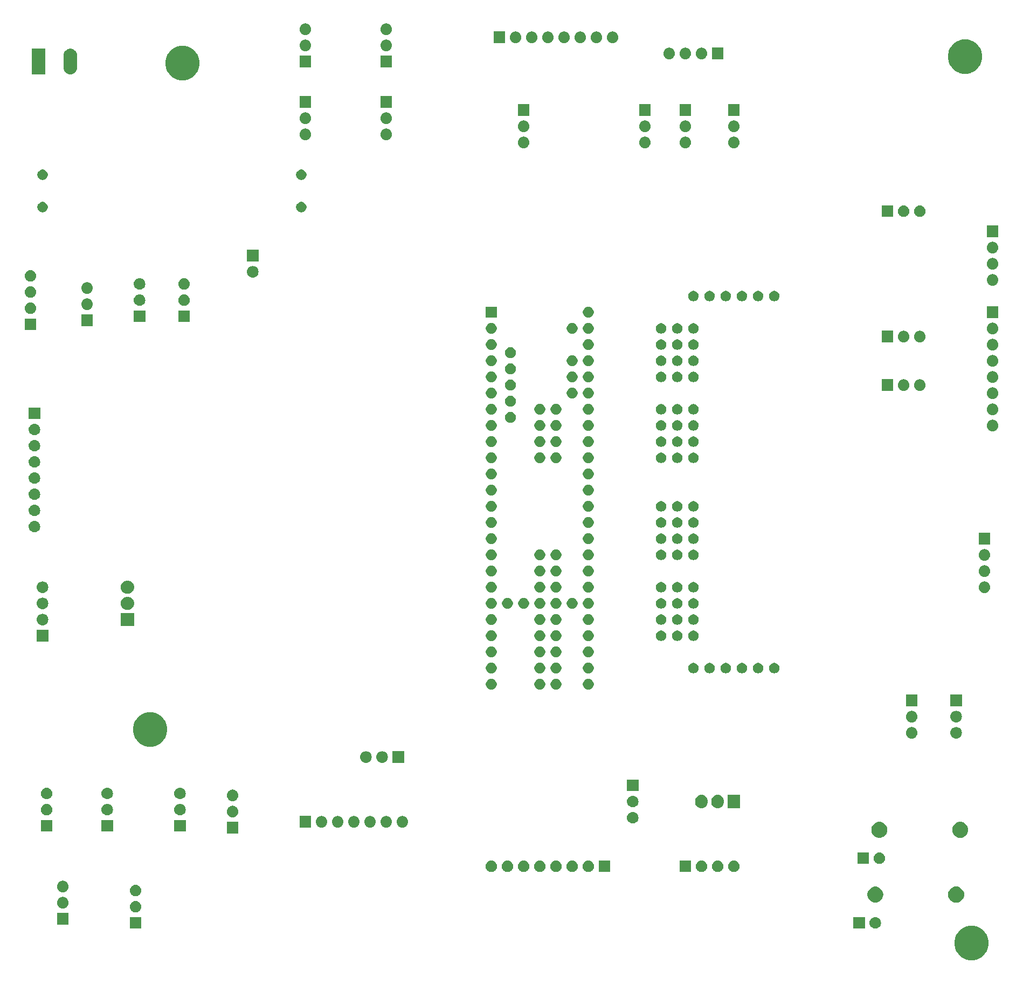
<source format=gbr>
G04 #@! TF.GenerationSoftware,KiCad,Pcbnew,(5.0.2)-1*
G04 #@! TF.CreationDate,2019-01-24T16:58:19-05:00*
G04 #@! TF.ProjectId,TrapologyKicad,54726170-6f6c-46f6-9779-4b696361642e,rev?*
G04 #@! TF.SameCoordinates,Original*
G04 #@! TF.FileFunction,Soldermask,Top*
G04 #@! TF.FilePolarity,Negative*
%FSLAX46Y46*%
G04 Gerber Fmt 4.6, Leading zero omitted, Abs format (unit mm)*
G04 Created by KiCad (PCBNEW (5.0.2)-1) date 1/24/2019 4:58:19 PM*
%MOMM*%
%LPD*%
G01*
G04 APERTURE LIST*
%ADD10C,0.100000*%
G04 APERTURE END LIST*
D10*
G36*
X171475850Y-159962797D02*
X171475852Y-159962798D01*
X171475853Y-159962798D01*
X171626468Y-160025185D01*
X171967404Y-160166405D01*
X172409790Y-160461998D01*
X172786002Y-160838210D01*
X173081595Y-161280596D01*
X173285203Y-161772150D01*
X173389000Y-162293973D01*
X173389000Y-162826027D01*
X173285203Y-163347850D01*
X173081595Y-163839404D01*
X172786002Y-164281790D01*
X172409790Y-164658002D01*
X171967404Y-164953595D01*
X171657430Y-165081990D01*
X171475853Y-165157202D01*
X171475852Y-165157202D01*
X171475850Y-165157203D01*
X170954027Y-165261000D01*
X170421973Y-165261000D01*
X169900150Y-165157203D01*
X169900148Y-165157202D01*
X169900147Y-165157202D01*
X169718570Y-165081990D01*
X169408596Y-164953595D01*
X168966210Y-164658002D01*
X168589998Y-164281790D01*
X168294405Y-163839404D01*
X168090797Y-163347850D01*
X167987000Y-162826027D01*
X167987000Y-162293973D01*
X168090797Y-161772150D01*
X168294405Y-161280596D01*
X168589998Y-160838210D01*
X168966210Y-160461998D01*
X169408596Y-160166405D01*
X169749532Y-160025185D01*
X169900147Y-159962798D01*
X169900148Y-159962798D01*
X169900150Y-159962797D01*
X170421973Y-159859000D01*
X170954027Y-159859000D01*
X171475850Y-159962797D01*
X171475850Y-159962797D01*
G37*
G36*
X155685442Y-158490518D02*
X155751627Y-158497037D01*
X155864853Y-158531384D01*
X155921467Y-158548557D01*
X156060087Y-158622652D01*
X156077991Y-158632222D01*
X156113729Y-158661552D01*
X156215186Y-158744814D01*
X156298448Y-158846271D01*
X156327778Y-158882009D01*
X156327779Y-158882011D01*
X156411443Y-159038533D01*
X156411443Y-159038534D01*
X156462963Y-159208373D01*
X156480359Y-159385000D01*
X156462963Y-159561627D01*
X156435852Y-159651000D01*
X156411443Y-159731467D01*
X156343274Y-159859000D01*
X156327778Y-159887991D01*
X156298448Y-159923729D01*
X156215186Y-160025186D01*
X156113729Y-160108448D01*
X156077991Y-160137778D01*
X156077989Y-160137779D01*
X155921467Y-160221443D01*
X155864853Y-160238616D01*
X155751627Y-160272963D01*
X155685443Y-160279481D01*
X155619260Y-160286000D01*
X155530740Y-160286000D01*
X155464557Y-160279481D01*
X155398373Y-160272963D01*
X155285147Y-160238616D01*
X155228533Y-160221443D01*
X155072011Y-160137779D01*
X155072009Y-160137778D01*
X155036271Y-160108448D01*
X154934814Y-160025186D01*
X154851552Y-159923729D01*
X154822222Y-159887991D01*
X154806726Y-159859000D01*
X154738557Y-159731467D01*
X154714148Y-159651000D01*
X154687037Y-159561627D01*
X154669641Y-159385000D01*
X154687037Y-159208373D01*
X154738557Y-159038534D01*
X154738557Y-159038533D01*
X154822221Y-158882011D01*
X154822222Y-158882009D01*
X154851552Y-158846271D01*
X154934814Y-158744814D01*
X155036271Y-158661552D01*
X155072009Y-158632222D01*
X155089913Y-158622652D01*
X155228533Y-158548557D01*
X155285147Y-158531384D01*
X155398373Y-158497037D01*
X155464558Y-158490518D01*
X155530740Y-158484000D01*
X155619260Y-158484000D01*
X155685442Y-158490518D01*
X155685442Y-158490518D01*
G37*
G36*
X40271000Y-160286000D02*
X38469000Y-160286000D01*
X38469000Y-158484000D01*
X40271000Y-158484000D01*
X40271000Y-160286000D01*
X40271000Y-160286000D01*
G37*
G36*
X153936000Y-160286000D02*
X152134000Y-160286000D01*
X152134000Y-158484000D01*
X153936000Y-158484000D01*
X153936000Y-160286000D01*
X153936000Y-160286000D01*
G37*
G36*
X28841000Y-159651000D02*
X27039000Y-159651000D01*
X27039000Y-157849000D01*
X28841000Y-157849000D01*
X28841000Y-159651000D01*
X28841000Y-159651000D01*
G37*
G36*
X39480442Y-155950518D02*
X39546627Y-155957037D01*
X39639468Y-155985200D01*
X39716467Y-156008557D01*
X39791420Y-156048621D01*
X39872991Y-156092222D01*
X39908729Y-156121552D01*
X40010186Y-156204814D01*
X40093448Y-156306271D01*
X40122778Y-156342009D01*
X40122779Y-156342011D01*
X40206443Y-156498533D01*
X40206443Y-156498534D01*
X40257963Y-156668373D01*
X40275359Y-156845000D01*
X40257963Y-157021627D01*
X40250435Y-157046443D01*
X40206443Y-157191467D01*
X40132348Y-157330087D01*
X40122778Y-157347991D01*
X40093448Y-157383729D01*
X40010186Y-157485186D01*
X39908729Y-157568448D01*
X39872991Y-157597778D01*
X39872989Y-157597779D01*
X39716467Y-157681443D01*
X39659853Y-157698616D01*
X39546627Y-157732963D01*
X39480442Y-157739482D01*
X39414260Y-157746000D01*
X39325740Y-157746000D01*
X39259558Y-157739482D01*
X39193373Y-157732963D01*
X39080147Y-157698616D01*
X39023533Y-157681443D01*
X38867011Y-157597779D01*
X38867009Y-157597778D01*
X38831271Y-157568448D01*
X38729814Y-157485186D01*
X38646552Y-157383729D01*
X38617222Y-157347991D01*
X38607652Y-157330087D01*
X38533557Y-157191467D01*
X38489565Y-157046443D01*
X38482037Y-157021627D01*
X38464641Y-156845000D01*
X38482037Y-156668373D01*
X38533557Y-156498534D01*
X38533557Y-156498533D01*
X38617221Y-156342011D01*
X38617222Y-156342009D01*
X38646552Y-156306271D01*
X38729814Y-156204814D01*
X38831271Y-156121552D01*
X38867009Y-156092222D01*
X38948580Y-156048621D01*
X39023533Y-156008557D01*
X39100532Y-155985200D01*
X39193373Y-155957037D01*
X39259558Y-155950518D01*
X39325740Y-155944000D01*
X39414260Y-155944000D01*
X39480442Y-155950518D01*
X39480442Y-155950518D01*
G37*
G36*
X28050442Y-155315518D02*
X28116627Y-155322037D01*
X28229853Y-155356384D01*
X28286467Y-155373557D01*
X28375324Y-155421053D01*
X28442991Y-155457222D01*
X28478729Y-155486552D01*
X28580186Y-155569814D01*
X28636457Y-155638382D01*
X28692778Y-155707009D01*
X28692779Y-155707011D01*
X28776443Y-155863533D01*
X28776443Y-155863534D01*
X28827963Y-156033373D01*
X28845359Y-156210000D01*
X28827963Y-156386627D01*
X28794017Y-156498533D01*
X28776443Y-156556467D01*
X28716627Y-156668373D01*
X28692778Y-156712991D01*
X28663448Y-156748729D01*
X28580186Y-156850186D01*
X28478729Y-156933448D01*
X28442991Y-156962778D01*
X28442989Y-156962779D01*
X28286467Y-157046443D01*
X28229853Y-157063616D01*
X28116627Y-157097963D01*
X28050443Y-157104481D01*
X27984260Y-157111000D01*
X27895740Y-157111000D01*
X27829557Y-157104481D01*
X27763373Y-157097963D01*
X27650147Y-157063616D01*
X27593533Y-157046443D01*
X27437011Y-156962779D01*
X27437009Y-156962778D01*
X27401271Y-156933448D01*
X27299814Y-156850186D01*
X27216552Y-156748729D01*
X27187222Y-156712991D01*
X27163373Y-156668373D01*
X27103557Y-156556467D01*
X27085983Y-156498533D01*
X27052037Y-156386627D01*
X27034641Y-156210000D01*
X27052037Y-156033373D01*
X27103557Y-155863534D01*
X27103557Y-155863533D01*
X27187221Y-155707011D01*
X27187222Y-155707009D01*
X27243543Y-155638382D01*
X27299814Y-155569814D01*
X27401271Y-155486552D01*
X27437009Y-155457222D01*
X27504676Y-155421053D01*
X27593533Y-155373557D01*
X27650147Y-155356384D01*
X27763373Y-155322037D01*
X27829558Y-155315518D01*
X27895740Y-155309000D01*
X27984260Y-155309000D01*
X28050442Y-155315518D01*
X28050442Y-155315518D01*
G37*
G36*
X155758636Y-153701019D02*
X155939903Y-153737075D01*
X156167571Y-153831378D01*
X156262488Y-153894800D01*
X156372469Y-153968287D01*
X156546713Y-154142531D01*
X156546715Y-154142534D01*
X156683622Y-154347429D01*
X156777925Y-154575097D01*
X156801728Y-154694765D01*
X156824251Y-154807991D01*
X156826000Y-154816787D01*
X156826000Y-155063213D01*
X156777925Y-155304903D01*
X156683622Y-155532571D01*
X156612921Y-155638382D01*
X156546713Y-155737469D01*
X156372469Y-155911713D01*
X156372466Y-155911715D01*
X156167571Y-156048622D01*
X155939903Y-156142925D01*
X155789213Y-156172899D01*
X155698214Y-156191000D01*
X155451786Y-156191000D01*
X155360787Y-156172899D01*
X155210097Y-156142925D01*
X154982429Y-156048622D01*
X154777534Y-155911715D01*
X154777531Y-155911713D01*
X154603287Y-155737469D01*
X154537079Y-155638382D01*
X154466378Y-155532571D01*
X154372075Y-155304903D01*
X154324000Y-155063213D01*
X154324000Y-154816787D01*
X154325750Y-154807991D01*
X154348272Y-154694765D01*
X154372075Y-154575097D01*
X154466378Y-154347429D01*
X154603285Y-154142534D01*
X154603287Y-154142531D01*
X154777531Y-153968287D01*
X154887512Y-153894800D01*
X154982429Y-153831378D01*
X155210097Y-153737075D01*
X155391364Y-153701019D01*
X155451786Y-153689000D01*
X155698214Y-153689000D01*
X155758636Y-153701019D01*
X155758636Y-153701019D01*
G37*
G36*
X168520239Y-153707101D02*
X168756053Y-153778634D01*
X168973381Y-153894799D01*
X169163871Y-154051129D01*
X169320201Y-154241619D01*
X169436366Y-154458947D01*
X169507899Y-154694761D01*
X169532053Y-154940000D01*
X169507899Y-155185239D01*
X169436366Y-155421053D01*
X169320201Y-155638381D01*
X169163871Y-155828871D01*
X168973381Y-155985201D01*
X168756053Y-156101366D01*
X168520239Y-156172899D01*
X168336457Y-156191000D01*
X168213543Y-156191000D01*
X168029761Y-156172899D01*
X167793947Y-156101366D01*
X167576619Y-155985201D01*
X167386129Y-155828871D01*
X167229799Y-155638381D01*
X167113634Y-155421053D01*
X167042101Y-155185239D01*
X167017947Y-154940000D01*
X167042101Y-154694761D01*
X167113634Y-154458947D01*
X167229799Y-154241619D01*
X167386129Y-154051129D01*
X167576619Y-153894799D01*
X167793947Y-153778634D01*
X168029761Y-153707101D01*
X168213543Y-153689000D01*
X168336457Y-153689000D01*
X168520239Y-153707101D01*
X168520239Y-153707101D01*
G37*
G36*
X39480442Y-153410518D02*
X39546627Y-153417037D01*
X39659853Y-153451384D01*
X39716467Y-153468557D01*
X39855087Y-153542652D01*
X39872991Y-153552222D01*
X39908729Y-153581552D01*
X40010186Y-153664814D01*
X40069488Y-153737075D01*
X40122778Y-153802009D01*
X40122779Y-153802011D01*
X40206443Y-153958533D01*
X40206443Y-153958534D01*
X40257963Y-154128373D01*
X40275359Y-154305000D01*
X40257963Y-154481627D01*
X40250435Y-154506443D01*
X40206443Y-154651467D01*
X40183299Y-154694765D01*
X40122778Y-154807991D01*
X40115560Y-154816786D01*
X40010186Y-154945186D01*
X39908729Y-155028448D01*
X39872991Y-155057778D01*
X39872989Y-155057779D01*
X39716467Y-155141443D01*
X39659853Y-155158616D01*
X39546627Y-155192963D01*
X39480442Y-155199482D01*
X39414260Y-155206000D01*
X39325740Y-155206000D01*
X39259558Y-155199482D01*
X39193373Y-155192963D01*
X39080147Y-155158616D01*
X39023533Y-155141443D01*
X38867011Y-155057779D01*
X38867009Y-155057778D01*
X38831271Y-155028448D01*
X38729814Y-154945186D01*
X38624440Y-154816786D01*
X38617222Y-154807991D01*
X38556701Y-154694765D01*
X38533557Y-154651467D01*
X38489565Y-154506443D01*
X38482037Y-154481627D01*
X38464641Y-154305000D01*
X38482037Y-154128373D01*
X38533557Y-153958534D01*
X38533557Y-153958533D01*
X38617221Y-153802011D01*
X38617222Y-153802009D01*
X38670512Y-153737075D01*
X38729814Y-153664814D01*
X38831271Y-153581552D01*
X38867009Y-153552222D01*
X38884913Y-153542652D01*
X39023533Y-153468557D01*
X39080147Y-153451384D01*
X39193373Y-153417037D01*
X39259558Y-153410518D01*
X39325740Y-153404000D01*
X39414260Y-153404000D01*
X39480442Y-153410518D01*
X39480442Y-153410518D01*
G37*
G36*
X28050442Y-152775518D02*
X28116627Y-152782037D01*
X28229853Y-152816384D01*
X28286467Y-152833557D01*
X28425087Y-152907652D01*
X28442991Y-152917222D01*
X28478729Y-152946552D01*
X28580186Y-153029814D01*
X28663448Y-153131271D01*
X28692778Y-153167009D01*
X28692779Y-153167011D01*
X28776443Y-153323533D01*
X28776443Y-153323534D01*
X28827963Y-153493373D01*
X28845359Y-153670000D01*
X28827963Y-153846627D01*
X28813350Y-153894799D01*
X28776443Y-154016467D01*
X28757915Y-154051129D01*
X28692778Y-154172991D01*
X28663448Y-154208729D01*
X28580186Y-154310186D01*
X28478729Y-154393448D01*
X28442991Y-154422778D01*
X28442989Y-154422779D01*
X28286467Y-154506443D01*
X28229853Y-154523616D01*
X28116627Y-154557963D01*
X28050443Y-154564481D01*
X27984260Y-154571000D01*
X27895740Y-154571000D01*
X27829557Y-154564481D01*
X27763373Y-154557963D01*
X27650147Y-154523616D01*
X27593533Y-154506443D01*
X27437011Y-154422779D01*
X27437009Y-154422778D01*
X27401271Y-154393448D01*
X27299814Y-154310186D01*
X27216552Y-154208729D01*
X27187222Y-154172991D01*
X27122085Y-154051129D01*
X27103557Y-154016467D01*
X27066650Y-153894799D01*
X27052037Y-153846627D01*
X27034641Y-153670000D01*
X27052037Y-153493373D01*
X27103557Y-153323534D01*
X27103557Y-153323533D01*
X27187221Y-153167011D01*
X27187222Y-153167009D01*
X27216552Y-153131271D01*
X27299814Y-153029814D01*
X27401271Y-152946552D01*
X27437009Y-152917222D01*
X27454913Y-152907652D01*
X27593533Y-152833557D01*
X27650147Y-152816384D01*
X27763373Y-152782037D01*
X27829558Y-152775518D01*
X27895740Y-152769000D01*
X27984260Y-152769000D01*
X28050442Y-152775518D01*
X28050442Y-152775518D01*
G37*
G36*
X97900443Y-149600519D02*
X97966627Y-149607037D01*
X98079853Y-149641384D01*
X98136467Y-149658557D01*
X98266363Y-149727989D01*
X98292991Y-149742222D01*
X98328729Y-149771552D01*
X98430186Y-149854814D01*
X98513448Y-149956271D01*
X98542778Y-149992009D01*
X98542779Y-149992011D01*
X98626443Y-150148533D01*
X98626443Y-150148534D01*
X98677963Y-150318373D01*
X98695359Y-150495000D01*
X98677963Y-150671627D01*
X98643616Y-150784853D01*
X98626443Y-150841467D01*
X98552348Y-150980087D01*
X98542778Y-150997991D01*
X98513448Y-151033729D01*
X98430186Y-151135186D01*
X98328729Y-151218448D01*
X98292991Y-151247778D01*
X98292989Y-151247779D01*
X98136467Y-151331443D01*
X98079853Y-151348616D01*
X97966627Y-151382963D01*
X97900443Y-151389481D01*
X97834260Y-151396000D01*
X97745740Y-151396000D01*
X97679557Y-151389481D01*
X97613373Y-151382963D01*
X97500147Y-151348616D01*
X97443533Y-151331443D01*
X97287011Y-151247779D01*
X97287009Y-151247778D01*
X97251271Y-151218448D01*
X97149814Y-151135186D01*
X97066552Y-151033729D01*
X97037222Y-150997991D01*
X97027652Y-150980087D01*
X96953557Y-150841467D01*
X96936384Y-150784853D01*
X96902037Y-150671627D01*
X96884641Y-150495000D01*
X96902037Y-150318373D01*
X96953557Y-150148534D01*
X96953557Y-150148533D01*
X97037221Y-149992011D01*
X97037222Y-149992009D01*
X97066552Y-149956271D01*
X97149814Y-149854814D01*
X97251271Y-149771552D01*
X97287009Y-149742222D01*
X97313637Y-149727989D01*
X97443533Y-149658557D01*
X97500147Y-149641384D01*
X97613373Y-149607037D01*
X97679557Y-149600519D01*
X97745740Y-149594000D01*
X97834260Y-149594000D01*
X97900443Y-149600519D01*
X97900443Y-149600519D01*
G37*
G36*
X95360443Y-149600519D02*
X95426627Y-149607037D01*
X95539853Y-149641384D01*
X95596467Y-149658557D01*
X95726363Y-149727989D01*
X95752991Y-149742222D01*
X95788729Y-149771552D01*
X95890186Y-149854814D01*
X95973448Y-149956271D01*
X96002778Y-149992009D01*
X96002779Y-149992011D01*
X96086443Y-150148533D01*
X96086443Y-150148534D01*
X96137963Y-150318373D01*
X96155359Y-150495000D01*
X96137963Y-150671627D01*
X96103616Y-150784853D01*
X96086443Y-150841467D01*
X96012348Y-150980087D01*
X96002778Y-150997991D01*
X95973448Y-151033729D01*
X95890186Y-151135186D01*
X95788729Y-151218448D01*
X95752991Y-151247778D01*
X95752989Y-151247779D01*
X95596467Y-151331443D01*
X95539853Y-151348616D01*
X95426627Y-151382963D01*
X95360443Y-151389481D01*
X95294260Y-151396000D01*
X95205740Y-151396000D01*
X95139557Y-151389481D01*
X95073373Y-151382963D01*
X94960147Y-151348616D01*
X94903533Y-151331443D01*
X94747011Y-151247779D01*
X94747009Y-151247778D01*
X94711271Y-151218448D01*
X94609814Y-151135186D01*
X94526552Y-151033729D01*
X94497222Y-150997991D01*
X94487652Y-150980087D01*
X94413557Y-150841467D01*
X94396384Y-150784853D01*
X94362037Y-150671627D01*
X94344641Y-150495000D01*
X94362037Y-150318373D01*
X94413557Y-150148534D01*
X94413557Y-150148533D01*
X94497221Y-149992011D01*
X94497222Y-149992009D01*
X94526552Y-149956271D01*
X94609814Y-149854814D01*
X94711271Y-149771552D01*
X94747009Y-149742222D01*
X94773637Y-149727989D01*
X94903533Y-149658557D01*
X94960147Y-149641384D01*
X95073373Y-149607037D01*
X95139557Y-149600519D01*
X95205740Y-149594000D01*
X95294260Y-149594000D01*
X95360443Y-149600519D01*
X95360443Y-149600519D01*
G37*
G36*
X126631000Y-151396000D02*
X124829000Y-151396000D01*
X124829000Y-149594000D01*
X126631000Y-149594000D01*
X126631000Y-151396000D01*
X126631000Y-151396000D01*
G37*
G36*
X128380443Y-149600519D02*
X128446627Y-149607037D01*
X128559853Y-149641384D01*
X128616467Y-149658557D01*
X128746363Y-149727989D01*
X128772991Y-149742222D01*
X128808729Y-149771552D01*
X128910186Y-149854814D01*
X128993448Y-149956271D01*
X129022778Y-149992009D01*
X129022779Y-149992011D01*
X129106443Y-150148533D01*
X129106443Y-150148534D01*
X129157963Y-150318373D01*
X129175359Y-150495000D01*
X129157963Y-150671627D01*
X129123616Y-150784853D01*
X129106443Y-150841467D01*
X129032348Y-150980087D01*
X129022778Y-150997991D01*
X128993448Y-151033729D01*
X128910186Y-151135186D01*
X128808729Y-151218448D01*
X128772991Y-151247778D01*
X128772989Y-151247779D01*
X128616467Y-151331443D01*
X128559853Y-151348616D01*
X128446627Y-151382963D01*
X128380443Y-151389481D01*
X128314260Y-151396000D01*
X128225740Y-151396000D01*
X128159557Y-151389481D01*
X128093373Y-151382963D01*
X127980147Y-151348616D01*
X127923533Y-151331443D01*
X127767011Y-151247779D01*
X127767009Y-151247778D01*
X127731271Y-151218448D01*
X127629814Y-151135186D01*
X127546552Y-151033729D01*
X127517222Y-150997991D01*
X127507652Y-150980087D01*
X127433557Y-150841467D01*
X127416384Y-150784853D01*
X127382037Y-150671627D01*
X127364641Y-150495000D01*
X127382037Y-150318373D01*
X127433557Y-150148534D01*
X127433557Y-150148533D01*
X127517221Y-149992011D01*
X127517222Y-149992009D01*
X127546552Y-149956271D01*
X127629814Y-149854814D01*
X127731271Y-149771552D01*
X127767009Y-149742222D01*
X127793637Y-149727989D01*
X127923533Y-149658557D01*
X127980147Y-149641384D01*
X128093373Y-149607037D01*
X128159557Y-149600519D01*
X128225740Y-149594000D01*
X128314260Y-149594000D01*
X128380443Y-149600519D01*
X128380443Y-149600519D01*
G37*
G36*
X130920443Y-149600519D02*
X130986627Y-149607037D01*
X131099853Y-149641384D01*
X131156467Y-149658557D01*
X131286363Y-149727989D01*
X131312991Y-149742222D01*
X131348729Y-149771552D01*
X131450186Y-149854814D01*
X131533448Y-149956271D01*
X131562778Y-149992009D01*
X131562779Y-149992011D01*
X131646443Y-150148533D01*
X131646443Y-150148534D01*
X131697963Y-150318373D01*
X131715359Y-150495000D01*
X131697963Y-150671627D01*
X131663616Y-150784853D01*
X131646443Y-150841467D01*
X131572348Y-150980087D01*
X131562778Y-150997991D01*
X131533448Y-151033729D01*
X131450186Y-151135186D01*
X131348729Y-151218448D01*
X131312991Y-151247778D01*
X131312989Y-151247779D01*
X131156467Y-151331443D01*
X131099853Y-151348616D01*
X130986627Y-151382963D01*
X130920443Y-151389481D01*
X130854260Y-151396000D01*
X130765740Y-151396000D01*
X130699557Y-151389481D01*
X130633373Y-151382963D01*
X130520147Y-151348616D01*
X130463533Y-151331443D01*
X130307011Y-151247779D01*
X130307009Y-151247778D01*
X130271271Y-151218448D01*
X130169814Y-151135186D01*
X130086552Y-151033729D01*
X130057222Y-150997991D01*
X130047652Y-150980087D01*
X129973557Y-150841467D01*
X129956384Y-150784853D01*
X129922037Y-150671627D01*
X129904641Y-150495000D01*
X129922037Y-150318373D01*
X129973557Y-150148534D01*
X129973557Y-150148533D01*
X130057221Y-149992011D01*
X130057222Y-149992009D01*
X130086552Y-149956271D01*
X130169814Y-149854814D01*
X130271271Y-149771552D01*
X130307009Y-149742222D01*
X130333637Y-149727989D01*
X130463533Y-149658557D01*
X130520147Y-149641384D01*
X130633373Y-149607037D01*
X130699557Y-149600519D01*
X130765740Y-149594000D01*
X130854260Y-149594000D01*
X130920443Y-149600519D01*
X130920443Y-149600519D01*
G37*
G36*
X133460443Y-149600519D02*
X133526627Y-149607037D01*
X133639853Y-149641384D01*
X133696467Y-149658557D01*
X133826363Y-149727989D01*
X133852991Y-149742222D01*
X133888729Y-149771552D01*
X133990186Y-149854814D01*
X134073448Y-149956271D01*
X134102778Y-149992009D01*
X134102779Y-149992011D01*
X134186443Y-150148533D01*
X134186443Y-150148534D01*
X134237963Y-150318373D01*
X134255359Y-150495000D01*
X134237963Y-150671627D01*
X134203616Y-150784853D01*
X134186443Y-150841467D01*
X134112348Y-150980087D01*
X134102778Y-150997991D01*
X134073448Y-151033729D01*
X133990186Y-151135186D01*
X133888729Y-151218448D01*
X133852991Y-151247778D01*
X133852989Y-151247779D01*
X133696467Y-151331443D01*
X133639853Y-151348616D01*
X133526627Y-151382963D01*
X133460443Y-151389481D01*
X133394260Y-151396000D01*
X133305740Y-151396000D01*
X133239557Y-151389481D01*
X133173373Y-151382963D01*
X133060147Y-151348616D01*
X133003533Y-151331443D01*
X132847011Y-151247779D01*
X132847009Y-151247778D01*
X132811271Y-151218448D01*
X132709814Y-151135186D01*
X132626552Y-151033729D01*
X132597222Y-150997991D01*
X132587652Y-150980087D01*
X132513557Y-150841467D01*
X132496384Y-150784853D01*
X132462037Y-150671627D01*
X132444641Y-150495000D01*
X132462037Y-150318373D01*
X132513557Y-150148534D01*
X132513557Y-150148533D01*
X132597221Y-149992011D01*
X132597222Y-149992009D01*
X132626552Y-149956271D01*
X132709814Y-149854814D01*
X132811271Y-149771552D01*
X132847009Y-149742222D01*
X132873637Y-149727989D01*
X133003533Y-149658557D01*
X133060147Y-149641384D01*
X133173373Y-149607037D01*
X133239557Y-149600519D01*
X133305740Y-149594000D01*
X133394260Y-149594000D01*
X133460443Y-149600519D01*
X133460443Y-149600519D01*
G37*
G36*
X105520443Y-149600519D02*
X105586627Y-149607037D01*
X105699853Y-149641384D01*
X105756467Y-149658557D01*
X105886363Y-149727989D01*
X105912991Y-149742222D01*
X105948729Y-149771552D01*
X106050186Y-149854814D01*
X106133448Y-149956271D01*
X106162778Y-149992009D01*
X106162779Y-149992011D01*
X106246443Y-150148533D01*
X106246443Y-150148534D01*
X106297963Y-150318373D01*
X106315359Y-150495000D01*
X106297963Y-150671627D01*
X106263616Y-150784853D01*
X106246443Y-150841467D01*
X106172348Y-150980087D01*
X106162778Y-150997991D01*
X106133448Y-151033729D01*
X106050186Y-151135186D01*
X105948729Y-151218448D01*
X105912991Y-151247778D01*
X105912989Y-151247779D01*
X105756467Y-151331443D01*
X105699853Y-151348616D01*
X105586627Y-151382963D01*
X105520443Y-151389481D01*
X105454260Y-151396000D01*
X105365740Y-151396000D01*
X105299557Y-151389481D01*
X105233373Y-151382963D01*
X105120147Y-151348616D01*
X105063533Y-151331443D01*
X104907011Y-151247779D01*
X104907009Y-151247778D01*
X104871271Y-151218448D01*
X104769814Y-151135186D01*
X104686552Y-151033729D01*
X104657222Y-150997991D01*
X104647652Y-150980087D01*
X104573557Y-150841467D01*
X104556384Y-150784853D01*
X104522037Y-150671627D01*
X104504641Y-150495000D01*
X104522037Y-150318373D01*
X104573557Y-150148534D01*
X104573557Y-150148533D01*
X104657221Y-149992011D01*
X104657222Y-149992009D01*
X104686552Y-149956271D01*
X104769814Y-149854814D01*
X104871271Y-149771552D01*
X104907009Y-149742222D01*
X104933637Y-149727989D01*
X105063533Y-149658557D01*
X105120147Y-149641384D01*
X105233373Y-149607037D01*
X105299557Y-149600519D01*
X105365740Y-149594000D01*
X105454260Y-149594000D01*
X105520443Y-149600519D01*
X105520443Y-149600519D01*
G37*
G36*
X100440443Y-149600519D02*
X100506627Y-149607037D01*
X100619853Y-149641384D01*
X100676467Y-149658557D01*
X100806363Y-149727989D01*
X100832991Y-149742222D01*
X100868729Y-149771552D01*
X100970186Y-149854814D01*
X101053448Y-149956271D01*
X101082778Y-149992009D01*
X101082779Y-149992011D01*
X101166443Y-150148533D01*
X101166443Y-150148534D01*
X101217963Y-150318373D01*
X101235359Y-150495000D01*
X101217963Y-150671627D01*
X101183616Y-150784853D01*
X101166443Y-150841467D01*
X101092348Y-150980087D01*
X101082778Y-150997991D01*
X101053448Y-151033729D01*
X100970186Y-151135186D01*
X100868729Y-151218448D01*
X100832991Y-151247778D01*
X100832989Y-151247779D01*
X100676467Y-151331443D01*
X100619853Y-151348616D01*
X100506627Y-151382963D01*
X100440443Y-151389481D01*
X100374260Y-151396000D01*
X100285740Y-151396000D01*
X100219557Y-151389481D01*
X100153373Y-151382963D01*
X100040147Y-151348616D01*
X99983533Y-151331443D01*
X99827011Y-151247779D01*
X99827009Y-151247778D01*
X99791271Y-151218448D01*
X99689814Y-151135186D01*
X99606552Y-151033729D01*
X99577222Y-150997991D01*
X99567652Y-150980087D01*
X99493557Y-150841467D01*
X99476384Y-150784853D01*
X99442037Y-150671627D01*
X99424641Y-150495000D01*
X99442037Y-150318373D01*
X99493557Y-150148534D01*
X99493557Y-150148533D01*
X99577221Y-149992011D01*
X99577222Y-149992009D01*
X99606552Y-149956271D01*
X99689814Y-149854814D01*
X99791271Y-149771552D01*
X99827009Y-149742222D01*
X99853637Y-149727989D01*
X99983533Y-149658557D01*
X100040147Y-149641384D01*
X100153373Y-149607037D01*
X100219557Y-149600519D01*
X100285740Y-149594000D01*
X100374260Y-149594000D01*
X100440443Y-149600519D01*
X100440443Y-149600519D01*
G37*
G36*
X102980443Y-149600519D02*
X103046627Y-149607037D01*
X103159853Y-149641384D01*
X103216467Y-149658557D01*
X103346363Y-149727989D01*
X103372991Y-149742222D01*
X103408729Y-149771552D01*
X103510186Y-149854814D01*
X103593448Y-149956271D01*
X103622778Y-149992009D01*
X103622779Y-149992011D01*
X103706443Y-150148533D01*
X103706443Y-150148534D01*
X103757963Y-150318373D01*
X103775359Y-150495000D01*
X103757963Y-150671627D01*
X103723616Y-150784853D01*
X103706443Y-150841467D01*
X103632348Y-150980087D01*
X103622778Y-150997991D01*
X103593448Y-151033729D01*
X103510186Y-151135186D01*
X103408729Y-151218448D01*
X103372991Y-151247778D01*
X103372989Y-151247779D01*
X103216467Y-151331443D01*
X103159853Y-151348616D01*
X103046627Y-151382963D01*
X102980443Y-151389481D01*
X102914260Y-151396000D01*
X102825740Y-151396000D01*
X102759557Y-151389481D01*
X102693373Y-151382963D01*
X102580147Y-151348616D01*
X102523533Y-151331443D01*
X102367011Y-151247779D01*
X102367009Y-151247778D01*
X102331271Y-151218448D01*
X102229814Y-151135186D01*
X102146552Y-151033729D01*
X102117222Y-150997991D01*
X102107652Y-150980087D01*
X102033557Y-150841467D01*
X102016384Y-150784853D01*
X101982037Y-150671627D01*
X101964641Y-150495000D01*
X101982037Y-150318373D01*
X102033557Y-150148534D01*
X102033557Y-150148533D01*
X102117221Y-149992011D01*
X102117222Y-149992009D01*
X102146552Y-149956271D01*
X102229814Y-149854814D01*
X102331271Y-149771552D01*
X102367009Y-149742222D01*
X102393637Y-149727989D01*
X102523533Y-149658557D01*
X102580147Y-149641384D01*
X102693373Y-149607037D01*
X102759557Y-149600519D01*
X102825740Y-149594000D01*
X102914260Y-149594000D01*
X102980443Y-149600519D01*
X102980443Y-149600519D01*
G37*
G36*
X113931000Y-151396000D02*
X112129000Y-151396000D01*
X112129000Y-149594000D01*
X113931000Y-149594000D01*
X113931000Y-151396000D01*
X113931000Y-151396000D01*
G37*
G36*
X110600443Y-149600519D02*
X110666627Y-149607037D01*
X110779853Y-149641384D01*
X110836467Y-149658557D01*
X110966363Y-149727989D01*
X110992991Y-149742222D01*
X111028729Y-149771552D01*
X111130186Y-149854814D01*
X111213448Y-149956271D01*
X111242778Y-149992009D01*
X111242779Y-149992011D01*
X111326443Y-150148533D01*
X111326443Y-150148534D01*
X111377963Y-150318373D01*
X111395359Y-150495000D01*
X111377963Y-150671627D01*
X111343616Y-150784853D01*
X111326443Y-150841467D01*
X111252348Y-150980087D01*
X111242778Y-150997991D01*
X111213448Y-151033729D01*
X111130186Y-151135186D01*
X111028729Y-151218448D01*
X110992991Y-151247778D01*
X110992989Y-151247779D01*
X110836467Y-151331443D01*
X110779853Y-151348616D01*
X110666627Y-151382963D01*
X110600443Y-151389481D01*
X110534260Y-151396000D01*
X110445740Y-151396000D01*
X110379557Y-151389481D01*
X110313373Y-151382963D01*
X110200147Y-151348616D01*
X110143533Y-151331443D01*
X109987011Y-151247779D01*
X109987009Y-151247778D01*
X109951271Y-151218448D01*
X109849814Y-151135186D01*
X109766552Y-151033729D01*
X109737222Y-150997991D01*
X109727652Y-150980087D01*
X109653557Y-150841467D01*
X109636384Y-150784853D01*
X109602037Y-150671627D01*
X109584641Y-150495000D01*
X109602037Y-150318373D01*
X109653557Y-150148534D01*
X109653557Y-150148533D01*
X109737221Y-149992011D01*
X109737222Y-149992009D01*
X109766552Y-149956271D01*
X109849814Y-149854814D01*
X109951271Y-149771552D01*
X109987009Y-149742222D01*
X110013637Y-149727989D01*
X110143533Y-149658557D01*
X110200147Y-149641384D01*
X110313373Y-149607037D01*
X110379557Y-149600519D01*
X110445740Y-149594000D01*
X110534260Y-149594000D01*
X110600443Y-149600519D01*
X110600443Y-149600519D01*
G37*
G36*
X108060443Y-149600519D02*
X108126627Y-149607037D01*
X108239853Y-149641384D01*
X108296467Y-149658557D01*
X108426363Y-149727989D01*
X108452991Y-149742222D01*
X108488729Y-149771552D01*
X108590186Y-149854814D01*
X108673448Y-149956271D01*
X108702778Y-149992009D01*
X108702779Y-149992011D01*
X108786443Y-150148533D01*
X108786443Y-150148534D01*
X108837963Y-150318373D01*
X108855359Y-150495000D01*
X108837963Y-150671627D01*
X108803616Y-150784853D01*
X108786443Y-150841467D01*
X108712348Y-150980087D01*
X108702778Y-150997991D01*
X108673448Y-151033729D01*
X108590186Y-151135186D01*
X108488729Y-151218448D01*
X108452991Y-151247778D01*
X108452989Y-151247779D01*
X108296467Y-151331443D01*
X108239853Y-151348616D01*
X108126627Y-151382963D01*
X108060443Y-151389481D01*
X107994260Y-151396000D01*
X107905740Y-151396000D01*
X107839557Y-151389481D01*
X107773373Y-151382963D01*
X107660147Y-151348616D01*
X107603533Y-151331443D01*
X107447011Y-151247779D01*
X107447009Y-151247778D01*
X107411271Y-151218448D01*
X107309814Y-151135186D01*
X107226552Y-151033729D01*
X107197222Y-150997991D01*
X107187652Y-150980087D01*
X107113557Y-150841467D01*
X107096384Y-150784853D01*
X107062037Y-150671627D01*
X107044641Y-150495000D01*
X107062037Y-150318373D01*
X107113557Y-150148534D01*
X107113557Y-150148533D01*
X107197221Y-149992011D01*
X107197222Y-149992009D01*
X107226552Y-149956271D01*
X107309814Y-149854814D01*
X107411271Y-149771552D01*
X107447009Y-149742222D01*
X107473637Y-149727989D01*
X107603533Y-149658557D01*
X107660147Y-149641384D01*
X107773373Y-149607037D01*
X107839557Y-149600519D01*
X107905740Y-149594000D01*
X107994260Y-149594000D01*
X108060443Y-149600519D01*
X108060443Y-149600519D01*
G37*
G36*
X156320442Y-148330518D02*
X156386627Y-148337037D01*
X156499853Y-148371384D01*
X156556467Y-148388557D01*
X156695087Y-148462652D01*
X156712991Y-148472222D01*
X156748729Y-148501552D01*
X156850186Y-148584814D01*
X156933448Y-148686271D01*
X156962778Y-148722009D01*
X156962779Y-148722011D01*
X157046443Y-148878533D01*
X157046443Y-148878534D01*
X157097963Y-149048373D01*
X157115359Y-149225000D01*
X157097963Y-149401627D01*
X157063616Y-149514853D01*
X157046443Y-149571467D01*
X157027430Y-149607037D01*
X156962778Y-149727991D01*
X156933448Y-149763729D01*
X156850186Y-149865186D01*
X156748729Y-149948448D01*
X156712991Y-149977778D01*
X156712989Y-149977779D01*
X156556467Y-150061443D01*
X156499853Y-150078616D01*
X156386627Y-150112963D01*
X156320442Y-150119482D01*
X156254260Y-150126000D01*
X156165740Y-150126000D01*
X156099558Y-150119482D01*
X156033373Y-150112963D01*
X155920147Y-150078616D01*
X155863533Y-150061443D01*
X155707011Y-149977779D01*
X155707009Y-149977778D01*
X155671271Y-149948448D01*
X155569814Y-149865186D01*
X155486552Y-149763729D01*
X155457222Y-149727991D01*
X155392570Y-149607037D01*
X155373557Y-149571467D01*
X155356384Y-149514853D01*
X155322037Y-149401627D01*
X155304641Y-149225000D01*
X155322037Y-149048373D01*
X155373557Y-148878534D01*
X155373557Y-148878533D01*
X155457221Y-148722011D01*
X155457222Y-148722009D01*
X155486552Y-148686271D01*
X155569814Y-148584814D01*
X155671271Y-148501552D01*
X155707009Y-148472222D01*
X155724913Y-148462652D01*
X155863533Y-148388557D01*
X155920147Y-148371384D01*
X156033373Y-148337037D01*
X156099558Y-148330518D01*
X156165740Y-148324000D01*
X156254260Y-148324000D01*
X156320442Y-148330518D01*
X156320442Y-148330518D01*
G37*
G36*
X154571000Y-150126000D02*
X152769000Y-150126000D01*
X152769000Y-148324000D01*
X154571000Y-148324000D01*
X154571000Y-150126000D01*
X154571000Y-150126000D01*
G37*
G36*
X169155239Y-143547101D02*
X169391053Y-143618634D01*
X169608381Y-143734799D01*
X169798871Y-143891129D01*
X169955201Y-144081619D01*
X170071366Y-144298947D01*
X170142899Y-144534761D01*
X170167053Y-144780000D01*
X170142899Y-145025239D01*
X170071366Y-145261053D01*
X169955201Y-145478381D01*
X169798871Y-145668871D01*
X169608381Y-145825201D01*
X169391053Y-145941366D01*
X169155239Y-146012899D01*
X168971457Y-146031000D01*
X168848543Y-146031000D01*
X168664761Y-146012899D01*
X168428947Y-145941366D01*
X168211619Y-145825201D01*
X168021129Y-145668871D01*
X167864799Y-145478381D01*
X167748634Y-145261053D01*
X167677101Y-145025239D01*
X167652947Y-144780000D01*
X167677101Y-144534761D01*
X167748634Y-144298947D01*
X167864799Y-144081619D01*
X168021129Y-143891129D01*
X168211619Y-143734799D01*
X168428947Y-143618634D01*
X168664761Y-143547101D01*
X168848543Y-143529000D01*
X168971457Y-143529000D01*
X169155239Y-143547101D01*
X169155239Y-143547101D01*
G37*
G36*
X156393635Y-143541019D02*
X156574903Y-143577075D01*
X156802571Y-143671378D01*
X156897488Y-143734800D01*
X157007469Y-143808287D01*
X157181713Y-143982531D01*
X157181715Y-143982534D01*
X157318622Y-144187429D01*
X157412925Y-144415097D01*
X157461000Y-144656787D01*
X157461000Y-144903213D01*
X157412925Y-145144903D01*
X157318622Y-145372571D01*
X157247921Y-145478382D01*
X157181713Y-145577469D01*
X157007469Y-145751713D01*
X157007466Y-145751715D01*
X156802571Y-145888622D01*
X156574903Y-145982925D01*
X156424213Y-146012899D01*
X156333214Y-146031000D01*
X156086786Y-146031000D01*
X155995787Y-146012899D01*
X155845097Y-145982925D01*
X155617429Y-145888622D01*
X155412534Y-145751715D01*
X155412531Y-145751713D01*
X155238287Y-145577469D01*
X155172079Y-145478382D01*
X155101378Y-145372571D01*
X155007075Y-145144903D01*
X154959000Y-144903213D01*
X154959000Y-144656787D01*
X155007075Y-144415097D01*
X155101378Y-144187429D01*
X155238285Y-143982534D01*
X155238287Y-143982531D01*
X155412531Y-143808287D01*
X155522512Y-143734800D01*
X155617429Y-143671378D01*
X155845097Y-143577075D01*
X156026365Y-143541019D01*
X156086786Y-143529000D01*
X156333214Y-143529000D01*
X156393635Y-143541019D01*
X156393635Y-143541019D01*
G37*
G36*
X55511000Y-145343863D02*
X53709000Y-145343863D01*
X53709000Y-143541863D01*
X55511000Y-143541863D01*
X55511000Y-145343863D01*
X55511000Y-145343863D01*
G37*
G36*
X26301000Y-145046000D02*
X24499000Y-145046000D01*
X24499000Y-143244000D01*
X26301000Y-143244000D01*
X26301000Y-145046000D01*
X26301000Y-145046000D01*
G37*
G36*
X47256000Y-145046000D02*
X45454000Y-145046000D01*
X45454000Y-143244000D01*
X47256000Y-143244000D01*
X47256000Y-145046000D01*
X47256000Y-145046000D01*
G37*
G36*
X35826000Y-145046000D02*
X34024000Y-145046000D01*
X34024000Y-143244000D01*
X35826000Y-143244000D01*
X35826000Y-145046000D01*
X35826000Y-145046000D01*
G37*
G36*
X71230442Y-142615518D02*
X71296627Y-142622037D01*
X71407405Y-142655641D01*
X71466467Y-142673557D01*
X71589473Y-142739306D01*
X71622991Y-142757222D01*
X71658729Y-142786552D01*
X71760186Y-142869814D01*
X71843448Y-142971271D01*
X71872778Y-143007009D01*
X71872779Y-143007011D01*
X71956443Y-143163533D01*
X71956443Y-143163534D01*
X72007963Y-143333373D01*
X72025359Y-143510000D01*
X72007963Y-143686627D01*
X72000435Y-143711443D01*
X71956443Y-143856467D01*
X71937915Y-143891129D01*
X71872778Y-144012991D01*
X71843448Y-144048729D01*
X71760186Y-144150186D01*
X71658729Y-144233448D01*
X71622991Y-144262778D01*
X71622989Y-144262779D01*
X71466467Y-144346443D01*
X71409853Y-144363616D01*
X71296627Y-144397963D01*
X71230443Y-144404481D01*
X71164260Y-144411000D01*
X71075740Y-144411000D01*
X71009557Y-144404481D01*
X70943373Y-144397963D01*
X70830147Y-144363616D01*
X70773533Y-144346443D01*
X70617011Y-144262779D01*
X70617009Y-144262778D01*
X70581271Y-144233448D01*
X70479814Y-144150186D01*
X70396552Y-144048729D01*
X70367222Y-144012991D01*
X70302085Y-143891129D01*
X70283557Y-143856467D01*
X70239565Y-143711443D01*
X70232037Y-143686627D01*
X70214641Y-143510000D01*
X70232037Y-143333373D01*
X70283557Y-143163534D01*
X70283557Y-143163533D01*
X70367221Y-143007011D01*
X70367222Y-143007009D01*
X70396552Y-142971271D01*
X70479814Y-142869814D01*
X70581271Y-142786552D01*
X70617009Y-142757222D01*
X70650527Y-142739306D01*
X70773533Y-142673557D01*
X70832595Y-142655641D01*
X70943373Y-142622037D01*
X71009558Y-142615518D01*
X71075740Y-142609000D01*
X71164260Y-142609000D01*
X71230442Y-142615518D01*
X71230442Y-142615518D01*
G37*
G36*
X78850442Y-142615518D02*
X78916627Y-142622037D01*
X79027405Y-142655641D01*
X79086467Y-142673557D01*
X79209473Y-142739306D01*
X79242991Y-142757222D01*
X79278729Y-142786552D01*
X79380186Y-142869814D01*
X79463448Y-142971271D01*
X79492778Y-143007009D01*
X79492779Y-143007011D01*
X79576443Y-143163533D01*
X79576443Y-143163534D01*
X79627963Y-143333373D01*
X79645359Y-143510000D01*
X79627963Y-143686627D01*
X79620435Y-143711443D01*
X79576443Y-143856467D01*
X79557915Y-143891129D01*
X79492778Y-144012991D01*
X79463448Y-144048729D01*
X79380186Y-144150186D01*
X79278729Y-144233448D01*
X79242991Y-144262778D01*
X79242989Y-144262779D01*
X79086467Y-144346443D01*
X79029853Y-144363616D01*
X78916627Y-144397963D01*
X78850443Y-144404481D01*
X78784260Y-144411000D01*
X78695740Y-144411000D01*
X78629557Y-144404481D01*
X78563373Y-144397963D01*
X78450147Y-144363616D01*
X78393533Y-144346443D01*
X78237011Y-144262779D01*
X78237009Y-144262778D01*
X78201271Y-144233448D01*
X78099814Y-144150186D01*
X78016552Y-144048729D01*
X77987222Y-144012991D01*
X77922085Y-143891129D01*
X77903557Y-143856467D01*
X77859565Y-143711443D01*
X77852037Y-143686627D01*
X77834641Y-143510000D01*
X77852037Y-143333373D01*
X77903557Y-143163534D01*
X77903557Y-143163533D01*
X77987221Y-143007011D01*
X77987222Y-143007009D01*
X78016552Y-142971271D01*
X78099814Y-142869814D01*
X78201271Y-142786552D01*
X78237009Y-142757222D01*
X78270527Y-142739306D01*
X78393533Y-142673557D01*
X78452595Y-142655641D01*
X78563373Y-142622037D01*
X78629558Y-142615518D01*
X78695740Y-142609000D01*
X78784260Y-142609000D01*
X78850442Y-142615518D01*
X78850442Y-142615518D01*
G37*
G36*
X81390442Y-142615518D02*
X81456627Y-142622037D01*
X81567405Y-142655641D01*
X81626467Y-142673557D01*
X81749473Y-142739306D01*
X81782991Y-142757222D01*
X81818729Y-142786552D01*
X81920186Y-142869814D01*
X82003448Y-142971271D01*
X82032778Y-143007009D01*
X82032779Y-143007011D01*
X82116443Y-143163533D01*
X82116443Y-143163534D01*
X82167963Y-143333373D01*
X82185359Y-143510000D01*
X82167963Y-143686627D01*
X82160435Y-143711443D01*
X82116443Y-143856467D01*
X82097915Y-143891129D01*
X82032778Y-144012991D01*
X82003448Y-144048729D01*
X81920186Y-144150186D01*
X81818729Y-144233448D01*
X81782991Y-144262778D01*
X81782989Y-144262779D01*
X81626467Y-144346443D01*
X81569853Y-144363616D01*
X81456627Y-144397963D01*
X81390443Y-144404481D01*
X81324260Y-144411000D01*
X81235740Y-144411000D01*
X81169557Y-144404481D01*
X81103373Y-144397963D01*
X80990147Y-144363616D01*
X80933533Y-144346443D01*
X80777011Y-144262779D01*
X80777009Y-144262778D01*
X80741271Y-144233448D01*
X80639814Y-144150186D01*
X80556552Y-144048729D01*
X80527222Y-144012991D01*
X80462085Y-143891129D01*
X80443557Y-143856467D01*
X80399565Y-143711443D01*
X80392037Y-143686627D01*
X80374641Y-143510000D01*
X80392037Y-143333373D01*
X80443557Y-143163534D01*
X80443557Y-143163533D01*
X80527221Y-143007011D01*
X80527222Y-143007009D01*
X80556552Y-142971271D01*
X80639814Y-142869814D01*
X80741271Y-142786552D01*
X80777009Y-142757222D01*
X80810527Y-142739306D01*
X80933533Y-142673557D01*
X80992595Y-142655641D01*
X81103373Y-142622037D01*
X81169558Y-142615518D01*
X81235740Y-142609000D01*
X81324260Y-142609000D01*
X81390442Y-142615518D01*
X81390442Y-142615518D01*
G37*
G36*
X76310442Y-142615518D02*
X76376627Y-142622037D01*
X76487405Y-142655641D01*
X76546467Y-142673557D01*
X76669473Y-142739306D01*
X76702991Y-142757222D01*
X76738729Y-142786552D01*
X76840186Y-142869814D01*
X76923448Y-142971271D01*
X76952778Y-143007009D01*
X76952779Y-143007011D01*
X77036443Y-143163533D01*
X77036443Y-143163534D01*
X77087963Y-143333373D01*
X77105359Y-143510000D01*
X77087963Y-143686627D01*
X77080435Y-143711443D01*
X77036443Y-143856467D01*
X77017915Y-143891129D01*
X76952778Y-144012991D01*
X76923448Y-144048729D01*
X76840186Y-144150186D01*
X76738729Y-144233448D01*
X76702991Y-144262778D01*
X76702989Y-144262779D01*
X76546467Y-144346443D01*
X76489853Y-144363616D01*
X76376627Y-144397963D01*
X76310443Y-144404481D01*
X76244260Y-144411000D01*
X76155740Y-144411000D01*
X76089557Y-144404481D01*
X76023373Y-144397963D01*
X75910147Y-144363616D01*
X75853533Y-144346443D01*
X75697011Y-144262779D01*
X75697009Y-144262778D01*
X75661271Y-144233448D01*
X75559814Y-144150186D01*
X75476552Y-144048729D01*
X75447222Y-144012991D01*
X75382085Y-143891129D01*
X75363557Y-143856467D01*
X75319565Y-143711443D01*
X75312037Y-143686627D01*
X75294641Y-143510000D01*
X75312037Y-143333373D01*
X75363557Y-143163534D01*
X75363557Y-143163533D01*
X75447221Y-143007011D01*
X75447222Y-143007009D01*
X75476552Y-142971271D01*
X75559814Y-142869814D01*
X75661271Y-142786552D01*
X75697009Y-142757222D01*
X75730527Y-142739306D01*
X75853533Y-142673557D01*
X75912595Y-142655641D01*
X76023373Y-142622037D01*
X76089558Y-142615518D01*
X76155740Y-142609000D01*
X76244260Y-142609000D01*
X76310442Y-142615518D01*
X76310442Y-142615518D01*
G37*
G36*
X73770442Y-142615518D02*
X73836627Y-142622037D01*
X73947405Y-142655641D01*
X74006467Y-142673557D01*
X74129473Y-142739306D01*
X74162991Y-142757222D01*
X74198729Y-142786552D01*
X74300186Y-142869814D01*
X74383448Y-142971271D01*
X74412778Y-143007009D01*
X74412779Y-143007011D01*
X74496443Y-143163533D01*
X74496443Y-143163534D01*
X74547963Y-143333373D01*
X74565359Y-143510000D01*
X74547963Y-143686627D01*
X74540435Y-143711443D01*
X74496443Y-143856467D01*
X74477915Y-143891129D01*
X74412778Y-144012991D01*
X74383448Y-144048729D01*
X74300186Y-144150186D01*
X74198729Y-144233448D01*
X74162991Y-144262778D01*
X74162989Y-144262779D01*
X74006467Y-144346443D01*
X73949853Y-144363616D01*
X73836627Y-144397963D01*
X73770443Y-144404481D01*
X73704260Y-144411000D01*
X73615740Y-144411000D01*
X73549557Y-144404481D01*
X73483373Y-144397963D01*
X73370147Y-144363616D01*
X73313533Y-144346443D01*
X73157011Y-144262779D01*
X73157009Y-144262778D01*
X73121271Y-144233448D01*
X73019814Y-144150186D01*
X72936552Y-144048729D01*
X72907222Y-144012991D01*
X72842085Y-143891129D01*
X72823557Y-143856467D01*
X72779565Y-143711443D01*
X72772037Y-143686627D01*
X72754641Y-143510000D01*
X72772037Y-143333373D01*
X72823557Y-143163534D01*
X72823557Y-143163533D01*
X72907221Y-143007011D01*
X72907222Y-143007009D01*
X72936552Y-142971271D01*
X73019814Y-142869814D01*
X73121271Y-142786552D01*
X73157009Y-142757222D01*
X73190527Y-142739306D01*
X73313533Y-142673557D01*
X73372595Y-142655641D01*
X73483373Y-142622037D01*
X73549558Y-142615518D01*
X73615740Y-142609000D01*
X73704260Y-142609000D01*
X73770442Y-142615518D01*
X73770442Y-142615518D01*
G37*
G36*
X66941000Y-144411000D02*
X65139000Y-144411000D01*
X65139000Y-142609000D01*
X66941000Y-142609000D01*
X66941000Y-144411000D01*
X66941000Y-144411000D01*
G37*
G36*
X68690442Y-142615518D02*
X68756627Y-142622037D01*
X68867405Y-142655641D01*
X68926467Y-142673557D01*
X69049473Y-142739306D01*
X69082991Y-142757222D01*
X69118729Y-142786552D01*
X69220186Y-142869814D01*
X69303448Y-142971271D01*
X69332778Y-143007009D01*
X69332779Y-143007011D01*
X69416443Y-143163533D01*
X69416443Y-143163534D01*
X69467963Y-143333373D01*
X69485359Y-143510000D01*
X69467963Y-143686627D01*
X69460435Y-143711443D01*
X69416443Y-143856467D01*
X69397915Y-143891129D01*
X69332778Y-144012991D01*
X69303448Y-144048729D01*
X69220186Y-144150186D01*
X69118729Y-144233448D01*
X69082991Y-144262778D01*
X69082989Y-144262779D01*
X68926467Y-144346443D01*
X68869853Y-144363616D01*
X68756627Y-144397963D01*
X68690443Y-144404481D01*
X68624260Y-144411000D01*
X68535740Y-144411000D01*
X68469557Y-144404481D01*
X68403373Y-144397963D01*
X68290147Y-144363616D01*
X68233533Y-144346443D01*
X68077011Y-144262779D01*
X68077009Y-144262778D01*
X68041271Y-144233448D01*
X67939814Y-144150186D01*
X67856552Y-144048729D01*
X67827222Y-144012991D01*
X67762085Y-143891129D01*
X67743557Y-143856467D01*
X67699565Y-143711443D01*
X67692037Y-143686627D01*
X67674641Y-143510000D01*
X67692037Y-143333373D01*
X67743557Y-143163534D01*
X67743557Y-143163533D01*
X67827221Y-143007011D01*
X67827222Y-143007009D01*
X67856552Y-142971271D01*
X67939814Y-142869814D01*
X68041271Y-142786552D01*
X68077009Y-142757222D01*
X68110527Y-142739306D01*
X68233533Y-142673557D01*
X68292595Y-142655641D01*
X68403373Y-142622037D01*
X68469558Y-142615518D01*
X68535740Y-142609000D01*
X68624260Y-142609000D01*
X68690442Y-142615518D01*
X68690442Y-142615518D01*
G37*
G36*
X117585443Y-141980519D02*
X117651627Y-141987037D01*
X117764853Y-142021384D01*
X117821467Y-142038557D01*
X117898042Y-142079488D01*
X117977991Y-142122222D01*
X118013729Y-142151552D01*
X118115186Y-142234814D01*
X118198448Y-142336271D01*
X118227778Y-142372009D01*
X118227779Y-142372011D01*
X118311443Y-142528533D01*
X118311443Y-142528534D01*
X118362963Y-142698373D01*
X118380359Y-142875000D01*
X118362963Y-143051627D01*
X118329017Y-143163533D01*
X118311443Y-143221467D01*
X118251627Y-143333373D01*
X118227778Y-143377991D01*
X118198448Y-143413729D01*
X118115186Y-143515186D01*
X118013729Y-143598448D01*
X117977991Y-143627778D01*
X117977989Y-143627779D01*
X117821467Y-143711443D01*
X117764853Y-143728616D01*
X117651627Y-143762963D01*
X117585442Y-143769482D01*
X117519260Y-143776000D01*
X117430740Y-143776000D01*
X117364558Y-143769482D01*
X117298373Y-143762963D01*
X117185147Y-143728616D01*
X117128533Y-143711443D01*
X116972011Y-143627779D01*
X116972009Y-143627778D01*
X116936271Y-143598448D01*
X116834814Y-143515186D01*
X116751552Y-143413729D01*
X116722222Y-143377991D01*
X116698373Y-143333373D01*
X116638557Y-143221467D01*
X116620983Y-143163533D01*
X116587037Y-143051627D01*
X116569641Y-142875000D01*
X116587037Y-142698373D01*
X116638557Y-142528534D01*
X116638557Y-142528533D01*
X116722221Y-142372011D01*
X116722222Y-142372009D01*
X116751552Y-142336271D01*
X116834814Y-142234814D01*
X116936271Y-142151552D01*
X116972009Y-142122222D01*
X117051958Y-142079488D01*
X117128533Y-142038557D01*
X117185147Y-142021384D01*
X117298373Y-141987037D01*
X117364557Y-141980519D01*
X117430740Y-141974000D01*
X117519260Y-141974000D01*
X117585443Y-141980519D01*
X117585443Y-141980519D01*
G37*
G36*
X54720442Y-141008381D02*
X54786627Y-141014900D01*
X54899853Y-141049247D01*
X54956467Y-141066420D01*
X55023048Y-141102009D01*
X55112991Y-141150085D01*
X55148729Y-141179415D01*
X55250186Y-141262677D01*
X55333448Y-141364134D01*
X55362778Y-141399872D01*
X55362779Y-141399874D01*
X55446443Y-141556396D01*
X55446443Y-141556397D01*
X55497963Y-141726236D01*
X55515359Y-141902863D01*
X55497963Y-142079490D01*
X55485000Y-142122222D01*
X55446443Y-142249330D01*
X55388475Y-142357778D01*
X55362778Y-142405854D01*
X55333571Y-142441443D01*
X55250186Y-142543049D01*
X55169823Y-142609000D01*
X55112991Y-142655641D01*
X55112989Y-142655642D01*
X54956467Y-142739306D01*
X54899853Y-142756479D01*
X54786627Y-142790826D01*
X54720443Y-142797344D01*
X54654260Y-142803863D01*
X54565740Y-142803863D01*
X54499557Y-142797344D01*
X54433373Y-142790826D01*
X54320147Y-142756479D01*
X54263533Y-142739306D01*
X54107011Y-142655642D01*
X54107009Y-142655641D01*
X54050177Y-142609000D01*
X53969814Y-142543049D01*
X53886429Y-142441443D01*
X53857222Y-142405854D01*
X53831525Y-142357778D01*
X53773557Y-142249330D01*
X53735000Y-142122222D01*
X53722037Y-142079490D01*
X53704641Y-141902863D01*
X53722037Y-141726236D01*
X53773557Y-141556397D01*
X53773557Y-141556396D01*
X53857221Y-141399874D01*
X53857222Y-141399872D01*
X53886552Y-141364134D01*
X53969814Y-141262677D01*
X54071271Y-141179415D01*
X54107009Y-141150085D01*
X54196952Y-141102009D01*
X54263533Y-141066420D01*
X54320147Y-141049247D01*
X54433373Y-141014900D01*
X54499558Y-141008381D01*
X54565740Y-141001863D01*
X54654260Y-141001863D01*
X54720442Y-141008381D01*
X54720442Y-141008381D01*
G37*
G36*
X46465442Y-140710518D02*
X46531627Y-140717037D01*
X46644853Y-140751384D01*
X46701467Y-140768557D01*
X46831363Y-140837989D01*
X46857991Y-140852222D01*
X46893729Y-140881552D01*
X46995186Y-140964814D01*
X47078448Y-141066271D01*
X47107778Y-141102009D01*
X47107779Y-141102011D01*
X47191443Y-141258533D01*
X47191443Y-141258534D01*
X47242963Y-141428373D01*
X47260359Y-141605000D01*
X47242963Y-141781627D01*
X47208616Y-141894853D01*
X47191443Y-141951467D01*
X47172430Y-141987037D01*
X47107778Y-142107991D01*
X47078448Y-142143729D01*
X46995186Y-142245186D01*
X46893729Y-142328448D01*
X46857991Y-142357778D01*
X46857989Y-142357779D01*
X46701467Y-142441443D01*
X46644853Y-142458616D01*
X46531627Y-142492963D01*
X46465442Y-142499482D01*
X46399260Y-142506000D01*
X46310740Y-142506000D01*
X46244558Y-142499482D01*
X46178373Y-142492963D01*
X46065147Y-142458616D01*
X46008533Y-142441443D01*
X45852011Y-142357779D01*
X45852009Y-142357778D01*
X45816271Y-142328448D01*
X45714814Y-142245186D01*
X45631552Y-142143729D01*
X45602222Y-142107991D01*
X45537570Y-141987037D01*
X45518557Y-141951467D01*
X45501384Y-141894853D01*
X45467037Y-141781627D01*
X45449641Y-141605000D01*
X45467037Y-141428373D01*
X45518557Y-141258534D01*
X45518557Y-141258533D01*
X45602221Y-141102011D01*
X45602222Y-141102009D01*
X45631552Y-141066271D01*
X45714814Y-140964814D01*
X45816271Y-140881552D01*
X45852009Y-140852222D01*
X45878637Y-140837989D01*
X46008533Y-140768557D01*
X46065147Y-140751384D01*
X46178373Y-140717037D01*
X46244558Y-140710518D01*
X46310740Y-140704000D01*
X46399260Y-140704000D01*
X46465442Y-140710518D01*
X46465442Y-140710518D01*
G37*
G36*
X25510442Y-140710518D02*
X25576627Y-140717037D01*
X25689853Y-140751384D01*
X25746467Y-140768557D01*
X25876363Y-140837989D01*
X25902991Y-140852222D01*
X25938729Y-140881552D01*
X26040186Y-140964814D01*
X26123448Y-141066271D01*
X26152778Y-141102009D01*
X26152779Y-141102011D01*
X26236443Y-141258533D01*
X26236443Y-141258534D01*
X26287963Y-141428373D01*
X26305359Y-141605000D01*
X26287963Y-141781627D01*
X26253616Y-141894853D01*
X26236443Y-141951467D01*
X26217430Y-141987037D01*
X26152778Y-142107991D01*
X26123448Y-142143729D01*
X26040186Y-142245186D01*
X25938729Y-142328448D01*
X25902991Y-142357778D01*
X25902989Y-142357779D01*
X25746467Y-142441443D01*
X25689853Y-142458616D01*
X25576627Y-142492963D01*
X25510442Y-142499482D01*
X25444260Y-142506000D01*
X25355740Y-142506000D01*
X25289558Y-142499482D01*
X25223373Y-142492963D01*
X25110147Y-142458616D01*
X25053533Y-142441443D01*
X24897011Y-142357779D01*
X24897009Y-142357778D01*
X24861271Y-142328448D01*
X24759814Y-142245186D01*
X24676552Y-142143729D01*
X24647222Y-142107991D01*
X24582570Y-141987037D01*
X24563557Y-141951467D01*
X24546384Y-141894853D01*
X24512037Y-141781627D01*
X24494641Y-141605000D01*
X24512037Y-141428373D01*
X24563557Y-141258534D01*
X24563557Y-141258533D01*
X24647221Y-141102011D01*
X24647222Y-141102009D01*
X24676552Y-141066271D01*
X24759814Y-140964814D01*
X24861271Y-140881552D01*
X24897009Y-140852222D01*
X24923637Y-140837989D01*
X25053533Y-140768557D01*
X25110147Y-140751384D01*
X25223373Y-140717037D01*
X25289558Y-140710518D01*
X25355740Y-140704000D01*
X25444260Y-140704000D01*
X25510442Y-140710518D01*
X25510442Y-140710518D01*
G37*
G36*
X35035442Y-140710518D02*
X35101627Y-140717037D01*
X35214853Y-140751384D01*
X35271467Y-140768557D01*
X35401363Y-140837989D01*
X35427991Y-140852222D01*
X35463729Y-140881552D01*
X35565186Y-140964814D01*
X35648448Y-141066271D01*
X35677778Y-141102009D01*
X35677779Y-141102011D01*
X35761443Y-141258533D01*
X35761443Y-141258534D01*
X35812963Y-141428373D01*
X35830359Y-141605000D01*
X35812963Y-141781627D01*
X35778616Y-141894853D01*
X35761443Y-141951467D01*
X35742430Y-141987037D01*
X35677778Y-142107991D01*
X35648448Y-142143729D01*
X35565186Y-142245186D01*
X35463729Y-142328448D01*
X35427991Y-142357778D01*
X35427989Y-142357779D01*
X35271467Y-142441443D01*
X35214853Y-142458616D01*
X35101627Y-142492963D01*
X35035442Y-142499482D01*
X34969260Y-142506000D01*
X34880740Y-142506000D01*
X34814558Y-142499482D01*
X34748373Y-142492963D01*
X34635147Y-142458616D01*
X34578533Y-142441443D01*
X34422011Y-142357779D01*
X34422009Y-142357778D01*
X34386271Y-142328448D01*
X34284814Y-142245186D01*
X34201552Y-142143729D01*
X34172222Y-142107991D01*
X34107570Y-141987037D01*
X34088557Y-141951467D01*
X34071384Y-141894853D01*
X34037037Y-141781627D01*
X34019641Y-141605000D01*
X34037037Y-141428373D01*
X34088557Y-141258534D01*
X34088557Y-141258533D01*
X34172221Y-141102011D01*
X34172222Y-141102009D01*
X34201552Y-141066271D01*
X34284814Y-140964814D01*
X34386271Y-140881552D01*
X34422009Y-140852222D01*
X34448637Y-140837989D01*
X34578533Y-140768557D01*
X34635147Y-140751384D01*
X34748373Y-140717037D01*
X34814558Y-140710518D01*
X34880740Y-140704000D01*
X34969260Y-140704000D01*
X35035442Y-140710518D01*
X35035442Y-140710518D01*
G37*
G36*
X131006720Y-139298520D02*
X131195881Y-139355901D01*
X131370212Y-139449083D01*
X131523015Y-139574485D01*
X131648417Y-139727288D01*
X131741599Y-139901620D01*
X131798980Y-140090781D01*
X131813500Y-140238207D01*
X131813500Y-140431794D01*
X131798980Y-140579220D01*
X131741599Y-140768381D01*
X131648417Y-140942712D01*
X131523015Y-141095515D01*
X131370212Y-141220917D01*
X131195880Y-141314099D01*
X131006719Y-141371480D01*
X130810000Y-141390855D01*
X130613280Y-141371480D01*
X130424119Y-141314099D01*
X130249788Y-141220917D01*
X130096985Y-141095515D01*
X129971583Y-140942712D01*
X129878401Y-140768380D01*
X129821020Y-140579219D01*
X129806500Y-140431793D01*
X129806500Y-140238206D01*
X129821020Y-140090780D01*
X129878401Y-139901619D01*
X129971583Y-139727288D01*
X130096985Y-139574485D01*
X130249788Y-139449083D01*
X130424120Y-139355901D01*
X130613281Y-139298520D01*
X130810000Y-139279145D01*
X131006720Y-139298520D01*
X131006720Y-139298520D01*
G37*
G36*
X128466720Y-139298520D02*
X128655881Y-139355901D01*
X128830212Y-139449083D01*
X128983015Y-139574485D01*
X129108417Y-139727288D01*
X129201599Y-139901620D01*
X129258980Y-140090781D01*
X129273500Y-140238207D01*
X129273500Y-140431794D01*
X129258980Y-140579220D01*
X129201599Y-140768381D01*
X129108417Y-140942712D01*
X128983015Y-141095515D01*
X128830212Y-141220917D01*
X128655880Y-141314099D01*
X128466719Y-141371480D01*
X128270000Y-141390855D01*
X128073280Y-141371480D01*
X127884119Y-141314099D01*
X127709788Y-141220917D01*
X127556985Y-141095515D01*
X127431583Y-140942712D01*
X127338401Y-140768380D01*
X127281020Y-140579219D01*
X127266500Y-140431793D01*
X127266500Y-140238206D01*
X127281020Y-140090780D01*
X127338401Y-139901619D01*
X127431583Y-139727288D01*
X127556985Y-139574485D01*
X127709788Y-139449083D01*
X127884120Y-139355901D01*
X128073281Y-139298520D01*
X128270000Y-139279145D01*
X128466720Y-139298520D01*
X128466720Y-139298520D01*
G37*
G36*
X134353500Y-141386000D02*
X132346500Y-141386000D01*
X132346500Y-139284000D01*
X134353500Y-139284000D01*
X134353500Y-141386000D01*
X134353500Y-141386000D01*
G37*
G36*
X117585443Y-139440519D02*
X117651627Y-139447037D01*
X117764853Y-139481384D01*
X117821467Y-139498557D01*
X117898042Y-139539488D01*
X117977991Y-139582222D01*
X118013729Y-139611552D01*
X118115186Y-139694814D01*
X118198448Y-139796271D01*
X118227778Y-139832009D01*
X118227779Y-139832011D01*
X118311443Y-139988533D01*
X118311443Y-139988534D01*
X118362963Y-140158373D01*
X118380359Y-140335000D01*
X118362963Y-140511627D01*
X118342460Y-140579216D01*
X118311443Y-140681467D01*
X118264892Y-140768557D01*
X118227778Y-140837991D01*
X118198448Y-140873729D01*
X118115186Y-140975186D01*
X118013729Y-141058448D01*
X117977991Y-141087778D01*
X117977989Y-141087779D01*
X117821467Y-141171443D01*
X117764853Y-141188616D01*
X117651627Y-141222963D01*
X117585442Y-141229482D01*
X117519260Y-141236000D01*
X117430740Y-141236000D01*
X117364558Y-141229482D01*
X117298373Y-141222963D01*
X117185147Y-141188616D01*
X117128533Y-141171443D01*
X116972011Y-141087779D01*
X116972009Y-141087778D01*
X116936271Y-141058448D01*
X116834814Y-140975186D01*
X116751552Y-140873729D01*
X116722222Y-140837991D01*
X116685108Y-140768557D01*
X116638557Y-140681467D01*
X116607540Y-140579216D01*
X116587037Y-140511627D01*
X116569641Y-140335000D01*
X116587037Y-140158373D01*
X116638557Y-139988534D01*
X116638557Y-139988533D01*
X116722221Y-139832011D01*
X116722222Y-139832009D01*
X116751552Y-139796271D01*
X116834814Y-139694814D01*
X116936271Y-139611552D01*
X116972009Y-139582222D01*
X117051958Y-139539488D01*
X117128533Y-139498557D01*
X117185147Y-139481384D01*
X117298373Y-139447037D01*
X117364557Y-139440519D01*
X117430740Y-139434000D01*
X117519260Y-139434000D01*
X117585443Y-139440519D01*
X117585443Y-139440519D01*
G37*
G36*
X54720443Y-138468382D02*
X54786627Y-138474900D01*
X54899853Y-138509247D01*
X54956467Y-138526420D01*
X55023048Y-138562009D01*
X55112991Y-138610085D01*
X55148729Y-138639415D01*
X55250186Y-138722677D01*
X55333448Y-138824134D01*
X55362778Y-138859872D01*
X55362779Y-138859874D01*
X55446443Y-139016396D01*
X55446443Y-139016397D01*
X55497963Y-139186236D01*
X55515359Y-139362863D01*
X55497963Y-139539490D01*
X55485000Y-139582222D01*
X55446443Y-139709330D01*
X55436844Y-139727288D01*
X55362778Y-139865854D01*
X55333571Y-139901443D01*
X55250186Y-140003049D01*
X55148729Y-140086311D01*
X55112991Y-140115641D01*
X55112989Y-140115642D01*
X54956467Y-140199306D01*
X54899853Y-140216479D01*
X54786627Y-140250826D01*
X54720443Y-140257344D01*
X54654260Y-140263863D01*
X54565740Y-140263863D01*
X54499557Y-140257344D01*
X54433373Y-140250826D01*
X54320147Y-140216479D01*
X54263533Y-140199306D01*
X54107011Y-140115642D01*
X54107009Y-140115641D01*
X54071271Y-140086311D01*
X53969814Y-140003049D01*
X53886429Y-139901443D01*
X53857222Y-139865854D01*
X53783156Y-139727288D01*
X53773557Y-139709330D01*
X53735000Y-139582222D01*
X53722037Y-139539490D01*
X53704641Y-139362863D01*
X53722037Y-139186236D01*
X53773557Y-139016397D01*
X53773557Y-139016396D01*
X53857221Y-138859874D01*
X53857222Y-138859872D01*
X53886552Y-138824134D01*
X53969814Y-138722677D01*
X54071271Y-138639415D01*
X54107009Y-138610085D01*
X54196952Y-138562009D01*
X54263533Y-138526420D01*
X54320147Y-138509247D01*
X54433373Y-138474900D01*
X54499557Y-138468382D01*
X54565740Y-138461863D01*
X54654260Y-138461863D01*
X54720443Y-138468382D01*
X54720443Y-138468382D01*
G37*
G36*
X46465443Y-138170519D02*
X46531627Y-138177037D01*
X46644853Y-138211384D01*
X46701467Y-138228557D01*
X46840087Y-138302652D01*
X46857991Y-138312222D01*
X46893729Y-138341552D01*
X46995186Y-138424814D01*
X47078448Y-138526271D01*
X47107778Y-138562009D01*
X47107779Y-138562011D01*
X47191443Y-138718533D01*
X47191443Y-138718534D01*
X47242963Y-138888373D01*
X47260359Y-139065000D01*
X47242963Y-139241627D01*
X47208616Y-139354853D01*
X47191443Y-139411467D01*
X47144892Y-139498557D01*
X47107778Y-139567991D01*
X47078448Y-139603729D01*
X46995186Y-139705186D01*
X46893729Y-139788448D01*
X46857991Y-139817778D01*
X46857989Y-139817779D01*
X46701467Y-139901443D01*
X46700883Y-139901620D01*
X46531627Y-139952963D01*
X46465443Y-139959481D01*
X46399260Y-139966000D01*
X46310740Y-139966000D01*
X46244557Y-139959481D01*
X46178373Y-139952963D01*
X46009117Y-139901620D01*
X46008533Y-139901443D01*
X45852011Y-139817779D01*
X45852009Y-139817778D01*
X45816271Y-139788448D01*
X45714814Y-139705186D01*
X45631552Y-139603729D01*
X45602222Y-139567991D01*
X45565108Y-139498557D01*
X45518557Y-139411467D01*
X45501384Y-139354853D01*
X45467037Y-139241627D01*
X45449641Y-139065000D01*
X45467037Y-138888373D01*
X45518557Y-138718534D01*
X45518557Y-138718533D01*
X45602221Y-138562011D01*
X45602222Y-138562009D01*
X45631552Y-138526271D01*
X45714814Y-138424814D01*
X45816271Y-138341552D01*
X45852009Y-138312222D01*
X45869913Y-138302652D01*
X46008533Y-138228557D01*
X46065147Y-138211384D01*
X46178373Y-138177037D01*
X46244557Y-138170519D01*
X46310740Y-138164000D01*
X46399260Y-138164000D01*
X46465443Y-138170519D01*
X46465443Y-138170519D01*
G37*
G36*
X35035443Y-138170519D02*
X35101627Y-138177037D01*
X35214853Y-138211384D01*
X35271467Y-138228557D01*
X35410087Y-138302652D01*
X35427991Y-138312222D01*
X35463729Y-138341552D01*
X35565186Y-138424814D01*
X35648448Y-138526271D01*
X35677778Y-138562009D01*
X35677779Y-138562011D01*
X35761443Y-138718533D01*
X35761443Y-138718534D01*
X35812963Y-138888373D01*
X35830359Y-139065000D01*
X35812963Y-139241627D01*
X35778616Y-139354853D01*
X35761443Y-139411467D01*
X35714892Y-139498557D01*
X35677778Y-139567991D01*
X35648448Y-139603729D01*
X35565186Y-139705186D01*
X35463729Y-139788448D01*
X35427991Y-139817778D01*
X35427989Y-139817779D01*
X35271467Y-139901443D01*
X35270883Y-139901620D01*
X35101627Y-139952963D01*
X35035443Y-139959481D01*
X34969260Y-139966000D01*
X34880740Y-139966000D01*
X34814557Y-139959481D01*
X34748373Y-139952963D01*
X34579117Y-139901620D01*
X34578533Y-139901443D01*
X34422011Y-139817779D01*
X34422009Y-139817778D01*
X34386271Y-139788448D01*
X34284814Y-139705186D01*
X34201552Y-139603729D01*
X34172222Y-139567991D01*
X34135108Y-139498557D01*
X34088557Y-139411467D01*
X34071384Y-139354853D01*
X34037037Y-139241627D01*
X34019641Y-139065000D01*
X34037037Y-138888373D01*
X34088557Y-138718534D01*
X34088557Y-138718533D01*
X34172221Y-138562011D01*
X34172222Y-138562009D01*
X34201552Y-138526271D01*
X34284814Y-138424814D01*
X34386271Y-138341552D01*
X34422009Y-138312222D01*
X34439913Y-138302652D01*
X34578533Y-138228557D01*
X34635147Y-138211384D01*
X34748373Y-138177037D01*
X34814557Y-138170519D01*
X34880740Y-138164000D01*
X34969260Y-138164000D01*
X35035443Y-138170519D01*
X35035443Y-138170519D01*
G37*
G36*
X25510443Y-138170519D02*
X25576627Y-138177037D01*
X25689853Y-138211384D01*
X25746467Y-138228557D01*
X25885087Y-138302652D01*
X25902991Y-138312222D01*
X25938729Y-138341552D01*
X26040186Y-138424814D01*
X26123448Y-138526271D01*
X26152778Y-138562009D01*
X26152779Y-138562011D01*
X26236443Y-138718533D01*
X26236443Y-138718534D01*
X26287963Y-138888373D01*
X26305359Y-139065000D01*
X26287963Y-139241627D01*
X26253616Y-139354853D01*
X26236443Y-139411467D01*
X26189892Y-139498557D01*
X26152778Y-139567991D01*
X26123448Y-139603729D01*
X26040186Y-139705186D01*
X25938729Y-139788448D01*
X25902991Y-139817778D01*
X25902989Y-139817779D01*
X25746467Y-139901443D01*
X25745883Y-139901620D01*
X25576627Y-139952963D01*
X25510443Y-139959481D01*
X25444260Y-139966000D01*
X25355740Y-139966000D01*
X25289557Y-139959481D01*
X25223373Y-139952963D01*
X25054117Y-139901620D01*
X25053533Y-139901443D01*
X24897011Y-139817779D01*
X24897009Y-139817778D01*
X24861271Y-139788448D01*
X24759814Y-139705186D01*
X24676552Y-139603729D01*
X24647222Y-139567991D01*
X24610108Y-139498557D01*
X24563557Y-139411467D01*
X24546384Y-139354853D01*
X24512037Y-139241627D01*
X24494641Y-139065000D01*
X24512037Y-138888373D01*
X24563557Y-138718534D01*
X24563557Y-138718533D01*
X24647221Y-138562011D01*
X24647222Y-138562009D01*
X24676552Y-138526271D01*
X24759814Y-138424814D01*
X24861271Y-138341552D01*
X24897009Y-138312222D01*
X24914913Y-138302652D01*
X25053533Y-138228557D01*
X25110147Y-138211384D01*
X25223373Y-138177037D01*
X25289557Y-138170519D01*
X25355740Y-138164000D01*
X25444260Y-138164000D01*
X25510443Y-138170519D01*
X25510443Y-138170519D01*
G37*
G36*
X118376000Y-138696000D02*
X116574000Y-138696000D01*
X116574000Y-136894000D01*
X118376000Y-136894000D01*
X118376000Y-138696000D01*
X118376000Y-138696000D01*
G37*
G36*
X75675442Y-132455518D02*
X75741627Y-132462037D01*
X75854853Y-132496384D01*
X75911467Y-132513557D01*
X76050087Y-132587652D01*
X76067991Y-132597222D01*
X76103729Y-132626552D01*
X76205186Y-132709814D01*
X76288448Y-132811271D01*
X76317778Y-132847009D01*
X76317779Y-132847011D01*
X76401443Y-133003533D01*
X76401443Y-133003534D01*
X76452963Y-133173373D01*
X76470359Y-133350000D01*
X76452963Y-133526627D01*
X76418616Y-133639853D01*
X76401443Y-133696467D01*
X76327348Y-133835087D01*
X76317778Y-133852991D01*
X76288448Y-133888729D01*
X76205186Y-133990186D01*
X76103729Y-134073448D01*
X76067991Y-134102778D01*
X76067989Y-134102779D01*
X75911467Y-134186443D01*
X75854853Y-134203616D01*
X75741627Y-134237963D01*
X75675443Y-134244481D01*
X75609260Y-134251000D01*
X75520740Y-134251000D01*
X75454557Y-134244481D01*
X75388373Y-134237963D01*
X75275147Y-134203616D01*
X75218533Y-134186443D01*
X75062011Y-134102779D01*
X75062009Y-134102778D01*
X75026271Y-134073448D01*
X74924814Y-133990186D01*
X74841552Y-133888729D01*
X74812222Y-133852991D01*
X74802652Y-133835087D01*
X74728557Y-133696467D01*
X74711384Y-133639853D01*
X74677037Y-133526627D01*
X74659641Y-133350000D01*
X74677037Y-133173373D01*
X74728557Y-133003534D01*
X74728557Y-133003533D01*
X74812221Y-132847011D01*
X74812222Y-132847009D01*
X74841552Y-132811271D01*
X74924814Y-132709814D01*
X75026271Y-132626552D01*
X75062009Y-132597222D01*
X75079913Y-132587652D01*
X75218533Y-132513557D01*
X75275147Y-132496384D01*
X75388373Y-132462037D01*
X75454558Y-132455518D01*
X75520740Y-132449000D01*
X75609260Y-132449000D01*
X75675442Y-132455518D01*
X75675442Y-132455518D01*
G37*
G36*
X78215442Y-132455518D02*
X78281627Y-132462037D01*
X78394853Y-132496384D01*
X78451467Y-132513557D01*
X78590087Y-132587652D01*
X78607991Y-132597222D01*
X78643729Y-132626552D01*
X78745186Y-132709814D01*
X78828448Y-132811271D01*
X78857778Y-132847009D01*
X78857779Y-132847011D01*
X78941443Y-133003533D01*
X78941443Y-133003534D01*
X78992963Y-133173373D01*
X79010359Y-133350000D01*
X78992963Y-133526627D01*
X78958616Y-133639853D01*
X78941443Y-133696467D01*
X78867348Y-133835087D01*
X78857778Y-133852991D01*
X78828448Y-133888729D01*
X78745186Y-133990186D01*
X78643729Y-134073448D01*
X78607991Y-134102778D01*
X78607989Y-134102779D01*
X78451467Y-134186443D01*
X78394853Y-134203616D01*
X78281627Y-134237963D01*
X78215443Y-134244481D01*
X78149260Y-134251000D01*
X78060740Y-134251000D01*
X77994557Y-134244481D01*
X77928373Y-134237963D01*
X77815147Y-134203616D01*
X77758533Y-134186443D01*
X77602011Y-134102779D01*
X77602009Y-134102778D01*
X77566271Y-134073448D01*
X77464814Y-133990186D01*
X77381552Y-133888729D01*
X77352222Y-133852991D01*
X77342652Y-133835087D01*
X77268557Y-133696467D01*
X77251384Y-133639853D01*
X77217037Y-133526627D01*
X77199641Y-133350000D01*
X77217037Y-133173373D01*
X77268557Y-133003534D01*
X77268557Y-133003533D01*
X77352221Y-132847011D01*
X77352222Y-132847009D01*
X77381552Y-132811271D01*
X77464814Y-132709814D01*
X77566271Y-132626552D01*
X77602009Y-132597222D01*
X77619913Y-132587652D01*
X77758533Y-132513557D01*
X77815147Y-132496384D01*
X77928373Y-132462037D01*
X77994558Y-132455518D01*
X78060740Y-132449000D01*
X78149260Y-132449000D01*
X78215442Y-132455518D01*
X78215442Y-132455518D01*
G37*
G36*
X81546000Y-134251000D02*
X79744000Y-134251000D01*
X79744000Y-132449000D01*
X81546000Y-132449000D01*
X81546000Y-134251000D01*
X81546000Y-134251000D01*
G37*
G36*
X42443850Y-126434797D02*
X42443852Y-126434798D01*
X42443853Y-126434798D01*
X42594043Y-126497009D01*
X42935404Y-126638405D01*
X43377790Y-126933998D01*
X43754002Y-127310210D01*
X44049595Y-127752596D01*
X44253203Y-128244150D01*
X44357000Y-128765973D01*
X44357000Y-129298027D01*
X44273736Y-129716625D01*
X44253202Y-129819853D01*
X44177990Y-130001430D01*
X44049595Y-130311404D01*
X43754002Y-130753790D01*
X43377790Y-131130002D01*
X42935404Y-131425595D01*
X42625430Y-131553990D01*
X42443853Y-131629202D01*
X42443852Y-131629202D01*
X42443850Y-131629203D01*
X41922027Y-131733000D01*
X41389973Y-131733000D01*
X40868150Y-131629203D01*
X40868148Y-131629202D01*
X40868147Y-131629202D01*
X40686570Y-131553990D01*
X40376596Y-131425595D01*
X39934210Y-131130002D01*
X39557998Y-130753790D01*
X39262405Y-130311404D01*
X39134010Y-130001430D01*
X39058798Y-129819853D01*
X39038265Y-129716625D01*
X38955000Y-129298027D01*
X38955000Y-128765973D01*
X39058797Y-128244150D01*
X39262405Y-127752596D01*
X39557998Y-127310210D01*
X39934210Y-126933998D01*
X40376596Y-126638405D01*
X40717957Y-126497009D01*
X40868147Y-126434798D01*
X40868148Y-126434798D01*
X40868150Y-126434797D01*
X41389973Y-126331000D01*
X41922027Y-126331000D01*
X42443850Y-126434797D01*
X42443850Y-126434797D01*
G37*
G36*
X168385443Y-128645519D02*
X168451627Y-128652037D01*
X168564853Y-128686384D01*
X168621467Y-128703557D01*
X168738237Y-128765973D01*
X168777991Y-128787222D01*
X168813729Y-128816552D01*
X168915186Y-128899814D01*
X168998448Y-129001271D01*
X169027778Y-129037009D01*
X169027779Y-129037011D01*
X169111443Y-129193533D01*
X169111443Y-129193534D01*
X169162963Y-129363373D01*
X169180359Y-129540000D01*
X169162963Y-129716627D01*
X169131651Y-129819850D01*
X169111443Y-129886467D01*
X169037348Y-130025087D01*
X169027778Y-130042991D01*
X168998448Y-130078729D01*
X168915186Y-130180186D01*
X168813729Y-130263448D01*
X168777991Y-130292778D01*
X168777989Y-130292779D01*
X168621467Y-130376443D01*
X168564853Y-130393616D01*
X168451627Y-130427963D01*
X168385443Y-130434481D01*
X168319260Y-130441000D01*
X168230740Y-130441000D01*
X168164557Y-130434481D01*
X168098373Y-130427963D01*
X167985147Y-130393616D01*
X167928533Y-130376443D01*
X167772011Y-130292779D01*
X167772009Y-130292778D01*
X167736271Y-130263448D01*
X167634814Y-130180186D01*
X167551552Y-130078729D01*
X167522222Y-130042991D01*
X167512652Y-130025087D01*
X167438557Y-129886467D01*
X167418349Y-129819850D01*
X167387037Y-129716627D01*
X167369641Y-129540000D01*
X167387037Y-129363373D01*
X167438557Y-129193534D01*
X167438557Y-129193533D01*
X167522221Y-129037011D01*
X167522222Y-129037009D01*
X167551552Y-129001271D01*
X167634814Y-128899814D01*
X167736271Y-128816552D01*
X167772009Y-128787222D01*
X167811763Y-128765973D01*
X167928533Y-128703557D01*
X167985147Y-128686384D01*
X168098373Y-128652037D01*
X168164557Y-128645519D01*
X168230740Y-128639000D01*
X168319260Y-128639000D01*
X168385443Y-128645519D01*
X168385443Y-128645519D01*
G37*
G36*
X161400443Y-128645519D02*
X161466627Y-128652037D01*
X161579853Y-128686384D01*
X161636467Y-128703557D01*
X161753237Y-128765973D01*
X161792991Y-128787222D01*
X161828729Y-128816552D01*
X161930186Y-128899814D01*
X162013448Y-129001271D01*
X162042778Y-129037009D01*
X162042779Y-129037011D01*
X162126443Y-129193533D01*
X162126443Y-129193534D01*
X162177963Y-129363373D01*
X162195359Y-129540000D01*
X162177963Y-129716627D01*
X162146651Y-129819850D01*
X162126443Y-129886467D01*
X162052348Y-130025087D01*
X162042778Y-130042991D01*
X162013448Y-130078729D01*
X161930186Y-130180186D01*
X161828729Y-130263448D01*
X161792991Y-130292778D01*
X161792989Y-130292779D01*
X161636467Y-130376443D01*
X161579853Y-130393616D01*
X161466627Y-130427963D01*
X161400443Y-130434481D01*
X161334260Y-130441000D01*
X161245740Y-130441000D01*
X161179557Y-130434481D01*
X161113373Y-130427963D01*
X161000147Y-130393616D01*
X160943533Y-130376443D01*
X160787011Y-130292779D01*
X160787009Y-130292778D01*
X160751271Y-130263448D01*
X160649814Y-130180186D01*
X160566552Y-130078729D01*
X160537222Y-130042991D01*
X160527652Y-130025087D01*
X160453557Y-129886467D01*
X160433349Y-129819850D01*
X160402037Y-129716627D01*
X160384641Y-129540000D01*
X160402037Y-129363373D01*
X160453557Y-129193534D01*
X160453557Y-129193533D01*
X160537221Y-129037011D01*
X160537222Y-129037009D01*
X160566552Y-129001271D01*
X160649814Y-128899814D01*
X160751271Y-128816552D01*
X160787009Y-128787222D01*
X160826763Y-128765973D01*
X160943533Y-128703557D01*
X161000147Y-128686384D01*
X161113373Y-128652037D01*
X161179557Y-128645519D01*
X161245740Y-128639000D01*
X161334260Y-128639000D01*
X161400443Y-128645519D01*
X161400443Y-128645519D01*
G37*
G36*
X168385443Y-126105519D02*
X168451627Y-126112037D01*
X168564853Y-126146384D01*
X168621467Y-126163557D01*
X168760087Y-126237652D01*
X168777991Y-126247222D01*
X168813729Y-126276552D01*
X168915186Y-126359814D01*
X168998448Y-126461271D01*
X169027778Y-126497009D01*
X169027779Y-126497011D01*
X169111443Y-126653533D01*
X169111443Y-126653534D01*
X169162963Y-126823373D01*
X169180359Y-127000000D01*
X169162963Y-127176627D01*
X169128616Y-127289853D01*
X169111443Y-127346467D01*
X169037348Y-127485087D01*
X169027778Y-127502991D01*
X168998448Y-127538729D01*
X168915186Y-127640186D01*
X168813729Y-127723448D01*
X168777991Y-127752778D01*
X168777989Y-127752779D01*
X168621467Y-127836443D01*
X168564853Y-127853616D01*
X168451627Y-127887963D01*
X168385442Y-127894482D01*
X168319260Y-127901000D01*
X168230740Y-127901000D01*
X168164558Y-127894482D01*
X168098373Y-127887963D01*
X167985147Y-127853616D01*
X167928533Y-127836443D01*
X167772011Y-127752779D01*
X167772009Y-127752778D01*
X167736271Y-127723448D01*
X167634814Y-127640186D01*
X167551552Y-127538729D01*
X167522222Y-127502991D01*
X167512652Y-127485087D01*
X167438557Y-127346467D01*
X167421384Y-127289853D01*
X167387037Y-127176627D01*
X167369641Y-127000000D01*
X167387037Y-126823373D01*
X167438557Y-126653534D01*
X167438557Y-126653533D01*
X167522221Y-126497011D01*
X167522222Y-126497009D01*
X167551552Y-126461271D01*
X167634814Y-126359814D01*
X167736271Y-126276552D01*
X167772009Y-126247222D01*
X167789913Y-126237652D01*
X167928533Y-126163557D01*
X167985147Y-126146384D01*
X168098373Y-126112037D01*
X168164557Y-126105519D01*
X168230740Y-126099000D01*
X168319260Y-126099000D01*
X168385443Y-126105519D01*
X168385443Y-126105519D01*
G37*
G36*
X161400443Y-126105519D02*
X161466627Y-126112037D01*
X161579853Y-126146384D01*
X161636467Y-126163557D01*
X161775087Y-126237652D01*
X161792991Y-126247222D01*
X161828729Y-126276552D01*
X161930186Y-126359814D01*
X162013448Y-126461271D01*
X162042778Y-126497009D01*
X162042779Y-126497011D01*
X162126443Y-126653533D01*
X162126443Y-126653534D01*
X162177963Y-126823373D01*
X162195359Y-127000000D01*
X162177963Y-127176627D01*
X162143616Y-127289853D01*
X162126443Y-127346467D01*
X162052348Y-127485087D01*
X162042778Y-127502991D01*
X162013448Y-127538729D01*
X161930186Y-127640186D01*
X161828729Y-127723448D01*
X161792991Y-127752778D01*
X161792989Y-127752779D01*
X161636467Y-127836443D01*
X161579853Y-127853616D01*
X161466627Y-127887963D01*
X161400442Y-127894482D01*
X161334260Y-127901000D01*
X161245740Y-127901000D01*
X161179558Y-127894482D01*
X161113373Y-127887963D01*
X161000147Y-127853616D01*
X160943533Y-127836443D01*
X160787011Y-127752779D01*
X160787009Y-127752778D01*
X160751271Y-127723448D01*
X160649814Y-127640186D01*
X160566552Y-127538729D01*
X160537222Y-127502991D01*
X160527652Y-127485087D01*
X160453557Y-127346467D01*
X160436384Y-127289853D01*
X160402037Y-127176627D01*
X160384641Y-127000000D01*
X160402037Y-126823373D01*
X160453557Y-126653534D01*
X160453557Y-126653533D01*
X160537221Y-126497011D01*
X160537222Y-126497009D01*
X160566552Y-126461271D01*
X160649814Y-126359814D01*
X160751271Y-126276552D01*
X160787009Y-126247222D01*
X160804913Y-126237652D01*
X160943533Y-126163557D01*
X161000147Y-126146384D01*
X161113373Y-126112037D01*
X161179557Y-126105519D01*
X161245740Y-126099000D01*
X161334260Y-126099000D01*
X161400443Y-126105519D01*
X161400443Y-126105519D01*
G37*
G36*
X162191000Y-125361000D02*
X160389000Y-125361000D01*
X160389000Y-123559000D01*
X162191000Y-123559000D01*
X162191000Y-125361000D01*
X162191000Y-125361000D01*
G37*
G36*
X169176000Y-125361000D02*
X167374000Y-125361000D01*
X167374000Y-123559000D01*
X169176000Y-123559000D01*
X169176000Y-125361000D01*
X169176000Y-125361000D01*
G37*
G36*
X95498228Y-121101703D02*
X95653100Y-121165853D01*
X95792481Y-121258985D01*
X95911015Y-121377519D01*
X96004147Y-121516900D01*
X96068297Y-121671772D01*
X96101000Y-121836184D01*
X96101000Y-122003816D01*
X96068297Y-122168228D01*
X96004147Y-122323100D01*
X95911015Y-122462481D01*
X95792481Y-122581015D01*
X95653100Y-122674147D01*
X95498228Y-122738297D01*
X95333816Y-122771000D01*
X95166184Y-122771000D01*
X95001772Y-122738297D01*
X94846900Y-122674147D01*
X94707519Y-122581015D01*
X94588985Y-122462481D01*
X94495853Y-122323100D01*
X94431703Y-122168228D01*
X94399000Y-122003816D01*
X94399000Y-121836184D01*
X94431703Y-121671772D01*
X94495853Y-121516900D01*
X94588985Y-121377519D01*
X94707519Y-121258985D01*
X94846900Y-121165853D01*
X95001772Y-121101703D01*
X95166184Y-121069000D01*
X95333816Y-121069000D01*
X95498228Y-121101703D01*
X95498228Y-121101703D01*
G37*
G36*
X103118228Y-121101703D02*
X103273100Y-121165853D01*
X103412481Y-121258985D01*
X103531015Y-121377519D01*
X103624147Y-121516900D01*
X103688297Y-121671772D01*
X103721000Y-121836184D01*
X103721000Y-122003816D01*
X103688297Y-122168228D01*
X103624147Y-122323100D01*
X103531015Y-122462481D01*
X103412481Y-122581015D01*
X103273100Y-122674147D01*
X103118228Y-122738297D01*
X102953816Y-122771000D01*
X102786184Y-122771000D01*
X102621772Y-122738297D01*
X102466900Y-122674147D01*
X102327519Y-122581015D01*
X102208985Y-122462481D01*
X102115853Y-122323100D01*
X102051703Y-122168228D01*
X102019000Y-122003816D01*
X102019000Y-121836184D01*
X102051703Y-121671772D01*
X102115853Y-121516900D01*
X102208985Y-121377519D01*
X102327519Y-121258985D01*
X102466900Y-121165853D01*
X102621772Y-121101703D01*
X102786184Y-121069000D01*
X102953816Y-121069000D01*
X103118228Y-121101703D01*
X103118228Y-121101703D01*
G37*
G36*
X110738228Y-121101703D02*
X110893100Y-121165853D01*
X111032481Y-121258985D01*
X111151015Y-121377519D01*
X111244147Y-121516900D01*
X111308297Y-121671772D01*
X111341000Y-121836184D01*
X111341000Y-122003816D01*
X111308297Y-122168228D01*
X111244147Y-122323100D01*
X111151015Y-122462481D01*
X111032481Y-122581015D01*
X110893100Y-122674147D01*
X110738228Y-122738297D01*
X110573816Y-122771000D01*
X110406184Y-122771000D01*
X110241772Y-122738297D01*
X110086900Y-122674147D01*
X109947519Y-122581015D01*
X109828985Y-122462481D01*
X109735853Y-122323100D01*
X109671703Y-122168228D01*
X109639000Y-122003816D01*
X109639000Y-121836184D01*
X109671703Y-121671772D01*
X109735853Y-121516900D01*
X109828985Y-121377519D01*
X109947519Y-121258985D01*
X110086900Y-121165853D01*
X110241772Y-121101703D01*
X110406184Y-121069000D01*
X110573816Y-121069000D01*
X110738228Y-121101703D01*
X110738228Y-121101703D01*
G37*
G36*
X105658228Y-121101703D02*
X105813100Y-121165853D01*
X105952481Y-121258985D01*
X106071015Y-121377519D01*
X106164147Y-121516900D01*
X106228297Y-121671772D01*
X106261000Y-121836184D01*
X106261000Y-122003816D01*
X106228297Y-122168228D01*
X106164147Y-122323100D01*
X106071015Y-122462481D01*
X105952481Y-122581015D01*
X105813100Y-122674147D01*
X105658228Y-122738297D01*
X105493816Y-122771000D01*
X105326184Y-122771000D01*
X105161772Y-122738297D01*
X105006900Y-122674147D01*
X104867519Y-122581015D01*
X104748985Y-122462481D01*
X104655853Y-122323100D01*
X104591703Y-122168228D01*
X104559000Y-122003816D01*
X104559000Y-121836184D01*
X104591703Y-121671772D01*
X104655853Y-121516900D01*
X104748985Y-121377519D01*
X104867519Y-121258985D01*
X105006900Y-121165853D01*
X105161772Y-121101703D01*
X105326184Y-121069000D01*
X105493816Y-121069000D01*
X105658228Y-121101703D01*
X105658228Y-121101703D01*
G37*
G36*
X95498228Y-118561703D02*
X95653100Y-118625853D01*
X95792481Y-118718985D01*
X95911015Y-118837519D01*
X96004147Y-118976900D01*
X96068297Y-119131772D01*
X96101000Y-119296184D01*
X96101000Y-119463816D01*
X96068297Y-119628228D01*
X96004147Y-119783100D01*
X95911015Y-119922481D01*
X95792481Y-120041015D01*
X95653100Y-120134147D01*
X95498228Y-120198297D01*
X95333816Y-120231000D01*
X95166184Y-120231000D01*
X95001772Y-120198297D01*
X94846900Y-120134147D01*
X94707519Y-120041015D01*
X94588985Y-119922481D01*
X94495853Y-119783100D01*
X94431703Y-119628228D01*
X94399000Y-119463816D01*
X94399000Y-119296184D01*
X94431703Y-119131772D01*
X94495853Y-118976900D01*
X94588985Y-118837519D01*
X94707519Y-118718985D01*
X94846900Y-118625853D01*
X95001772Y-118561703D01*
X95166184Y-118529000D01*
X95333816Y-118529000D01*
X95498228Y-118561703D01*
X95498228Y-118561703D01*
G37*
G36*
X103118228Y-118561703D02*
X103273100Y-118625853D01*
X103412481Y-118718985D01*
X103531015Y-118837519D01*
X103624147Y-118976900D01*
X103688297Y-119131772D01*
X103721000Y-119296184D01*
X103721000Y-119463816D01*
X103688297Y-119628228D01*
X103624147Y-119783100D01*
X103531015Y-119922481D01*
X103412481Y-120041015D01*
X103273100Y-120134147D01*
X103118228Y-120198297D01*
X102953816Y-120231000D01*
X102786184Y-120231000D01*
X102621772Y-120198297D01*
X102466900Y-120134147D01*
X102327519Y-120041015D01*
X102208985Y-119922481D01*
X102115853Y-119783100D01*
X102051703Y-119628228D01*
X102019000Y-119463816D01*
X102019000Y-119296184D01*
X102051703Y-119131772D01*
X102115853Y-118976900D01*
X102208985Y-118837519D01*
X102327519Y-118718985D01*
X102466900Y-118625853D01*
X102621772Y-118561703D01*
X102786184Y-118529000D01*
X102953816Y-118529000D01*
X103118228Y-118561703D01*
X103118228Y-118561703D01*
G37*
G36*
X105658228Y-118561703D02*
X105813100Y-118625853D01*
X105952481Y-118718985D01*
X106071015Y-118837519D01*
X106164147Y-118976900D01*
X106228297Y-119131772D01*
X106261000Y-119296184D01*
X106261000Y-119463816D01*
X106228297Y-119628228D01*
X106164147Y-119783100D01*
X106071015Y-119922481D01*
X105952481Y-120041015D01*
X105813100Y-120134147D01*
X105658228Y-120198297D01*
X105493816Y-120231000D01*
X105326184Y-120231000D01*
X105161772Y-120198297D01*
X105006900Y-120134147D01*
X104867519Y-120041015D01*
X104748985Y-119922481D01*
X104655853Y-119783100D01*
X104591703Y-119628228D01*
X104559000Y-119463816D01*
X104559000Y-119296184D01*
X104591703Y-119131772D01*
X104655853Y-118976900D01*
X104748985Y-118837519D01*
X104867519Y-118718985D01*
X105006900Y-118625853D01*
X105161772Y-118561703D01*
X105326184Y-118529000D01*
X105493816Y-118529000D01*
X105658228Y-118561703D01*
X105658228Y-118561703D01*
G37*
G36*
X110738228Y-118561703D02*
X110893100Y-118625853D01*
X111032481Y-118718985D01*
X111151015Y-118837519D01*
X111244147Y-118976900D01*
X111308297Y-119131772D01*
X111341000Y-119296184D01*
X111341000Y-119463816D01*
X111308297Y-119628228D01*
X111244147Y-119783100D01*
X111151015Y-119922481D01*
X111032481Y-120041015D01*
X110893100Y-120134147D01*
X110738228Y-120198297D01*
X110573816Y-120231000D01*
X110406184Y-120231000D01*
X110241772Y-120198297D01*
X110086900Y-120134147D01*
X109947519Y-120041015D01*
X109828985Y-119922481D01*
X109735853Y-119783100D01*
X109671703Y-119628228D01*
X109639000Y-119463816D01*
X109639000Y-119296184D01*
X109671703Y-119131772D01*
X109735853Y-118976900D01*
X109828985Y-118837519D01*
X109947519Y-118718985D01*
X110086900Y-118625853D01*
X110241772Y-118561703D01*
X110406184Y-118529000D01*
X110573816Y-118529000D01*
X110738228Y-118561703D01*
X110738228Y-118561703D01*
G37*
G36*
X137397142Y-118598242D02*
X137545102Y-118659530D01*
X137678258Y-118748502D01*
X137791498Y-118861742D01*
X137880470Y-118994898D01*
X137941758Y-119142858D01*
X137973000Y-119299925D01*
X137973000Y-119460075D01*
X137941758Y-119617142D01*
X137880470Y-119765102D01*
X137791498Y-119898258D01*
X137678258Y-120011498D01*
X137545102Y-120100470D01*
X137397142Y-120161758D01*
X137240075Y-120193000D01*
X137079925Y-120193000D01*
X136922858Y-120161758D01*
X136774898Y-120100470D01*
X136641742Y-120011498D01*
X136528502Y-119898258D01*
X136439530Y-119765102D01*
X136378242Y-119617142D01*
X136347000Y-119460075D01*
X136347000Y-119299925D01*
X136378242Y-119142858D01*
X136439530Y-118994898D01*
X136528502Y-118861742D01*
X136641742Y-118748502D01*
X136774898Y-118659530D01*
X136922858Y-118598242D01*
X137079925Y-118567000D01*
X137240075Y-118567000D01*
X137397142Y-118598242D01*
X137397142Y-118598242D01*
G37*
G36*
X134857142Y-118598242D02*
X135005102Y-118659530D01*
X135138258Y-118748502D01*
X135251498Y-118861742D01*
X135340470Y-118994898D01*
X135401758Y-119142858D01*
X135433000Y-119299925D01*
X135433000Y-119460075D01*
X135401758Y-119617142D01*
X135340470Y-119765102D01*
X135251498Y-119898258D01*
X135138258Y-120011498D01*
X135005102Y-120100470D01*
X134857142Y-120161758D01*
X134700075Y-120193000D01*
X134539925Y-120193000D01*
X134382858Y-120161758D01*
X134234898Y-120100470D01*
X134101742Y-120011498D01*
X133988502Y-119898258D01*
X133899530Y-119765102D01*
X133838242Y-119617142D01*
X133807000Y-119460075D01*
X133807000Y-119299925D01*
X133838242Y-119142858D01*
X133899530Y-118994898D01*
X133988502Y-118861742D01*
X134101742Y-118748502D01*
X134234898Y-118659530D01*
X134382858Y-118598242D01*
X134539925Y-118567000D01*
X134700075Y-118567000D01*
X134857142Y-118598242D01*
X134857142Y-118598242D01*
G37*
G36*
X127237142Y-118598242D02*
X127385102Y-118659530D01*
X127518258Y-118748502D01*
X127631498Y-118861742D01*
X127720470Y-118994898D01*
X127781758Y-119142858D01*
X127813000Y-119299925D01*
X127813000Y-119460075D01*
X127781758Y-119617142D01*
X127720470Y-119765102D01*
X127631498Y-119898258D01*
X127518258Y-120011498D01*
X127385102Y-120100470D01*
X127237142Y-120161758D01*
X127080075Y-120193000D01*
X126919925Y-120193000D01*
X126762858Y-120161758D01*
X126614898Y-120100470D01*
X126481742Y-120011498D01*
X126368502Y-119898258D01*
X126279530Y-119765102D01*
X126218242Y-119617142D01*
X126187000Y-119460075D01*
X126187000Y-119299925D01*
X126218242Y-119142858D01*
X126279530Y-118994898D01*
X126368502Y-118861742D01*
X126481742Y-118748502D01*
X126614898Y-118659530D01*
X126762858Y-118598242D01*
X126919925Y-118567000D01*
X127080075Y-118567000D01*
X127237142Y-118598242D01*
X127237142Y-118598242D01*
G37*
G36*
X129777142Y-118598242D02*
X129925102Y-118659530D01*
X130058258Y-118748502D01*
X130171498Y-118861742D01*
X130260470Y-118994898D01*
X130321758Y-119142858D01*
X130353000Y-119299925D01*
X130353000Y-119460075D01*
X130321758Y-119617142D01*
X130260470Y-119765102D01*
X130171498Y-119898258D01*
X130058258Y-120011498D01*
X129925102Y-120100470D01*
X129777142Y-120161758D01*
X129620075Y-120193000D01*
X129459925Y-120193000D01*
X129302858Y-120161758D01*
X129154898Y-120100470D01*
X129021742Y-120011498D01*
X128908502Y-119898258D01*
X128819530Y-119765102D01*
X128758242Y-119617142D01*
X128727000Y-119460075D01*
X128727000Y-119299925D01*
X128758242Y-119142858D01*
X128819530Y-118994898D01*
X128908502Y-118861742D01*
X129021742Y-118748502D01*
X129154898Y-118659530D01*
X129302858Y-118598242D01*
X129459925Y-118567000D01*
X129620075Y-118567000D01*
X129777142Y-118598242D01*
X129777142Y-118598242D01*
G37*
G36*
X132317142Y-118598242D02*
X132465102Y-118659530D01*
X132598258Y-118748502D01*
X132711498Y-118861742D01*
X132800470Y-118994898D01*
X132861758Y-119142858D01*
X132893000Y-119299925D01*
X132893000Y-119460075D01*
X132861758Y-119617142D01*
X132800470Y-119765102D01*
X132711498Y-119898258D01*
X132598258Y-120011498D01*
X132465102Y-120100470D01*
X132317142Y-120161758D01*
X132160075Y-120193000D01*
X131999925Y-120193000D01*
X131842858Y-120161758D01*
X131694898Y-120100470D01*
X131561742Y-120011498D01*
X131448502Y-119898258D01*
X131359530Y-119765102D01*
X131298242Y-119617142D01*
X131267000Y-119460075D01*
X131267000Y-119299925D01*
X131298242Y-119142858D01*
X131359530Y-118994898D01*
X131448502Y-118861742D01*
X131561742Y-118748502D01*
X131694898Y-118659530D01*
X131842858Y-118598242D01*
X131999925Y-118567000D01*
X132160075Y-118567000D01*
X132317142Y-118598242D01*
X132317142Y-118598242D01*
G37*
G36*
X139937142Y-118598242D02*
X140085102Y-118659530D01*
X140218258Y-118748502D01*
X140331498Y-118861742D01*
X140420470Y-118994898D01*
X140481758Y-119142858D01*
X140513000Y-119299925D01*
X140513000Y-119460075D01*
X140481758Y-119617142D01*
X140420470Y-119765102D01*
X140331498Y-119898258D01*
X140218258Y-120011498D01*
X140085102Y-120100470D01*
X139937142Y-120161758D01*
X139780075Y-120193000D01*
X139619925Y-120193000D01*
X139462858Y-120161758D01*
X139314898Y-120100470D01*
X139181742Y-120011498D01*
X139068502Y-119898258D01*
X138979530Y-119765102D01*
X138918242Y-119617142D01*
X138887000Y-119460075D01*
X138887000Y-119299925D01*
X138918242Y-119142858D01*
X138979530Y-118994898D01*
X139068502Y-118861742D01*
X139181742Y-118748502D01*
X139314898Y-118659530D01*
X139462858Y-118598242D01*
X139619925Y-118567000D01*
X139780075Y-118567000D01*
X139937142Y-118598242D01*
X139937142Y-118598242D01*
G37*
G36*
X110738228Y-116021703D02*
X110893100Y-116085853D01*
X111032481Y-116178985D01*
X111151015Y-116297519D01*
X111244147Y-116436900D01*
X111308297Y-116591772D01*
X111341000Y-116756184D01*
X111341000Y-116923816D01*
X111308297Y-117088228D01*
X111244147Y-117243100D01*
X111151015Y-117382481D01*
X111032481Y-117501015D01*
X110893100Y-117594147D01*
X110738228Y-117658297D01*
X110573816Y-117691000D01*
X110406184Y-117691000D01*
X110241772Y-117658297D01*
X110086900Y-117594147D01*
X109947519Y-117501015D01*
X109828985Y-117382481D01*
X109735853Y-117243100D01*
X109671703Y-117088228D01*
X109639000Y-116923816D01*
X109639000Y-116756184D01*
X109671703Y-116591772D01*
X109735853Y-116436900D01*
X109828985Y-116297519D01*
X109947519Y-116178985D01*
X110086900Y-116085853D01*
X110241772Y-116021703D01*
X110406184Y-115989000D01*
X110573816Y-115989000D01*
X110738228Y-116021703D01*
X110738228Y-116021703D01*
G37*
G36*
X95498228Y-116021703D02*
X95653100Y-116085853D01*
X95792481Y-116178985D01*
X95911015Y-116297519D01*
X96004147Y-116436900D01*
X96068297Y-116591772D01*
X96101000Y-116756184D01*
X96101000Y-116923816D01*
X96068297Y-117088228D01*
X96004147Y-117243100D01*
X95911015Y-117382481D01*
X95792481Y-117501015D01*
X95653100Y-117594147D01*
X95498228Y-117658297D01*
X95333816Y-117691000D01*
X95166184Y-117691000D01*
X95001772Y-117658297D01*
X94846900Y-117594147D01*
X94707519Y-117501015D01*
X94588985Y-117382481D01*
X94495853Y-117243100D01*
X94431703Y-117088228D01*
X94399000Y-116923816D01*
X94399000Y-116756184D01*
X94431703Y-116591772D01*
X94495853Y-116436900D01*
X94588985Y-116297519D01*
X94707519Y-116178985D01*
X94846900Y-116085853D01*
X95001772Y-116021703D01*
X95166184Y-115989000D01*
X95333816Y-115989000D01*
X95498228Y-116021703D01*
X95498228Y-116021703D01*
G37*
G36*
X103118228Y-116021703D02*
X103273100Y-116085853D01*
X103412481Y-116178985D01*
X103531015Y-116297519D01*
X103624147Y-116436900D01*
X103688297Y-116591772D01*
X103721000Y-116756184D01*
X103721000Y-116923816D01*
X103688297Y-117088228D01*
X103624147Y-117243100D01*
X103531015Y-117382481D01*
X103412481Y-117501015D01*
X103273100Y-117594147D01*
X103118228Y-117658297D01*
X102953816Y-117691000D01*
X102786184Y-117691000D01*
X102621772Y-117658297D01*
X102466900Y-117594147D01*
X102327519Y-117501015D01*
X102208985Y-117382481D01*
X102115853Y-117243100D01*
X102051703Y-117088228D01*
X102019000Y-116923816D01*
X102019000Y-116756184D01*
X102051703Y-116591772D01*
X102115853Y-116436900D01*
X102208985Y-116297519D01*
X102327519Y-116178985D01*
X102466900Y-116085853D01*
X102621772Y-116021703D01*
X102786184Y-115989000D01*
X102953816Y-115989000D01*
X103118228Y-116021703D01*
X103118228Y-116021703D01*
G37*
G36*
X105658228Y-116021703D02*
X105813100Y-116085853D01*
X105952481Y-116178985D01*
X106071015Y-116297519D01*
X106164147Y-116436900D01*
X106228297Y-116591772D01*
X106261000Y-116756184D01*
X106261000Y-116923816D01*
X106228297Y-117088228D01*
X106164147Y-117243100D01*
X106071015Y-117382481D01*
X105952481Y-117501015D01*
X105813100Y-117594147D01*
X105658228Y-117658297D01*
X105493816Y-117691000D01*
X105326184Y-117691000D01*
X105161772Y-117658297D01*
X105006900Y-117594147D01*
X104867519Y-117501015D01*
X104748985Y-117382481D01*
X104655853Y-117243100D01*
X104591703Y-117088228D01*
X104559000Y-116923816D01*
X104559000Y-116756184D01*
X104591703Y-116591772D01*
X104655853Y-116436900D01*
X104748985Y-116297519D01*
X104867519Y-116178985D01*
X105006900Y-116085853D01*
X105161772Y-116021703D01*
X105326184Y-115989000D01*
X105493816Y-115989000D01*
X105658228Y-116021703D01*
X105658228Y-116021703D01*
G37*
G36*
X25666000Y-115201000D02*
X23864000Y-115201000D01*
X23864000Y-113399000D01*
X25666000Y-113399000D01*
X25666000Y-115201000D01*
X25666000Y-115201000D01*
G37*
G36*
X95498228Y-113481703D02*
X95653100Y-113545853D01*
X95792481Y-113638985D01*
X95911015Y-113757519D01*
X96004147Y-113896900D01*
X96068297Y-114051772D01*
X96101000Y-114216184D01*
X96101000Y-114383816D01*
X96068297Y-114548228D01*
X96004147Y-114703100D01*
X95911015Y-114842481D01*
X95792481Y-114961015D01*
X95653100Y-115054147D01*
X95498228Y-115118297D01*
X95333816Y-115151000D01*
X95166184Y-115151000D01*
X95001772Y-115118297D01*
X94846900Y-115054147D01*
X94707519Y-114961015D01*
X94588985Y-114842481D01*
X94495853Y-114703100D01*
X94431703Y-114548228D01*
X94399000Y-114383816D01*
X94399000Y-114216184D01*
X94431703Y-114051772D01*
X94495853Y-113896900D01*
X94588985Y-113757519D01*
X94707519Y-113638985D01*
X94846900Y-113545853D01*
X95001772Y-113481703D01*
X95166184Y-113449000D01*
X95333816Y-113449000D01*
X95498228Y-113481703D01*
X95498228Y-113481703D01*
G37*
G36*
X103118228Y-113481703D02*
X103273100Y-113545853D01*
X103412481Y-113638985D01*
X103531015Y-113757519D01*
X103624147Y-113896900D01*
X103688297Y-114051772D01*
X103721000Y-114216184D01*
X103721000Y-114383816D01*
X103688297Y-114548228D01*
X103624147Y-114703100D01*
X103531015Y-114842481D01*
X103412481Y-114961015D01*
X103273100Y-115054147D01*
X103118228Y-115118297D01*
X102953816Y-115151000D01*
X102786184Y-115151000D01*
X102621772Y-115118297D01*
X102466900Y-115054147D01*
X102327519Y-114961015D01*
X102208985Y-114842481D01*
X102115853Y-114703100D01*
X102051703Y-114548228D01*
X102019000Y-114383816D01*
X102019000Y-114216184D01*
X102051703Y-114051772D01*
X102115853Y-113896900D01*
X102208985Y-113757519D01*
X102327519Y-113638985D01*
X102466900Y-113545853D01*
X102621772Y-113481703D01*
X102786184Y-113449000D01*
X102953816Y-113449000D01*
X103118228Y-113481703D01*
X103118228Y-113481703D01*
G37*
G36*
X105658228Y-113481703D02*
X105813100Y-113545853D01*
X105952481Y-113638985D01*
X106071015Y-113757519D01*
X106164147Y-113896900D01*
X106228297Y-114051772D01*
X106261000Y-114216184D01*
X106261000Y-114383816D01*
X106228297Y-114548228D01*
X106164147Y-114703100D01*
X106071015Y-114842481D01*
X105952481Y-114961015D01*
X105813100Y-115054147D01*
X105658228Y-115118297D01*
X105493816Y-115151000D01*
X105326184Y-115151000D01*
X105161772Y-115118297D01*
X105006900Y-115054147D01*
X104867519Y-114961015D01*
X104748985Y-114842481D01*
X104655853Y-114703100D01*
X104591703Y-114548228D01*
X104559000Y-114383816D01*
X104559000Y-114216184D01*
X104591703Y-114051772D01*
X104655853Y-113896900D01*
X104748985Y-113757519D01*
X104867519Y-113638985D01*
X105006900Y-113545853D01*
X105161772Y-113481703D01*
X105326184Y-113449000D01*
X105493816Y-113449000D01*
X105658228Y-113481703D01*
X105658228Y-113481703D01*
G37*
G36*
X110738228Y-113481703D02*
X110893100Y-113545853D01*
X111032481Y-113638985D01*
X111151015Y-113757519D01*
X111244147Y-113896900D01*
X111308297Y-114051772D01*
X111341000Y-114216184D01*
X111341000Y-114383816D01*
X111308297Y-114548228D01*
X111244147Y-114703100D01*
X111151015Y-114842481D01*
X111032481Y-114961015D01*
X110893100Y-115054147D01*
X110738228Y-115118297D01*
X110573816Y-115151000D01*
X110406184Y-115151000D01*
X110241772Y-115118297D01*
X110086900Y-115054147D01*
X109947519Y-114961015D01*
X109828985Y-114842481D01*
X109735853Y-114703100D01*
X109671703Y-114548228D01*
X109639000Y-114383816D01*
X109639000Y-114216184D01*
X109671703Y-114051772D01*
X109735853Y-113896900D01*
X109828985Y-113757519D01*
X109947519Y-113638985D01*
X110086900Y-113545853D01*
X110241772Y-113481703D01*
X110406184Y-113449000D01*
X110573816Y-113449000D01*
X110738228Y-113481703D01*
X110738228Y-113481703D01*
G37*
G36*
X122157142Y-113518242D02*
X122305102Y-113579530D01*
X122438258Y-113668502D01*
X122551498Y-113781742D01*
X122640470Y-113914898D01*
X122701758Y-114062858D01*
X122733000Y-114219925D01*
X122733000Y-114380075D01*
X122701758Y-114537142D01*
X122640470Y-114685102D01*
X122551498Y-114818258D01*
X122438258Y-114931498D01*
X122305102Y-115020470D01*
X122157142Y-115081758D01*
X122000075Y-115113000D01*
X121839925Y-115113000D01*
X121682858Y-115081758D01*
X121534898Y-115020470D01*
X121401742Y-114931498D01*
X121288502Y-114818258D01*
X121199530Y-114685102D01*
X121138242Y-114537142D01*
X121107000Y-114380075D01*
X121107000Y-114219925D01*
X121138242Y-114062858D01*
X121199530Y-113914898D01*
X121288502Y-113781742D01*
X121401742Y-113668502D01*
X121534898Y-113579530D01*
X121682858Y-113518242D01*
X121839925Y-113487000D01*
X122000075Y-113487000D01*
X122157142Y-113518242D01*
X122157142Y-113518242D01*
G37*
G36*
X124697142Y-113518242D02*
X124845102Y-113579530D01*
X124978258Y-113668502D01*
X125091498Y-113781742D01*
X125180470Y-113914898D01*
X125241758Y-114062858D01*
X125273000Y-114219925D01*
X125273000Y-114380075D01*
X125241758Y-114537142D01*
X125180470Y-114685102D01*
X125091498Y-114818258D01*
X124978258Y-114931498D01*
X124845102Y-115020470D01*
X124697142Y-115081758D01*
X124540075Y-115113000D01*
X124379925Y-115113000D01*
X124222858Y-115081758D01*
X124074898Y-115020470D01*
X123941742Y-114931498D01*
X123828502Y-114818258D01*
X123739530Y-114685102D01*
X123678242Y-114537142D01*
X123647000Y-114380075D01*
X123647000Y-114219925D01*
X123678242Y-114062858D01*
X123739530Y-113914898D01*
X123828502Y-113781742D01*
X123941742Y-113668502D01*
X124074898Y-113579530D01*
X124222858Y-113518242D01*
X124379925Y-113487000D01*
X124540075Y-113487000D01*
X124697142Y-113518242D01*
X124697142Y-113518242D01*
G37*
G36*
X127237142Y-113518242D02*
X127385102Y-113579530D01*
X127518258Y-113668502D01*
X127631498Y-113781742D01*
X127720470Y-113914898D01*
X127781758Y-114062858D01*
X127813000Y-114219925D01*
X127813000Y-114380075D01*
X127781758Y-114537142D01*
X127720470Y-114685102D01*
X127631498Y-114818258D01*
X127518258Y-114931498D01*
X127385102Y-115020470D01*
X127237142Y-115081758D01*
X127080075Y-115113000D01*
X126919925Y-115113000D01*
X126762858Y-115081758D01*
X126614898Y-115020470D01*
X126481742Y-114931498D01*
X126368502Y-114818258D01*
X126279530Y-114685102D01*
X126218242Y-114537142D01*
X126187000Y-114380075D01*
X126187000Y-114219925D01*
X126218242Y-114062858D01*
X126279530Y-113914898D01*
X126368502Y-113781742D01*
X126481742Y-113668502D01*
X126614898Y-113579530D01*
X126762858Y-113518242D01*
X126919925Y-113487000D01*
X127080075Y-113487000D01*
X127237142Y-113518242D01*
X127237142Y-113518242D01*
G37*
G36*
X39151000Y-112763500D02*
X37049000Y-112763500D01*
X37049000Y-110756500D01*
X39151000Y-110756500D01*
X39151000Y-112763500D01*
X39151000Y-112763500D01*
G37*
G36*
X24875442Y-110865518D02*
X24941627Y-110872037D01*
X25054853Y-110906384D01*
X25111467Y-110923557D01*
X25213774Y-110978242D01*
X25267991Y-111007222D01*
X25303729Y-111036552D01*
X25405186Y-111119814D01*
X25485369Y-111217519D01*
X25517778Y-111257009D01*
X25517779Y-111257011D01*
X25601443Y-111413533D01*
X25601443Y-111413534D01*
X25652963Y-111583373D01*
X25670359Y-111760000D01*
X25652963Y-111936627D01*
X25631243Y-112008228D01*
X25601443Y-112106467D01*
X25527348Y-112245087D01*
X25517778Y-112262991D01*
X25488448Y-112298729D01*
X25405186Y-112400186D01*
X25307358Y-112480470D01*
X25267991Y-112512778D01*
X25267989Y-112512779D01*
X25111467Y-112596443D01*
X25063478Y-112611000D01*
X24941627Y-112647963D01*
X24875442Y-112654482D01*
X24809260Y-112661000D01*
X24720740Y-112661000D01*
X24654558Y-112654482D01*
X24588373Y-112647963D01*
X24466522Y-112611000D01*
X24418533Y-112596443D01*
X24262011Y-112512779D01*
X24262009Y-112512778D01*
X24222642Y-112480470D01*
X24124814Y-112400186D01*
X24041552Y-112298729D01*
X24012222Y-112262991D01*
X24002652Y-112245087D01*
X23928557Y-112106467D01*
X23898757Y-112008228D01*
X23877037Y-111936627D01*
X23859641Y-111760000D01*
X23877037Y-111583373D01*
X23928557Y-111413534D01*
X23928557Y-111413533D01*
X24012221Y-111257011D01*
X24012222Y-111257009D01*
X24044631Y-111217519D01*
X24124814Y-111119814D01*
X24226271Y-111036552D01*
X24262009Y-111007222D01*
X24316226Y-110978242D01*
X24418533Y-110923557D01*
X24475147Y-110906384D01*
X24588373Y-110872037D01*
X24654558Y-110865518D01*
X24720740Y-110859000D01*
X24809260Y-110859000D01*
X24875442Y-110865518D01*
X24875442Y-110865518D01*
G37*
G36*
X95498228Y-110941703D02*
X95653100Y-111005853D01*
X95792481Y-111098985D01*
X95911015Y-111217519D01*
X96004147Y-111356900D01*
X96068297Y-111511772D01*
X96101000Y-111676184D01*
X96101000Y-111843816D01*
X96068297Y-112008228D01*
X96004147Y-112163100D01*
X95911015Y-112302481D01*
X95792481Y-112421015D01*
X95653100Y-112514147D01*
X95498228Y-112578297D01*
X95333816Y-112611000D01*
X95166184Y-112611000D01*
X95001772Y-112578297D01*
X94846900Y-112514147D01*
X94707519Y-112421015D01*
X94588985Y-112302481D01*
X94495853Y-112163100D01*
X94431703Y-112008228D01*
X94399000Y-111843816D01*
X94399000Y-111676184D01*
X94431703Y-111511772D01*
X94495853Y-111356900D01*
X94588985Y-111217519D01*
X94707519Y-111098985D01*
X94846900Y-111005853D01*
X95001772Y-110941703D01*
X95166184Y-110909000D01*
X95333816Y-110909000D01*
X95498228Y-110941703D01*
X95498228Y-110941703D01*
G37*
G36*
X103118228Y-110941703D02*
X103273100Y-111005853D01*
X103412481Y-111098985D01*
X103531015Y-111217519D01*
X103624147Y-111356900D01*
X103688297Y-111511772D01*
X103721000Y-111676184D01*
X103721000Y-111843816D01*
X103688297Y-112008228D01*
X103624147Y-112163100D01*
X103531015Y-112302481D01*
X103412481Y-112421015D01*
X103273100Y-112514147D01*
X103118228Y-112578297D01*
X102953816Y-112611000D01*
X102786184Y-112611000D01*
X102621772Y-112578297D01*
X102466900Y-112514147D01*
X102327519Y-112421015D01*
X102208985Y-112302481D01*
X102115853Y-112163100D01*
X102051703Y-112008228D01*
X102019000Y-111843816D01*
X102019000Y-111676184D01*
X102051703Y-111511772D01*
X102115853Y-111356900D01*
X102208985Y-111217519D01*
X102327519Y-111098985D01*
X102466900Y-111005853D01*
X102621772Y-110941703D01*
X102786184Y-110909000D01*
X102953816Y-110909000D01*
X103118228Y-110941703D01*
X103118228Y-110941703D01*
G37*
G36*
X105658228Y-110941703D02*
X105813100Y-111005853D01*
X105952481Y-111098985D01*
X106071015Y-111217519D01*
X106164147Y-111356900D01*
X106228297Y-111511772D01*
X106261000Y-111676184D01*
X106261000Y-111843816D01*
X106228297Y-112008228D01*
X106164147Y-112163100D01*
X106071015Y-112302481D01*
X105952481Y-112421015D01*
X105813100Y-112514147D01*
X105658228Y-112578297D01*
X105493816Y-112611000D01*
X105326184Y-112611000D01*
X105161772Y-112578297D01*
X105006900Y-112514147D01*
X104867519Y-112421015D01*
X104748985Y-112302481D01*
X104655853Y-112163100D01*
X104591703Y-112008228D01*
X104559000Y-111843816D01*
X104559000Y-111676184D01*
X104591703Y-111511772D01*
X104655853Y-111356900D01*
X104748985Y-111217519D01*
X104867519Y-111098985D01*
X105006900Y-111005853D01*
X105161772Y-110941703D01*
X105326184Y-110909000D01*
X105493816Y-110909000D01*
X105658228Y-110941703D01*
X105658228Y-110941703D01*
G37*
G36*
X110738228Y-110941703D02*
X110893100Y-111005853D01*
X111032481Y-111098985D01*
X111151015Y-111217519D01*
X111244147Y-111356900D01*
X111308297Y-111511772D01*
X111341000Y-111676184D01*
X111341000Y-111843816D01*
X111308297Y-112008228D01*
X111244147Y-112163100D01*
X111151015Y-112302481D01*
X111032481Y-112421015D01*
X110893100Y-112514147D01*
X110738228Y-112578297D01*
X110573816Y-112611000D01*
X110406184Y-112611000D01*
X110241772Y-112578297D01*
X110086900Y-112514147D01*
X109947519Y-112421015D01*
X109828985Y-112302481D01*
X109735853Y-112163100D01*
X109671703Y-112008228D01*
X109639000Y-111843816D01*
X109639000Y-111676184D01*
X109671703Y-111511772D01*
X109735853Y-111356900D01*
X109828985Y-111217519D01*
X109947519Y-111098985D01*
X110086900Y-111005853D01*
X110241772Y-110941703D01*
X110406184Y-110909000D01*
X110573816Y-110909000D01*
X110738228Y-110941703D01*
X110738228Y-110941703D01*
G37*
G36*
X127237142Y-110978242D02*
X127385102Y-111039530D01*
X127452130Y-111084317D01*
X127518257Y-111128501D01*
X127631499Y-111241743D01*
X127675683Y-111307870D01*
X127720470Y-111374898D01*
X127781758Y-111522858D01*
X127813000Y-111679925D01*
X127813000Y-111840075D01*
X127781758Y-111997142D01*
X127736474Y-112106466D01*
X127720471Y-112145100D01*
X127631499Y-112278257D01*
X127518257Y-112391499D01*
X127474084Y-112421014D01*
X127385102Y-112480470D01*
X127237142Y-112541758D01*
X127080075Y-112573000D01*
X126919925Y-112573000D01*
X126762858Y-112541758D01*
X126614898Y-112480470D01*
X126525916Y-112421014D01*
X126481743Y-112391499D01*
X126368501Y-112278257D01*
X126279529Y-112145100D01*
X126263526Y-112106466D01*
X126218242Y-111997142D01*
X126187000Y-111840075D01*
X126187000Y-111679925D01*
X126218242Y-111522858D01*
X126279530Y-111374898D01*
X126324317Y-111307870D01*
X126368501Y-111241743D01*
X126481743Y-111128501D01*
X126547870Y-111084317D01*
X126614898Y-111039530D01*
X126762858Y-110978242D01*
X126919925Y-110947000D01*
X127080075Y-110947000D01*
X127237142Y-110978242D01*
X127237142Y-110978242D01*
G37*
G36*
X124697142Y-110978242D02*
X124845102Y-111039530D01*
X124912130Y-111084317D01*
X124978257Y-111128501D01*
X125091499Y-111241743D01*
X125135683Y-111307870D01*
X125180470Y-111374898D01*
X125241758Y-111522858D01*
X125273000Y-111679925D01*
X125273000Y-111840075D01*
X125241758Y-111997142D01*
X125196474Y-112106466D01*
X125180471Y-112145100D01*
X125091499Y-112278257D01*
X124978257Y-112391499D01*
X124934084Y-112421014D01*
X124845102Y-112480470D01*
X124697142Y-112541758D01*
X124540075Y-112573000D01*
X124379925Y-112573000D01*
X124222858Y-112541758D01*
X124074898Y-112480470D01*
X123985916Y-112421014D01*
X123941743Y-112391499D01*
X123828501Y-112278257D01*
X123739529Y-112145100D01*
X123723526Y-112106466D01*
X123678242Y-111997142D01*
X123647000Y-111840075D01*
X123647000Y-111679925D01*
X123678242Y-111522858D01*
X123739530Y-111374898D01*
X123784317Y-111307870D01*
X123828501Y-111241743D01*
X123941743Y-111128501D01*
X124007870Y-111084317D01*
X124074898Y-111039530D01*
X124222858Y-110978242D01*
X124379925Y-110947000D01*
X124540075Y-110947000D01*
X124697142Y-110978242D01*
X124697142Y-110978242D01*
G37*
G36*
X122157142Y-110978242D02*
X122305102Y-111039530D01*
X122372130Y-111084317D01*
X122438257Y-111128501D01*
X122551499Y-111241743D01*
X122595683Y-111307870D01*
X122640470Y-111374898D01*
X122701758Y-111522858D01*
X122733000Y-111679925D01*
X122733000Y-111840075D01*
X122701758Y-111997142D01*
X122656474Y-112106466D01*
X122640471Y-112145100D01*
X122551499Y-112278257D01*
X122438257Y-112391499D01*
X122394084Y-112421014D01*
X122305102Y-112480470D01*
X122157142Y-112541758D01*
X122000075Y-112573000D01*
X121839925Y-112573000D01*
X121682858Y-112541758D01*
X121534898Y-112480470D01*
X121445916Y-112421014D01*
X121401743Y-112391499D01*
X121288501Y-112278257D01*
X121199529Y-112145100D01*
X121183526Y-112106466D01*
X121138242Y-111997142D01*
X121107000Y-111840075D01*
X121107000Y-111679925D01*
X121138242Y-111522858D01*
X121199530Y-111374898D01*
X121244317Y-111307870D01*
X121288501Y-111241743D01*
X121401743Y-111128501D01*
X121467870Y-111084317D01*
X121534898Y-111039530D01*
X121682858Y-110978242D01*
X121839925Y-110947000D01*
X122000075Y-110947000D01*
X122157142Y-110978242D01*
X122157142Y-110978242D01*
G37*
G36*
X38255764Y-108222308D02*
X38344220Y-108231020D01*
X38533381Y-108288401D01*
X38707712Y-108381583D01*
X38860515Y-108506985D01*
X38985917Y-108659788D01*
X39079099Y-108834119D01*
X39136480Y-109023280D01*
X39155855Y-109220000D01*
X39136480Y-109416720D01*
X39079099Y-109605881D01*
X38985917Y-109780212D01*
X38860515Y-109933015D01*
X38707712Y-110058417D01*
X38533381Y-110151599D01*
X38344220Y-110208980D01*
X38255764Y-110217692D01*
X38196796Y-110223500D01*
X38003204Y-110223500D01*
X37944236Y-110217692D01*
X37855780Y-110208980D01*
X37666619Y-110151599D01*
X37492288Y-110058417D01*
X37339485Y-109933015D01*
X37214083Y-109780212D01*
X37120901Y-109605881D01*
X37063520Y-109416720D01*
X37044145Y-109220000D01*
X37063520Y-109023280D01*
X37120901Y-108834119D01*
X37214083Y-108659788D01*
X37339485Y-108506985D01*
X37492288Y-108381583D01*
X37666619Y-108288401D01*
X37855780Y-108231020D01*
X37944236Y-108222308D01*
X38003204Y-108216500D01*
X38196796Y-108216500D01*
X38255764Y-108222308D01*
X38255764Y-108222308D01*
G37*
G36*
X24875443Y-108325519D02*
X24941627Y-108332037D01*
X25054853Y-108366384D01*
X25111467Y-108383557D01*
X25213774Y-108438242D01*
X25267991Y-108467222D01*
X25303729Y-108496552D01*
X25405186Y-108579814D01*
X25485369Y-108677519D01*
X25517778Y-108717009D01*
X25517779Y-108717011D01*
X25601443Y-108873533D01*
X25601443Y-108873534D01*
X25652963Y-109043373D01*
X25670359Y-109220000D01*
X25652963Y-109396627D01*
X25631243Y-109468228D01*
X25601443Y-109566467D01*
X25527348Y-109705087D01*
X25517778Y-109722991D01*
X25488448Y-109758729D01*
X25405186Y-109860186D01*
X25316442Y-109933015D01*
X25267991Y-109972778D01*
X25267989Y-109972779D01*
X25111467Y-110056443D01*
X25104959Y-110058417D01*
X24941627Y-110107963D01*
X24875443Y-110114481D01*
X24809260Y-110121000D01*
X24720740Y-110121000D01*
X24654557Y-110114481D01*
X24588373Y-110107963D01*
X24425041Y-110058417D01*
X24418533Y-110056443D01*
X24262011Y-109972779D01*
X24262009Y-109972778D01*
X24213558Y-109933015D01*
X24124814Y-109860186D01*
X24041552Y-109758729D01*
X24012222Y-109722991D01*
X24002652Y-109705087D01*
X23928557Y-109566467D01*
X23898757Y-109468228D01*
X23877037Y-109396627D01*
X23859641Y-109220000D01*
X23877037Y-109043373D01*
X23928557Y-108873534D01*
X23928557Y-108873533D01*
X24012221Y-108717011D01*
X24012222Y-108717009D01*
X24044631Y-108677519D01*
X24124814Y-108579814D01*
X24226271Y-108496552D01*
X24262009Y-108467222D01*
X24316226Y-108438242D01*
X24418533Y-108383557D01*
X24475147Y-108366384D01*
X24588373Y-108332037D01*
X24654557Y-108325519D01*
X24720740Y-108319000D01*
X24809260Y-108319000D01*
X24875443Y-108325519D01*
X24875443Y-108325519D01*
G37*
G36*
X100578228Y-108401703D02*
X100733100Y-108465853D01*
X100872481Y-108558985D01*
X100991015Y-108677519D01*
X101084147Y-108816900D01*
X101148297Y-108971772D01*
X101181000Y-109136184D01*
X101181000Y-109303816D01*
X101148297Y-109468228D01*
X101084147Y-109623100D01*
X100991015Y-109762481D01*
X100872481Y-109881015D01*
X100733100Y-109974147D01*
X100578228Y-110038297D01*
X100413816Y-110071000D01*
X100246184Y-110071000D01*
X100081772Y-110038297D01*
X99926900Y-109974147D01*
X99787519Y-109881015D01*
X99668985Y-109762481D01*
X99575853Y-109623100D01*
X99511703Y-109468228D01*
X99479000Y-109303816D01*
X99479000Y-109136184D01*
X99511703Y-108971772D01*
X99575853Y-108816900D01*
X99668985Y-108677519D01*
X99787519Y-108558985D01*
X99926900Y-108465853D01*
X100081772Y-108401703D01*
X100246184Y-108369000D01*
X100413816Y-108369000D01*
X100578228Y-108401703D01*
X100578228Y-108401703D01*
G37*
G36*
X103118228Y-108401703D02*
X103273100Y-108465853D01*
X103412481Y-108558985D01*
X103531015Y-108677519D01*
X103624147Y-108816900D01*
X103688297Y-108971772D01*
X103721000Y-109136184D01*
X103721000Y-109303816D01*
X103688297Y-109468228D01*
X103624147Y-109623100D01*
X103531015Y-109762481D01*
X103412481Y-109881015D01*
X103273100Y-109974147D01*
X103118228Y-110038297D01*
X102953816Y-110071000D01*
X102786184Y-110071000D01*
X102621772Y-110038297D01*
X102466900Y-109974147D01*
X102327519Y-109881015D01*
X102208985Y-109762481D01*
X102115853Y-109623100D01*
X102051703Y-109468228D01*
X102019000Y-109303816D01*
X102019000Y-109136184D01*
X102051703Y-108971772D01*
X102115853Y-108816900D01*
X102208985Y-108677519D01*
X102327519Y-108558985D01*
X102466900Y-108465853D01*
X102621772Y-108401703D01*
X102786184Y-108369000D01*
X102953816Y-108369000D01*
X103118228Y-108401703D01*
X103118228Y-108401703D01*
G37*
G36*
X105658228Y-108401703D02*
X105813100Y-108465853D01*
X105952481Y-108558985D01*
X106071015Y-108677519D01*
X106164147Y-108816900D01*
X106228297Y-108971772D01*
X106261000Y-109136184D01*
X106261000Y-109303816D01*
X106228297Y-109468228D01*
X106164147Y-109623100D01*
X106071015Y-109762481D01*
X105952481Y-109881015D01*
X105813100Y-109974147D01*
X105658228Y-110038297D01*
X105493816Y-110071000D01*
X105326184Y-110071000D01*
X105161772Y-110038297D01*
X105006900Y-109974147D01*
X104867519Y-109881015D01*
X104748985Y-109762481D01*
X104655853Y-109623100D01*
X104591703Y-109468228D01*
X104559000Y-109303816D01*
X104559000Y-109136184D01*
X104591703Y-108971772D01*
X104655853Y-108816900D01*
X104748985Y-108677519D01*
X104867519Y-108558985D01*
X105006900Y-108465853D01*
X105161772Y-108401703D01*
X105326184Y-108369000D01*
X105493816Y-108369000D01*
X105658228Y-108401703D01*
X105658228Y-108401703D01*
G37*
G36*
X108198228Y-108401703D02*
X108353100Y-108465853D01*
X108492481Y-108558985D01*
X108611015Y-108677519D01*
X108704147Y-108816900D01*
X108768297Y-108971772D01*
X108801000Y-109136184D01*
X108801000Y-109303816D01*
X108768297Y-109468228D01*
X108704147Y-109623100D01*
X108611015Y-109762481D01*
X108492481Y-109881015D01*
X108353100Y-109974147D01*
X108198228Y-110038297D01*
X108033816Y-110071000D01*
X107866184Y-110071000D01*
X107701772Y-110038297D01*
X107546900Y-109974147D01*
X107407519Y-109881015D01*
X107288985Y-109762481D01*
X107195853Y-109623100D01*
X107131703Y-109468228D01*
X107099000Y-109303816D01*
X107099000Y-109136184D01*
X107131703Y-108971772D01*
X107195853Y-108816900D01*
X107288985Y-108677519D01*
X107407519Y-108558985D01*
X107546900Y-108465853D01*
X107701772Y-108401703D01*
X107866184Y-108369000D01*
X108033816Y-108369000D01*
X108198228Y-108401703D01*
X108198228Y-108401703D01*
G37*
G36*
X110738228Y-108401703D02*
X110893100Y-108465853D01*
X111032481Y-108558985D01*
X111151015Y-108677519D01*
X111244147Y-108816900D01*
X111308297Y-108971772D01*
X111341000Y-109136184D01*
X111341000Y-109303816D01*
X111308297Y-109468228D01*
X111244147Y-109623100D01*
X111151015Y-109762481D01*
X111032481Y-109881015D01*
X110893100Y-109974147D01*
X110738228Y-110038297D01*
X110573816Y-110071000D01*
X110406184Y-110071000D01*
X110241772Y-110038297D01*
X110086900Y-109974147D01*
X109947519Y-109881015D01*
X109828985Y-109762481D01*
X109735853Y-109623100D01*
X109671703Y-109468228D01*
X109639000Y-109303816D01*
X109639000Y-109136184D01*
X109671703Y-108971772D01*
X109735853Y-108816900D01*
X109828985Y-108677519D01*
X109947519Y-108558985D01*
X110086900Y-108465853D01*
X110241772Y-108401703D01*
X110406184Y-108369000D01*
X110573816Y-108369000D01*
X110738228Y-108401703D01*
X110738228Y-108401703D01*
G37*
G36*
X95498228Y-108401703D02*
X95653100Y-108465853D01*
X95792481Y-108558985D01*
X95911015Y-108677519D01*
X96004147Y-108816900D01*
X96068297Y-108971772D01*
X96101000Y-109136184D01*
X96101000Y-109303816D01*
X96068297Y-109468228D01*
X96004147Y-109623100D01*
X95911015Y-109762481D01*
X95792481Y-109881015D01*
X95653100Y-109974147D01*
X95498228Y-110038297D01*
X95333816Y-110071000D01*
X95166184Y-110071000D01*
X95001772Y-110038297D01*
X94846900Y-109974147D01*
X94707519Y-109881015D01*
X94588985Y-109762481D01*
X94495853Y-109623100D01*
X94431703Y-109468228D01*
X94399000Y-109303816D01*
X94399000Y-109136184D01*
X94431703Y-108971772D01*
X94495853Y-108816900D01*
X94588985Y-108677519D01*
X94707519Y-108558985D01*
X94846900Y-108465853D01*
X95001772Y-108401703D01*
X95166184Y-108369000D01*
X95333816Y-108369000D01*
X95498228Y-108401703D01*
X95498228Y-108401703D01*
G37*
G36*
X98038228Y-108401703D02*
X98193100Y-108465853D01*
X98332481Y-108558985D01*
X98451015Y-108677519D01*
X98544147Y-108816900D01*
X98608297Y-108971772D01*
X98641000Y-109136184D01*
X98641000Y-109303816D01*
X98608297Y-109468228D01*
X98544147Y-109623100D01*
X98451015Y-109762481D01*
X98332481Y-109881015D01*
X98193100Y-109974147D01*
X98038228Y-110038297D01*
X97873816Y-110071000D01*
X97706184Y-110071000D01*
X97541772Y-110038297D01*
X97386900Y-109974147D01*
X97247519Y-109881015D01*
X97128985Y-109762481D01*
X97035853Y-109623100D01*
X96971703Y-109468228D01*
X96939000Y-109303816D01*
X96939000Y-109136184D01*
X96971703Y-108971772D01*
X97035853Y-108816900D01*
X97128985Y-108677519D01*
X97247519Y-108558985D01*
X97386900Y-108465853D01*
X97541772Y-108401703D01*
X97706184Y-108369000D01*
X97873816Y-108369000D01*
X98038228Y-108401703D01*
X98038228Y-108401703D01*
G37*
G36*
X122157142Y-108438242D02*
X122305102Y-108499530D01*
X122316259Y-108506985D01*
X122438257Y-108588501D01*
X122551499Y-108701743D01*
X122595683Y-108767870D01*
X122640470Y-108834898D01*
X122701758Y-108982858D01*
X122733000Y-109139925D01*
X122733000Y-109300075D01*
X122701758Y-109457142D01*
X122656474Y-109566466D01*
X122640471Y-109605100D01*
X122551499Y-109738257D01*
X122438257Y-109851499D01*
X122394084Y-109881014D01*
X122305102Y-109940470D01*
X122157142Y-110001758D01*
X122000075Y-110033000D01*
X121839925Y-110033000D01*
X121682858Y-110001758D01*
X121534898Y-109940470D01*
X121445916Y-109881014D01*
X121401743Y-109851499D01*
X121288501Y-109738257D01*
X121199529Y-109605100D01*
X121183526Y-109566466D01*
X121138242Y-109457142D01*
X121107000Y-109300075D01*
X121107000Y-109139925D01*
X121138242Y-108982858D01*
X121199530Y-108834898D01*
X121244317Y-108767870D01*
X121288501Y-108701743D01*
X121401743Y-108588501D01*
X121523741Y-108506985D01*
X121534898Y-108499530D01*
X121682858Y-108438242D01*
X121839925Y-108407000D01*
X122000075Y-108407000D01*
X122157142Y-108438242D01*
X122157142Y-108438242D01*
G37*
G36*
X124697142Y-108438242D02*
X124845102Y-108499530D01*
X124856259Y-108506985D01*
X124978257Y-108588501D01*
X125091499Y-108701743D01*
X125135683Y-108767870D01*
X125180470Y-108834898D01*
X125241758Y-108982858D01*
X125273000Y-109139925D01*
X125273000Y-109300075D01*
X125241758Y-109457142D01*
X125196474Y-109566466D01*
X125180471Y-109605100D01*
X125091499Y-109738257D01*
X124978257Y-109851499D01*
X124934084Y-109881014D01*
X124845102Y-109940470D01*
X124697142Y-110001758D01*
X124540075Y-110033000D01*
X124379925Y-110033000D01*
X124222858Y-110001758D01*
X124074898Y-109940470D01*
X123985916Y-109881014D01*
X123941743Y-109851499D01*
X123828501Y-109738257D01*
X123739529Y-109605100D01*
X123723526Y-109566466D01*
X123678242Y-109457142D01*
X123647000Y-109300075D01*
X123647000Y-109139925D01*
X123678242Y-108982858D01*
X123739530Y-108834898D01*
X123784317Y-108767870D01*
X123828501Y-108701743D01*
X123941743Y-108588501D01*
X124063741Y-108506985D01*
X124074898Y-108499530D01*
X124222858Y-108438242D01*
X124379925Y-108407000D01*
X124540075Y-108407000D01*
X124697142Y-108438242D01*
X124697142Y-108438242D01*
G37*
G36*
X127237142Y-108438242D02*
X127385102Y-108499530D01*
X127396259Y-108506985D01*
X127518257Y-108588501D01*
X127631499Y-108701743D01*
X127675683Y-108767870D01*
X127720470Y-108834898D01*
X127781758Y-108982858D01*
X127813000Y-109139925D01*
X127813000Y-109300075D01*
X127781758Y-109457142D01*
X127736474Y-109566466D01*
X127720471Y-109605100D01*
X127631499Y-109738257D01*
X127518257Y-109851499D01*
X127474084Y-109881014D01*
X127385102Y-109940470D01*
X127237142Y-110001758D01*
X127080075Y-110033000D01*
X126919925Y-110033000D01*
X126762858Y-110001758D01*
X126614898Y-109940470D01*
X126525916Y-109881014D01*
X126481743Y-109851499D01*
X126368501Y-109738257D01*
X126279529Y-109605100D01*
X126263526Y-109566466D01*
X126218242Y-109457142D01*
X126187000Y-109300075D01*
X126187000Y-109139925D01*
X126218242Y-108982858D01*
X126279530Y-108834898D01*
X126324317Y-108767870D01*
X126368501Y-108701743D01*
X126481743Y-108588501D01*
X126603741Y-108506985D01*
X126614898Y-108499530D01*
X126762858Y-108438242D01*
X126919925Y-108407000D01*
X127080075Y-108407000D01*
X127237142Y-108438242D01*
X127237142Y-108438242D01*
G37*
G36*
X38255764Y-105682308D02*
X38344220Y-105691020D01*
X38533381Y-105748401D01*
X38707712Y-105841583D01*
X38860515Y-105966985D01*
X38985917Y-106119788D01*
X39079099Y-106294119D01*
X39136480Y-106483280D01*
X39155855Y-106680000D01*
X39136480Y-106876720D01*
X39079099Y-107065881D01*
X38985917Y-107240212D01*
X38860515Y-107393015D01*
X38707712Y-107518417D01*
X38533381Y-107611599D01*
X38344220Y-107668980D01*
X38255764Y-107677692D01*
X38196796Y-107683500D01*
X38003204Y-107683500D01*
X37944236Y-107677692D01*
X37855780Y-107668980D01*
X37666619Y-107611599D01*
X37492288Y-107518417D01*
X37339485Y-107393015D01*
X37214083Y-107240212D01*
X37120901Y-107065881D01*
X37063520Y-106876720D01*
X37044145Y-106680000D01*
X37063520Y-106483280D01*
X37120901Y-106294119D01*
X37214083Y-106119788D01*
X37339485Y-105966985D01*
X37492288Y-105841583D01*
X37666619Y-105748401D01*
X37855780Y-105691020D01*
X37944236Y-105682308D01*
X38003204Y-105676500D01*
X38196796Y-105676500D01*
X38255764Y-105682308D01*
X38255764Y-105682308D01*
G37*
G36*
X172830443Y-105785519D02*
X172896627Y-105792037D01*
X173009853Y-105826384D01*
X173066467Y-105843557D01*
X173168774Y-105898242D01*
X173222991Y-105927222D01*
X173258729Y-105956552D01*
X173360186Y-106039814D01*
X173440369Y-106137519D01*
X173472778Y-106177009D01*
X173472779Y-106177011D01*
X173556443Y-106333533D01*
X173556443Y-106333534D01*
X173607963Y-106503373D01*
X173625359Y-106680000D01*
X173607963Y-106856627D01*
X173586243Y-106928228D01*
X173556443Y-107026467D01*
X173482348Y-107165087D01*
X173472778Y-107182991D01*
X173443448Y-107218729D01*
X173360186Y-107320186D01*
X173271442Y-107393015D01*
X173222991Y-107432778D01*
X173222989Y-107432779D01*
X173066467Y-107516443D01*
X173059959Y-107518417D01*
X172896627Y-107567963D01*
X172830443Y-107574481D01*
X172764260Y-107581000D01*
X172675740Y-107581000D01*
X172609557Y-107574481D01*
X172543373Y-107567963D01*
X172380041Y-107518417D01*
X172373533Y-107516443D01*
X172217011Y-107432779D01*
X172217009Y-107432778D01*
X172168558Y-107393015D01*
X172079814Y-107320186D01*
X171996552Y-107218729D01*
X171967222Y-107182991D01*
X171957652Y-107165087D01*
X171883557Y-107026467D01*
X171853757Y-106928228D01*
X171832037Y-106856627D01*
X171814641Y-106680000D01*
X171832037Y-106503373D01*
X171883557Y-106333534D01*
X171883557Y-106333533D01*
X171967221Y-106177011D01*
X171967222Y-106177009D01*
X171999631Y-106137519D01*
X172079814Y-106039814D01*
X172181271Y-105956552D01*
X172217009Y-105927222D01*
X172271226Y-105898242D01*
X172373533Y-105843557D01*
X172430147Y-105826384D01*
X172543373Y-105792037D01*
X172609557Y-105785519D01*
X172675740Y-105779000D01*
X172764260Y-105779000D01*
X172830443Y-105785519D01*
X172830443Y-105785519D01*
G37*
G36*
X24875443Y-105785519D02*
X24941627Y-105792037D01*
X25054853Y-105826384D01*
X25111467Y-105843557D01*
X25213774Y-105898242D01*
X25267991Y-105927222D01*
X25303729Y-105956552D01*
X25405186Y-106039814D01*
X25485369Y-106137519D01*
X25517778Y-106177009D01*
X25517779Y-106177011D01*
X25601443Y-106333533D01*
X25601443Y-106333534D01*
X25652963Y-106503373D01*
X25670359Y-106680000D01*
X25652963Y-106856627D01*
X25631243Y-106928228D01*
X25601443Y-107026467D01*
X25527348Y-107165087D01*
X25517778Y-107182991D01*
X25488448Y-107218729D01*
X25405186Y-107320186D01*
X25316442Y-107393015D01*
X25267991Y-107432778D01*
X25267989Y-107432779D01*
X25111467Y-107516443D01*
X25104959Y-107518417D01*
X24941627Y-107567963D01*
X24875443Y-107574481D01*
X24809260Y-107581000D01*
X24720740Y-107581000D01*
X24654557Y-107574481D01*
X24588373Y-107567963D01*
X24425041Y-107518417D01*
X24418533Y-107516443D01*
X24262011Y-107432779D01*
X24262009Y-107432778D01*
X24213558Y-107393015D01*
X24124814Y-107320186D01*
X24041552Y-107218729D01*
X24012222Y-107182991D01*
X24002652Y-107165087D01*
X23928557Y-107026467D01*
X23898757Y-106928228D01*
X23877037Y-106856627D01*
X23859641Y-106680000D01*
X23877037Y-106503373D01*
X23928557Y-106333534D01*
X23928557Y-106333533D01*
X24012221Y-106177011D01*
X24012222Y-106177009D01*
X24044631Y-106137519D01*
X24124814Y-106039814D01*
X24226271Y-105956552D01*
X24262009Y-105927222D01*
X24316226Y-105898242D01*
X24418533Y-105843557D01*
X24475147Y-105826384D01*
X24588373Y-105792037D01*
X24654557Y-105785519D01*
X24720740Y-105779000D01*
X24809260Y-105779000D01*
X24875443Y-105785519D01*
X24875443Y-105785519D01*
G37*
G36*
X103118228Y-105861703D02*
X103273100Y-105925853D01*
X103412481Y-106018985D01*
X103531015Y-106137519D01*
X103624147Y-106276900D01*
X103688297Y-106431772D01*
X103721000Y-106596184D01*
X103721000Y-106763816D01*
X103688297Y-106928228D01*
X103624147Y-107083100D01*
X103531015Y-107222481D01*
X103412481Y-107341015D01*
X103273100Y-107434147D01*
X103118228Y-107498297D01*
X102953816Y-107531000D01*
X102786184Y-107531000D01*
X102621772Y-107498297D01*
X102466900Y-107434147D01*
X102327519Y-107341015D01*
X102208985Y-107222481D01*
X102115853Y-107083100D01*
X102051703Y-106928228D01*
X102019000Y-106763816D01*
X102019000Y-106596184D01*
X102051703Y-106431772D01*
X102115853Y-106276900D01*
X102208985Y-106137519D01*
X102327519Y-106018985D01*
X102466900Y-105925853D01*
X102621772Y-105861703D01*
X102786184Y-105829000D01*
X102953816Y-105829000D01*
X103118228Y-105861703D01*
X103118228Y-105861703D01*
G37*
G36*
X110738228Y-105861703D02*
X110893100Y-105925853D01*
X111032481Y-106018985D01*
X111151015Y-106137519D01*
X111244147Y-106276900D01*
X111308297Y-106431772D01*
X111341000Y-106596184D01*
X111341000Y-106763816D01*
X111308297Y-106928228D01*
X111244147Y-107083100D01*
X111151015Y-107222481D01*
X111032481Y-107341015D01*
X110893100Y-107434147D01*
X110738228Y-107498297D01*
X110573816Y-107531000D01*
X110406184Y-107531000D01*
X110241772Y-107498297D01*
X110086900Y-107434147D01*
X109947519Y-107341015D01*
X109828985Y-107222481D01*
X109735853Y-107083100D01*
X109671703Y-106928228D01*
X109639000Y-106763816D01*
X109639000Y-106596184D01*
X109671703Y-106431772D01*
X109735853Y-106276900D01*
X109828985Y-106137519D01*
X109947519Y-106018985D01*
X110086900Y-105925853D01*
X110241772Y-105861703D01*
X110406184Y-105829000D01*
X110573816Y-105829000D01*
X110738228Y-105861703D01*
X110738228Y-105861703D01*
G37*
G36*
X95498228Y-105861703D02*
X95653100Y-105925853D01*
X95792481Y-106018985D01*
X95911015Y-106137519D01*
X96004147Y-106276900D01*
X96068297Y-106431772D01*
X96101000Y-106596184D01*
X96101000Y-106763816D01*
X96068297Y-106928228D01*
X96004147Y-107083100D01*
X95911015Y-107222481D01*
X95792481Y-107341015D01*
X95653100Y-107434147D01*
X95498228Y-107498297D01*
X95333816Y-107531000D01*
X95166184Y-107531000D01*
X95001772Y-107498297D01*
X94846900Y-107434147D01*
X94707519Y-107341015D01*
X94588985Y-107222481D01*
X94495853Y-107083100D01*
X94431703Y-106928228D01*
X94399000Y-106763816D01*
X94399000Y-106596184D01*
X94431703Y-106431772D01*
X94495853Y-106276900D01*
X94588985Y-106137519D01*
X94707519Y-106018985D01*
X94846900Y-105925853D01*
X95001772Y-105861703D01*
X95166184Y-105829000D01*
X95333816Y-105829000D01*
X95498228Y-105861703D01*
X95498228Y-105861703D01*
G37*
G36*
X105658228Y-105861703D02*
X105813100Y-105925853D01*
X105952481Y-106018985D01*
X106071015Y-106137519D01*
X106164147Y-106276900D01*
X106228297Y-106431772D01*
X106261000Y-106596184D01*
X106261000Y-106763816D01*
X106228297Y-106928228D01*
X106164147Y-107083100D01*
X106071015Y-107222481D01*
X105952481Y-107341015D01*
X105813100Y-107434147D01*
X105658228Y-107498297D01*
X105493816Y-107531000D01*
X105326184Y-107531000D01*
X105161772Y-107498297D01*
X105006900Y-107434147D01*
X104867519Y-107341015D01*
X104748985Y-107222481D01*
X104655853Y-107083100D01*
X104591703Y-106928228D01*
X104559000Y-106763816D01*
X104559000Y-106596184D01*
X104591703Y-106431772D01*
X104655853Y-106276900D01*
X104748985Y-106137519D01*
X104867519Y-106018985D01*
X105006900Y-105925853D01*
X105161772Y-105861703D01*
X105326184Y-105829000D01*
X105493816Y-105829000D01*
X105658228Y-105861703D01*
X105658228Y-105861703D01*
G37*
G36*
X124697142Y-105898242D02*
X124845102Y-105959530D01*
X124856259Y-105966985D01*
X124978257Y-106048501D01*
X125091499Y-106161743D01*
X125135683Y-106227870D01*
X125180470Y-106294898D01*
X125241758Y-106442858D01*
X125273000Y-106599925D01*
X125273000Y-106760075D01*
X125241758Y-106917142D01*
X125196474Y-107026466D01*
X125180471Y-107065100D01*
X125091499Y-107198257D01*
X124978257Y-107311499D01*
X124934084Y-107341014D01*
X124845102Y-107400470D01*
X124697142Y-107461758D01*
X124540075Y-107493000D01*
X124379925Y-107493000D01*
X124222858Y-107461758D01*
X124074898Y-107400470D01*
X123985916Y-107341014D01*
X123941743Y-107311499D01*
X123828501Y-107198257D01*
X123739529Y-107065100D01*
X123723526Y-107026466D01*
X123678242Y-106917142D01*
X123647000Y-106760075D01*
X123647000Y-106599925D01*
X123678242Y-106442858D01*
X123739530Y-106294898D01*
X123784317Y-106227870D01*
X123828501Y-106161743D01*
X123941743Y-106048501D01*
X124063741Y-105966985D01*
X124074898Y-105959530D01*
X124222858Y-105898242D01*
X124379925Y-105867000D01*
X124540075Y-105867000D01*
X124697142Y-105898242D01*
X124697142Y-105898242D01*
G37*
G36*
X122157142Y-105898242D02*
X122305102Y-105959530D01*
X122316259Y-105966985D01*
X122438257Y-106048501D01*
X122551499Y-106161743D01*
X122595683Y-106227870D01*
X122640470Y-106294898D01*
X122701758Y-106442858D01*
X122733000Y-106599925D01*
X122733000Y-106760075D01*
X122701758Y-106917142D01*
X122656474Y-107026466D01*
X122640471Y-107065100D01*
X122551499Y-107198257D01*
X122438257Y-107311499D01*
X122394084Y-107341014D01*
X122305102Y-107400470D01*
X122157142Y-107461758D01*
X122000075Y-107493000D01*
X121839925Y-107493000D01*
X121682858Y-107461758D01*
X121534898Y-107400470D01*
X121445916Y-107341014D01*
X121401743Y-107311499D01*
X121288501Y-107198257D01*
X121199529Y-107065100D01*
X121183526Y-107026466D01*
X121138242Y-106917142D01*
X121107000Y-106760075D01*
X121107000Y-106599925D01*
X121138242Y-106442858D01*
X121199530Y-106294898D01*
X121244317Y-106227870D01*
X121288501Y-106161743D01*
X121401743Y-106048501D01*
X121523741Y-105966985D01*
X121534898Y-105959530D01*
X121682858Y-105898242D01*
X121839925Y-105867000D01*
X122000075Y-105867000D01*
X122157142Y-105898242D01*
X122157142Y-105898242D01*
G37*
G36*
X127237142Y-105898242D02*
X127385102Y-105959530D01*
X127396259Y-105966985D01*
X127518257Y-106048501D01*
X127631499Y-106161743D01*
X127675683Y-106227870D01*
X127720470Y-106294898D01*
X127781758Y-106442858D01*
X127813000Y-106599925D01*
X127813000Y-106760075D01*
X127781758Y-106917142D01*
X127736474Y-107026466D01*
X127720471Y-107065100D01*
X127631499Y-107198257D01*
X127518257Y-107311499D01*
X127474084Y-107341014D01*
X127385102Y-107400470D01*
X127237142Y-107461758D01*
X127080075Y-107493000D01*
X126919925Y-107493000D01*
X126762858Y-107461758D01*
X126614898Y-107400470D01*
X126525916Y-107341014D01*
X126481743Y-107311499D01*
X126368501Y-107198257D01*
X126279529Y-107065100D01*
X126263526Y-107026466D01*
X126218242Y-106917142D01*
X126187000Y-106760075D01*
X126187000Y-106599925D01*
X126218242Y-106442858D01*
X126279530Y-106294898D01*
X126324317Y-106227870D01*
X126368501Y-106161743D01*
X126481743Y-106048501D01*
X126603741Y-105966985D01*
X126614898Y-105959530D01*
X126762858Y-105898242D01*
X126919925Y-105867000D01*
X127080075Y-105867000D01*
X127237142Y-105898242D01*
X127237142Y-105898242D01*
G37*
G36*
X172830443Y-103245519D02*
X172896627Y-103252037D01*
X173009853Y-103286384D01*
X173066467Y-103303557D01*
X173205087Y-103377652D01*
X173222991Y-103387222D01*
X173258729Y-103416552D01*
X173360186Y-103499814D01*
X173440369Y-103597519D01*
X173472778Y-103637009D01*
X173472779Y-103637011D01*
X173556443Y-103793533D01*
X173556443Y-103793534D01*
X173607963Y-103963373D01*
X173625359Y-104140000D01*
X173607963Y-104316627D01*
X173586243Y-104388228D01*
X173556443Y-104486467D01*
X173482348Y-104625087D01*
X173472778Y-104642991D01*
X173443448Y-104678729D01*
X173360186Y-104780186D01*
X173258729Y-104863448D01*
X173222991Y-104892778D01*
X173222989Y-104892779D01*
X173066467Y-104976443D01*
X173018478Y-104991000D01*
X172896627Y-105027963D01*
X172830442Y-105034482D01*
X172764260Y-105041000D01*
X172675740Y-105041000D01*
X172609557Y-105034481D01*
X172543373Y-105027963D01*
X172421522Y-104991000D01*
X172373533Y-104976443D01*
X172217011Y-104892779D01*
X172217009Y-104892778D01*
X172181271Y-104863448D01*
X172079814Y-104780186D01*
X171996552Y-104678729D01*
X171967222Y-104642991D01*
X171957652Y-104625087D01*
X171883557Y-104486467D01*
X171853757Y-104388228D01*
X171832037Y-104316627D01*
X171814641Y-104140000D01*
X171832037Y-103963373D01*
X171883557Y-103793534D01*
X171883557Y-103793533D01*
X171967221Y-103637011D01*
X171967222Y-103637009D01*
X171999631Y-103597519D01*
X172079814Y-103499814D01*
X172181271Y-103416552D01*
X172217009Y-103387222D01*
X172234913Y-103377652D01*
X172373533Y-103303557D01*
X172430147Y-103286384D01*
X172543373Y-103252037D01*
X172609558Y-103245518D01*
X172675740Y-103239000D01*
X172764260Y-103239000D01*
X172830443Y-103245519D01*
X172830443Y-103245519D01*
G37*
G36*
X95498228Y-103321703D02*
X95653100Y-103385853D01*
X95792481Y-103478985D01*
X95911015Y-103597519D01*
X96004147Y-103736900D01*
X96068297Y-103891772D01*
X96101000Y-104056184D01*
X96101000Y-104223816D01*
X96068297Y-104388228D01*
X96004147Y-104543100D01*
X95911015Y-104682481D01*
X95792481Y-104801015D01*
X95653100Y-104894147D01*
X95498228Y-104958297D01*
X95333816Y-104991000D01*
X95166184Y-104991000D01*
X95001772Y-104958297D01*
X94846900Y-104894147D01*
X94707519Y-104801015D01*
X94588985Y-104682481D01*
X94495853Y-104543100D01*
X94431703Y-104388228D01*
X94399000Y-104223816D01*
X94399000Y-104056184D01*
X94431703Y-103891772D01*
X94495853Y-103736900D01*
X94588985Y-103597519D01*
X94707519Y-103478985D01*
X94846900Y-103385853D01*
X95001772Y-103321703D01*
X95166184Y-103289000D01*
X95333816Y-103289000D01*
X95498228Y-103321703D01*
X95498228Y-103321703D01*
G37*
G36*
X105658228Y-103321703D02*
X105813100Y-103385853D01*
X105952481Y-103478985D01*
X106071015Y-103597519D01*
X106164147Y-103736900D01*
X106228297Y-103891772D01*
X106261000Y-104056184D01*
X106261000Y-104223816D01*
X106228297Y-104388228D01*
X106164147Y-104543100D01*
X106071015Y-104682481D01*
X105952481Y-104801015D01*
X105813100Y-104894147D01*
X105658228Y-104958297D01*
X105493816Y-104991000D01*
X105326184Y-104991000D01*
X105161772Y-104958297D01*
X105006900Y-104894147D01*
X104867519Y-104801015D01*
X104748985Y-104682481D01*
X104655853Y-104543100D01*
X104591703Y-104388228D01*
X104559000Y-104223816D01*
X104559000Y-104056184D01*
X104591703Y-103891772D01*
X104655853Y-103736900D01*
X104748985Y-103597519D01*
X104867519Y-103478985D01*
X105006900Y-103385853D01*
X105161772Y-103321703D01*
X105326184Y-103289000D01*
X105493816Y-103289000D01*
X105658228Y-103321703D01*
X105658228Y-103321703D01*
G37*
G36*
X103118228Y-103321703D02*
X103273100Y-103385853D01*
X103412481Y-103478985D01*
X103531015Y-103597519D01*
X103624147Y-103736900D01*
X103688297Y-103891772D01*
X103721000Y-104056184D01*
X103721000Y-104223816D01*
X103688297Y-104388228D01*
X103624147Y-104543100D01*
X103531015Y-104682481D01*
X103412481Y-104801015D01*
X103273100Y-104894147D01*
X103118228Y-104958297D01*
X102953816Y-104991000D01*
X102786184Y-104991000D01*
X102621772Y-104958297D01*
X102466900Y-104894147D01*
X102327519Y-104801015D01*
X102208985Y-104682481D01*
X102115853Y-104543100D01*
X102051703Y-104388228D01*
X102019000Y-104223816D01*
X102019000Y-104056184D01*
X102051703Y-103891772D01*
X102115853Y-103736900D01*
X102208985Y-103597519D01*
X102327519Y-103478985D01*
X102466900Y-103385853D01*
X102621772Y-103321703D01*
X102786184Y-103289000D01*
X102953816Y-103289000D01*
X103118228Y-103321703D01*
X103118228Y-103321703D01*
G37*
G36*
X110738228Y-103321703D02*
X110893100Y-103385853D01*
X111032481Y-103478985D01*
X111151015Y-103597519D01*
X111244147Y-103736900D01*
X111308297Y-103891772D01*
X111341000Y-104056184D01*
X111341000Y-104223816D01*
X111308297Y-104388228D01*
X111244147Y-104543100D01*
X111151015Y-104682481D01*
X111032481Y-104801015D01*
X110893100Y-104894147D01*
X110738228Y-104958297D01*
X110573816Y-104991000D01*
X110406184Y-104991000D01*
X110241772Y-104958297D01*
X110086900Y-104894147D01*
X109947519Y-104801015D01*
X109828985Y-104682481D01*
X109735853Y-104543100D01*
X109671703Y-104388228D01*
X109639000Y-104223816D01*
X109639000Y-104056184D01*
X109671703Y-103891772D01*
X109735853Y-103736900D01*
X109828985Y-103597519D01*
X109947519Y-103478985D01*
X110086900Y-103385853D01*
X110241772Y-103321703D01*
X110406184Y-103289000D01*
X110573816Y-103289000D01*
X110738228Y-103321703D01*
X110738228Y-103321703D01*
G37*
G36*
X172830443Y-100705519D02*
X172896627Y-100712037D01*
X173009853Y-100746384D01*
X173066467Y-100763557D01*
X173168774Y-100818242D01*
X173222991Y-100847222D01*
X173258729Y-100876552D01*
X173360186Y-100959814D01*
X173440369Y-101057519D01*
X173472778Y-101097009D01*
X173472779Y-101097011D01*
X173556443Y-101253533D01*
X173556443Y-101253534D01*
X173607963Y-101423373D01*
X173625359Y-101600000D01*
X173607963Y-101776627D01*
X173586243Y-101848228D01*
X173556443Y-101946467D01*
X173482348Y-102085087D01*
X173472778Y-102102991D01*
X173443448Y-102138729D01*
X173360186Y-102240186D01*
X173262358Y-102320470D01*
X173222991Y-102352778D01*
X173222989Y-102352779D01*
X173066467Y-102436443D01*
X173018478Y-102451000D01*
X172896627Y-102487963D01*
X172830442Y-102494482D01*
X172764260Y-102501000D01*
X172675740Y-102501000D01*
X172609558Y-102494482D01*
X172543373Y-102487963D01*
X172421522Y-102451000D01*
X172373533Y-102436443D01*
X172217011Y-102352779D01*
X172217009Y-102352778D01*
X172177642Y-102320470D01*
X172079814Y-102240186D01*
X171996552Y-102138729D01*
X171967222Y-102102991D01*
X171957652Y-102085087D01*
X171883557Y-101946467D01*
X171853757Y-101848228D01*
X171832037Y-101776627D01*
X171814641Y-101600000D01*
X171832037Y-101423373D01*
X171883557Y-101253534D01*
X171883557Y-101253533D01*
X171967221Y-101097011D01*
X171967222Y-101097009D01*
X171999631Y-101057519D01*
X172079814Y-100959814D01*
X172181271Y-100876552D01*
X172217009Y-100847222D01*
X172271226Y-100818242D01*
X172373533Y-100763557D01*
X172430147Y-100746384D01*
X172543373Y-100712037D01*
X172609557Y-100705519D01*
X172675740Y-100699000D01*
X172764260Y-100699000D01*
X172830443Y-100705519D01*
X172830443Y-100705519D01*
G37*
G36*
X105658228Y-100781703D02*
X105813100Y-100845853D01*
X105952481Y-100938985D01*
X106071015Y-101057519D01*
X106164147Y-101196900D01*
X106228297Y-101351772D01*
X106261000Y-101516184D01*
X106261000Y-101683816D01*
X106228297Y-101848228D01*
X106164147Y-102003100D01*
X106071015Y-102142481D01*
X105952481Y-102261015D01*
X105813100Y-102354147D01*
X105658228Y-102418297D01*
X105493816Y-102451000D01*
X105326184Y-102451000D01*
X105161772Y-102418297D01*
X105006900Y-102354147D01*
X104867519Y-102261015D01*
X104748985Y-102142481D01*
X104655853Y-102003100D01*
X104591703Y-101848228D01*
X104559000Y-101683816D01*
X104559000Y-101516184D01*
X104591703Y-101351772D01*
X104655853Y-101196900D01*
X104748985Y-101057519D01*
X104867519Y-100938985D01*
X105006900Y-100845853D01*
X105161772Y-100781703D01*
X105326184Y-100749000D01*
X105493816Y-100749000D01*
X105658228Y-100781703D01*
X105658228Y-100781703D01*
G37*
G36*
X95498228Y-100781703D02*
X95653100Y-100845853D01*
X95792481Y-100938985D01*
X95911015Y-101057519D01*
X96004147Y-101196900D01*
X96068297Y-101351772D01*
X96101000Y-101516184D01*
X96101000Y-101683816D01*
X96068297Y-101848228D01*
X96004147Y-102003100D01*
X95911015Y-102142481D01*
X95792481Y-102261015D01*
X95653100Y-102354147D01*
X95498228Y-102418297D01*
X95333816Y-102451000D01*
X95166184Y-102451000D01*
X95001772Y-102418297D01*
X94846900Y-102354147D01*
X94707519Y-102261015D01*
X94588985Y-102142481D01*
X94495853Y-102003100D01*
X94431703Y-101848228D01*
X94399000Y-101683816D01*
X94399000Y-101516184D01*
X94431703Y-101351772D01*
X94495853Y-101196900D01*
X94588985Y-101057519D01*
X94707519Y-100938985D01*
X94846900Y-100845853D01*
X95001772Y-100781703D01*
X95166184Y-100749000D01*
X95333816Y-100749000D01*
X95498228Y-100781703D01*
X95498228Y-100781703D01*
G37*
G36*
X103118228Y-100781703D02*
X103273100Y-100845853D01*
X103412481Y-100938985D01*
X103531015Y-101057519D01*
X103624147Y-101196900D01*
X103688297Y-101351772D01*
X103721000Y-101516184D01*
X103721000Y-101683816D01*
X103688297Y-101848228D01*
X103624147Y-102003100D01*
X103531015Y-102142481D01*
X103412481Y-102261015D01*
X103273100Y-102354147D01*
X103118228Y-102418297D01*
X102953816Y-102451000D01*
X102786184Y-102451000D01*
X102621772Y-102418297D01*
X102466900Y-102354147D01*
X102327519Y-102261015D01*
X102208985Y-102142481D01*
X102115853Y-102003100D01*
X102051703Y-101848228D01*
X102019000Y-101683816D01*
X102019000Y-101516184D01*
X102051703Y-101351772D01*
X102115853Y-101196900D01*
X102208985Y-101057519D01*
X102327519Y-100938985D01*
X102466900Y-100845853D01*
X102621772Y-100781703D01*
X102786184Y-100749000D01*
X102953816Y-100749000D01*
X103118228Y-100781703D01*
X103118228Y-100781703D01*
G37*
G36*
X110738228Y-100781703D02*
X110893100Y-100845853D01*
X111032481Y-100938985D01*
X111151015Y-101057519D01*
X111244147Y-101196900D01*
X111308297Y-101351772D01*
X111341000Y-101516184D01*
X111341000Y-101683816D01*
X111308297Y-101848228D01*
X111244147Y-102003100D01*
X111151015Y-102142481D01*
X111032481Y-102261015D01*
X110893100Y-102354147D01*
X110738228Y-102418297D01*
X110573816Y-102451000D01*
X110406184Y-102451000D01*
X110241772Y-102418297D01*
X110086900Y-102354147D01*
X109947519Y-102261015D01*
X109828985Y-102142481D01*
X109735853Y-102003100D01*
X109671703Y-101848228D01*
X109639000Y-101683816D01*
X109639000Y-101516184D01*
X109671703Y-101351772D01*
X109735853Y-101196900D01*
X109828985Y-101057519D01*
X109947519Y-100938985D01*
X110086900Y-100845853D01*
X110241772Y-100781703D01*
X110406184Y-100749000D01*
X110573816Y-100749000D01*
X110738228Y-100781703D01*
X110738228Y-100781703D01*
G37*
G36*
X124697142Y-100818242D02*
X124845102Y-100879530D01*
X124912130Y-100924317D01*
X124978257Y-100968501D01*
X125091499Y-101081743D01*
X125135683Y-101147870D01*
X125180470Y-101214898D01*
X125241758Y-101362858D01*
X125273000Y-101519925D01*
X125273000Y-101680075D01*
X125241758Y-101837142D01*
X125196474Y-101946466D01*
X125180471Y-101985100D01*
X125091499Y-102118257D01*
X124978257Y-102231499D01*
X124934084Y-102261014D01*
X124845102Y-102320470D01*
X124697142Y-102381758D01*
X124540075Y-102413000D01*
X124379925Y-102413000D01*
X124222858Y-102381758D01*
X124074898Y-102320470D01*
X123985916Y-102261014D01*
X123941743Y-102231499D01*
X123828501Y-102118257D01*
X123739529Y-101985100D01*
X123723526Y-101946466D01*
X123678242Y-101837142D01*
X123647000Y-101680075D01*
X123647000Y-101519925D01*
X123678242Y-101362858D01*
X123739530Y-101214898D01*
X123784317Y-101147870D01*
X123828501Y-101081743D01*
X123941743Y-100968501D01*
X124007870Y-100924317D01*
X124074898Y-100879530D01*
X124222858Y-100818242D01*
X124379925Y-100787000D01*
X124540075Y-100787000D01*
X124697142Y-100818242D01*
X124697142Y-100818242D01*
G37*
G36*
X122157142Y-100818242D02*
X122305102Y-100879530D01*
X122372130Y-100924317D01*
X122438257Y-100968501D01*
X122551499Y-101081743D01*
X122595683Y-101147870D01*
X122640470Y-101214898D01*
X122701758Y-101362858D01*
X122733000Y-101519925D01*
X122733000Y-101680075D01*
X122701758Y-101837142D01*
X122656474Y-101946466D01*
X122640471Y-101985100D01*
X122551499Y-102118257D01*
X122438257Y-102231499D01*
X122394084Y-102261014D01*
X122305102Y-102320470D01*
X122157142Y-102381758D01*
X122000075Y-102413000D01*
X121839925Y-102413000D01*
X121682858Y-102381758D01*
X121534898Y-102320470D01*
X121445916Y-102261014D01*
X121401743Y-102231499D01*
X121288501Y-102118257D01*
X121199529Y-101985100D01*
X121183526Y-101946466D01*
X121138242Y-101837142D01*
X121107000Y-101680075D01*
X121107000Y-101519925D01*
X121138242Y-101362858D01*
X121199530Y-101214898D01*
X121244317Y-101147870D01*
X121288501Y-101081743D01*
X121401743Y-100968501D01*
X121467870Y-100924317D01*
X121534898Y-100879530D01*
X121682858Y-100818242D01*
X121839925Y-100787000D01*
X122000075Y-100787000D01*
X122157142Y-100818242D01*
X122157142Y-100818242D01*
G37*
G36*
X127237142Y-100818242D02*
X127385102Y-100879530D01*
X127452130Y-100924317D01*
X127518257Y-100968501D01*
X127631499Y-101081743D01*
X127675683Y-101147870D01*
X127720470Y-101214898D01*
X127781758Y-101362858D01*
X127813000Y-101519925D01*
X127813000Y-101680075D01*
X127781758Y-101837142D01*
X127736474Y-101946466D01*
X127720471Y-101985100D01*
X127631499Y-102118257D01*
X127518257Y-102231499D01*
X127474084Y-102261014D01*
X127385102Y-102320470D01*
X127237142Y-102381758D01*
X127080075Y-102413000D01*
X126919925Y-102413000D01*
X126762858Y-102381758D01*
X126614898Y-102320470D01*
X126525916Y-102261014D01*
X126481743Y-102231499D01*
X126368501Y-102118257D01*
X126279529Y-101985100D01*
X126263526Y-101946466D01*
X126218242Y-101837142D01*
X126187000Y-101680075D01*
X126187000Y-101519925D01*
X126218242Y-101362858D01*
X126279530Y-101214898D01*
X126324317Y-101147870D01*
X126368501Y-101081743D01*
X126481743Y-100968501D01*
X126547870Y-100924317D01*
X126614898Y-100879530D01*
X126762858Y-100818242D01*
X126919925Y-100787000D01*
X127080075Y-100787000D01*
X127237142Y-100818242D01*
X127237142Y-100818242D01*
G37*
G36*
X173621000Y-99961000D02*
X171819000Y-99961000D01*
X171819000Y-98159000D01*
X173621000Y-98159000D01*
X173621000Y-99961000D01*
X173621000Y-99961000D01*
G37*
G36*
X110738228Y-98241703D02*
X110893100Y-98305853D01*
X111032481Y-98398985D01*
X111151015Y-98517519D01*
X111244147Y-98656900D01*
X111308297Y-98811772D01*
X111341000Y-98976184D01*
X111341000Y-99143816D01*
X111308297Y-99308228D01*
X111244147Y-99463100D01*
X111151015Y-99602481D01*
X111032481Y-99721015D01*
X110893100Y-99814147D01*
X110738228Y-99878297D01*
X110573816Y-99911000D01*
X110406184Y-99911000D01*
X110241772Y-99878297D01*
X110086900Y-99814147D01*
X109947519Y-99721015D01*
X109828985Y-99602481D01*
X109735853Y-99463100D01*
X109671703Y-99308228D01*
X109639000Y-99143816D01*
X109639000Y-98976184D01*
X109671703Y-98811772D01*
X109735853Y-98656900D01*
X109828985Y-98517519D01*
X109947519Y-98398985D01*
X110086900Y-98305853D01*
X110241772Y-98241703D01*
X110406184Y-98209000D01*
X110573816Y-98209000D01*
X110738228Y-98241703D01*
X110738228Y-98241703D01*
G37*
G36*
X95498228Y-98241703D02*
X95653100Y-98305853D01*
X95792481Y-98398985D01*
X95911015Y-98517519D01*
X96004147Y-98656900D01*
X96068297Y-98811772D01*
X96101000Y-98976184D01*
X96101000Y-99143816D01*
X96068297Y-99308228D01*
X96004147Y-99463100D01*
X95911015Y-99602481D01*
X95792481Y-99721015D01*
X95653100Y-99814147D01*
X95498228Y-99878297D01*
X95333816Y-99911000D01*
X95166184Y-99911000D01*
X95001772Y-99878297D01*
X94846900Y-99814147D01*
X94707519Y-99721015D01*
X94588985Y-99602481D01*
X94495853Y-99463100D01*
X94431703Y-99308228D01*
X94399000Y-99143816D01*
X94399000Y-98976184D01*
X94431703Y-98811772D01*
X94495853Y-98656900D01*
X94588985Y-98517519D01*
X94707519Y-98398985D01*
X94846900Y-98305853D01*
X95001772Y-98241703D01*
X95166184Y-98209000D01*
X95333816Y-98209000D01*
X95498228Y-98241703D01*
X95498228Y-98241703D01*
G37*
G36*
X124697142Y-98278242D02*
X124845102Y-98339530D01*
X124978258Y-98428502D01*
X125091498Y-98541742D01*
X125180470Y-98674898D01*
X125241758Y-98822858D01*
X125273000Y-98979925D01*
X125273000Y-99140075D01*
X125241758Y-99297142D01*
X125180470Y-99445102D01*
X125091498Y-99578258D01*
X124978258Y-99691498D01*
X124845102Y-99780470D01*
X124697142Y-99841758D01*
X124540075Y-99873000D01*
X124379925Y-99873000D01*
X124222858Y-99841758D01*
X124074898Y-99780470D01*
X123941742Y-99691498D01*
X123828502Y-99578258D01*
X123739530Y-99445102D01*
X123678242Y-99297142D01*
X123647000Y-99140075D01*
X123647000Y-98979925D01*
X123678242Y-98822858D01*
X123739530Y-98674898D01*
X123828502Y-98541742D01*
X123941742Y-98428502D01*
X124074898Y-98339530D01*
X124222858Y-98278242D01*
X124379925Y-98247000D01*
X124540075Y-98247000D01*
X124697142Y-98278242D01*
X124697142Y-98278242D01*
G37*
G36*
X122157142Y-98278242D02*
X122305102Y-98339530D01*
X122438258Y-98428502D01*
X122551498Y-98541742D01*
X122640470Y-98674898D01*
X122701758Y-98822858D01*
X122733000Y-98979925D01*
X122733000Y-99140075D01*
X122701758Y-99297142D01*
X122640470Y-99445102D01*
X122551498Y-99578258D01*
X122438258Y-99691498D01*
X122305102Y-99780470D01*
X122157142Y-99841758D01*
X122000075Y-99873000D01*
X121839925Y-99873000D01*
X121682858Y-99841758D01*
X121534898Y-99780470D01*
X121401742Y-99691498D01*
X121288502Y-99578258D01*
X121199530Y-99445102D01*
X121138242Y-99297142D01*
X121107000Y-99140075D01*
X121107000Y-98979925D01*
X121138242Y-98822858D01*
X121199530Y-98674898D01*
X121288502Y-98541742D01*
X121401742Y-98428502D01*
X121534898Y-98339530D01*
X121682858Y-98278242D01*
X121839925Y-98247000D01*
X122000075Y-98247000D01*
X122157142Y-98278242D01*
X122157142Y-98278242D01*
G37*
G36*
X127237142Y-98278242D02*
X127385102Y-98339530D01*
X127518258Y-98428502D01*
X127631498Y-98541742D01*
X127720470Y-98674898D01*
X127781758Y-98822858D01*
X127813000Y-98979925D01*
X127813000Y-99140075D01*
X127781758Y-99297142D01*
X127720470Y-99445102D01*
X127631498Y-99578258D01*
X127518258Y-99691498D01*
X127385102Y-99780470D01*
X127237142Y-99841758D01*
X127080075Y-99873000D01*
X126919925Y-99873000D01*
X126762858Y-99841758D01*
X126614898Y-99780470D01*
X126481742Y-99691498D01*
X126368502Y-99578258D01*
X126279530Y-99445102D01*
X126218242Y-99297142D01*
X126187000Y-99140075D01*
X126187000Y-98979925D01*
X126218242Y-98822858D01*
X126279530Y-98674898D01*
X126368502Y-98541742D01*
X126481742Y-98428502D01*
X126614898Y-98339530D01*
X126762858Y-98278242D01*
X126919925Y-98247000D01*
X127080075Y-98247000D01*
X127237142Y-98278242D01*
X127237142Y-98278242D01*
G37*
G36*
X23605442Y-96260518D02*
X23671627Y-96267037D01*
X23784853Y-96301384D01*
X23841467Y-96318557D01*
X23980087Y-96392652D01*
X23997991Y-96402222D01*
X24033729Y-96431552D01*
X24135186Y-96514814D01*
X24205156Y-96600074D01*
X24247778Y-96652009D01*
X24247779Y-96652011D01*
X24331443Y-96808533D01*
X24331443Y-96808534D01*
X24382963Y-96978373D01*
X24400359Y-97155000D01*
X24382963Y-97331627D01*
X24371019Y-97371000D01*
X24331443Y-97501467D01*
X24257348Y-97640087D01*
X24247778Y-97657991D01*
X24218448Y-97693729D01*
X24135186Y-97795186D01*
X24033729Y-97878448D01*
X23997991Y-97907778D01*
X23997989Y-97907779D01*
X23841467Y-97991443D01*
X23784853Y-98008616D01*
X23671627Y-98042963D01*
X23605443Y-98049481D01*
X23539260Y-98056000D01*
X23450740Y-98056000D01*
X23384557Y-98049481D01*
X23318373Y-98042963D01*
X23205147Y-98008616D01*
X23148533Y-97991443D01*
X22992011Y-97907779D01*
X22992009Y-97907778D01*
X22956271Y-97878448D01*
X22854814Y-97795186D01*
X22771552Y-97693729D01*
X22742222Y-97657991D01*
X22732652Y-97640087D01*
X22658557Y-97501467D01*
X22618981Y-97371000D01*
X22607037Y-97331627D01*
X22589641Y-97155000D01*
X22607037Y-96978373D01*
X22658557Y-96808534D01*
X22658557Y-96808533D01*
X22742221Y-96652011D01*
X22742222Y-96652009D01*
X22784844Y-96600074D01*
X22854814Y-96514814D01*
X22956271Y-96431552D01*
X22992009Y-96402222D01*
X23009913Y-96392652D01*
X23148533Y-96318557D01*
X23205147Y-96301384D01*
X23318373Y-96267037D01*
X23384558Y-96260518D01*
X23450740Y-96254000D01*
X23539260Y-96254000D01*
X23605442Y-96260518D01*
X23605442Y-96260518D01*
G37*
G36*
X95498228Y-95701703D02*
X95653100Y-95765853D01*
X95792481Y-95858985D01*
X95911015Y-95977519D01*
X96004147Y-96116900D01*
X96068297Y-96271772D01*
X96101000Y-96436184D01*
X96101000Y-96603816D01*
X96068297Y-96768228D01*
X96004147Y-96923100D01*
X95911015Y-97062481D01*
X95792481Y-97181015D01*
X95653100Y-97274147D01*
X95498228Y-97338297D01*
X95333816Y-97371000D01*
X95166184Y-97371000D01*
X95001772Y-97338297D01*
X94846900Y-97274147D01*
X94707519Y-97181015D01*
X94588985Y-97062481D01*
X94495853Y-96923100D01*
X94431703Y-96768228D01*
X94399000Y-96603816D01*
X94399000Y-96436184D01*
X94431703Y-96271772D01*
X94495853Y-96116900D01*
X94588985Y-95977519D01*
X94707519Y-95858985D01*
X94846900Y-95765853D01*
X95001772Y-95701703D01*
X95166184Y-95669000D01*
X95333816Y-95669000D01*
X95498228Y-95701703D01*
X95498228Y-95701703D01*
G37*
G36*
X110738228Y-95701703D02*
X110893100Y-95765853D01*
X111032481Y-95858985D01*
X111151015Y-95977519D01*
X111244147Y-96116900D01*
X111308297Y-96271772D01*
X111341000Y-96436184D01*
X111341000Y-96603816D01*
X111308297Y-96768228D01*
X111244147Y-96923100D01*
X111151015Y-97062481D01*
X111032481Y-97181015D01*
X110893100Y-97274147D01*
X110738228Y-97338297D01*
X110573816Y-97371000D01*
X110406184Y-97371000D01*
X110241772Y-97338297D01*
X110086900Y-97274147D01*
X109947519Y-97181015D01*
X109828985Y-97062481D01*
X109735853Y-96923100D01*
X109671703Y-96768228D01*
X109639000Y-96603816D01*
X109639000Y-96436184D01*
X109671703Y-96271772D01*
X109735853Y-96116900D01*
X109828985Y-95977519D01*
X109947519Y-95858985D01*
X110086900Y-95765853D01*
X110241772Y-95701703D01*
X110406184Y-95669000D01*
X110573816Y-95669000D01*
X110738228Y-95701703D01*
X110738228Y-95701703D01*
G37*
G36*
X124697142Y-95738242D02*
X124845102Y-95799530D01*
X124978258Y-95888502D01*
X125091498Y-96001742D01*
X125180470Y-96134898D01*
X125241758Y-96282858D01*
X125273000Y-96439925D01*
X125273000Y-96600075D01*
X125241758Y-96757142D01*
X125180470Y-96905102D01*
X125091498Y-97038258D01*
X124978258Y-97151498D01*
X124845102Y-97240470D01*
X124697142Y-97301758D01*
X124540075Y-97333000D01*
X124379925Y-97333000D01*
X124222858Y-97301758D01*
X124074898Y-97240470D01*
X123941742Y-97151498D01*
X123828502Y-97038258D01*
X123739530Y-96905102D01*
X123678242Y-96757142D01*
X123647000Y-96600075D01*
X123647000Y-96439925D01*
X123678242Y-96282858D01*
X123739530Y-96134898D01*
X123828502Y-96001742D01*
X123941742Y-95888502D01*
X124074898Y-95799530D01*
X124222858Y-95738242D01*
X124379925Y-95707000D01*
X124540075Y-95707000D01*
X124697142Y-95738242D01*
X124697142Y-95738242D01*
G37*
G36*
X122157142Y-95738242D02*
X122305102Y-95799530D01*
X122438258Y-95888502D01*
X122551498Y-96001742D01*
X122640470Y-96134898D01*
X122701758Y-96282858D01*
X122733000Y-96439925D01*
X122733000Y-96600075D01*
X122701758Y-96757142D01*
X122640470Y-96905102D01*
X122551498Y-97038258D01*
X122438258Y-97151498D01*
X122305102Y-97240470D01*
X122157142Y-97301758D01*
X122000075Y-97333000D01*
X121839925Y-97333000D01*
X121682858Y-97301758D01*
X121534898Y-97240470D01*
X121401742Y-97151498D01*
X121288502Y-97038258D01*
X121199530Y-96905102D01*
X121138242Y-96757142D01*
X121107000Y-96600075D01*
X121107000Y-96439925D01*
X121138242Y-96282858D01*
X121199530Y-96134898D01*
X121288502Y-96001742D01*
X121401742Y-95888502D01*
X121534898Y-95799530D01*
X121682858Y-95738242D01*
X121839925Y-95707000D01*
X122000075Y-95707000D01*
X122157142Y-95738242D01*
X122157142Y-95738242D01*
G37*
G36*
X127237142Y-95738242D02*
X127385102Y-95799530D01*
X127518258Y-95888502D01*
X127631498Y-96001742D01*
X127720470Y-96134898D01*
X127781758Y-96282858D01*
X127813000Y-96439925D01*
X127813000Y-96600075D01*
X127781758Y-96757142D01*
X127720470Y-96905102D01*
X127631498Y-97038258D01*
X127518258Y-97151498D01*
X127385102Y-97240470D01*
X127237142Y-97301758D01*
X127080075Y-97333000D01*
X126919925Y-97333000D01*
X126762858Y-97301758D01*
X126614898Y-97240470D01*
X126481742Y-97151498D01*
X126368502Y-97038258D01*
X126279530Y-96905102D01*
X126218242Y-96757142D01*
X126187000Y-96600075D01*
X126187000Y-96439925D01*
X126218242Y-96282858D01*
X126279530Y-96134898D01*
X126368502Y-96001742D01*
X126481742Y-95888502D01*
X126614898Y-95799530D01*
X126762858Y-95738242D01*
X126919925Y-95707000D01*
X127080075Y-95707000D01*
X127237142Y-95738242D01*
X127237142Y-95738242D01*
G37*
G36*
X23605443Y-93720519D02*
X23671627Y-93727037D01*
X23784853Y-93761384D01*
X23841467Y-93778557D01*
X23980087Y-93852652D01*
X23997991Y-93862222D01*
X24033729Y-93891552D01*
X24135186Y-93974814D01*
X24205156Y-94060074D01*
X24247778Y-94112009D01*
X24247779Y-94112011D01*
X24331443Y-94268533D01*
X24331443Y-94268534D01*
X24382963Y-94438373D01*
X24400359Y-94615000D01*
X24382963Y-94791627D01*
X24371019Y-94831000D01*
X24331443Y-94961467D01*
X24257348Y-95100087D01*
X24247778Y-95117991D01*
X24218448Y-95153729D01*
X24135186Y-95255186D01*
X24033729Y-95338448D01*
X23997991Y-95367778D01*
X23997989Y-95367779D01*
X23841467Y-95451443D01*
X23784853Y-95468616D01*
X23671627Y-95502963D01*
X23605443Y-95509481D01*
X23539260Y-95516000D01*
X23450740Y-95516000D01*
X23384557Y-95509481D01*
X23318373Y-95502963D01*
X23205147Y-95468616D01*
X23148533Y-95451443D01*
X22992011Y-95367779D01*
X22992009Y-95367778D01*
X22956271Y-95338448D01*
X22854814Y-95255186D01*
X22771552Y-95153729D01*
X22742222Y-95117991D01*
X22732652Y-95100087D01*
X22658557Y-94961467D01*
X22618981Y-94831000D01*
X22607037Y-94791627D01*
X22589641Y-94615000D01*
X22607037Y-94438373D01*
X22658557Y-94268534D01*
X22658557Y-94268533D01*
X22742221Y-94112011D01*
X22742222Y-94112009D01*
X22784844Y-94060074D01*
X22854814Y-93974814D01*
X22956271Y-93891552D01*
X22992009Y-93862222D01*
X23009913Y-93852652D01*
X23148533Y-93778557D01*
X23205147Y-93761384D01*
X23318373Y-93727037D01*
X23384557Y-93720519D01*
X23450740Y-93714000D01*
X23539260Y-93714000D01*
X23605443Y-93720519D01*
X23605443Y-93720519D01*
G37*
G36*
X110738228Y-93161703D02*
X110893100Y-93225853D01*
X111032481Y-93318985D01*
X111151015Y-93437519D01*
X111244147Y-93576900D01*
X111308297Y-93731772D01*
X111341000Y-93896184D01*
X111341000Y-94063816D01*
X111308297Y-94228228D01*
X111244147Y-94383100D01*
X111151015Y-94522481D01*
X111032481Y-94641015D01*
X110893100Y-94734147D01*
X110738228Y-94798297D01*
X110573816Y-94831000D01*
X110406184Y-94831000D01*
X110241772Y-94798297D01*
X110086900Y-94734147D01*
X109947519Y-94641015D01*
X109828985Y-94522481D01*
X109735853Y-94383100D01*
X109671703Y-94228228D01*
X109639000Y-94063816D01*
X109639000Y-93896184D01*
X109671703Y-93731772D01*
X109735853Y-93576900D01*
X109828985Y-93437519D01*
X109947519Y-93318985D01*
X110086900Y-93225853D01*
X110241772Y-93161703D01*
X110406184Y-93129000D01*
X110573816Y-93129000D01*
X110738228Y-93161703D01*
X110738228Y-93161703D01*
G37*
G36*
X95498228Y-93161703D02*
X95653100Y-93225853D01*
X95792481Y-93318985D01*
X95911015Y-93437519D01*
X96004147Y-93576900D01*
X96068297Y-93731772D01*
X96101000Y-93896184D01*
X96101000Y-94063816D01*
X96068297Y-94228228D01*
X96004147Y-94383100D01*
X95911015Y-94522481D01*
X95792481Y-94641015D01*
X95653100Y-94734147D01*
X95498228Y-94798297D01*
X95333816Y-94831000D01*
X95166184Y-94831000D01*
X95001772Y-94798297D01*
X94846900Y-94734147D01*
X94707519Y-94641015D01*
X94588985Y-94522481D01*
X94495853Y-94383100D01*
X94431703Y-94228228D01*
X94399000Y-94063816D01*
X94399000Y-93896184D01*
X94431703Y-93731772D01*
X94495853Y-93576900D01*
X94588985Y-93437519D01*
X94707519Y-93318985D01*
X94846900Y-93225853D01*
X95001772Y-93161703D01*
X95166184Y-93129000D01*
X95333816Y-93129000D01*
X95498228Y-93161703D01*
X95498228Y-93161703D01*
G37*
G36*
X122157142Y-93198242D02*
X122305102Y-93259530D01*
X122438258Y-93348502D01*
X122551498Y-93461742D01*
X122640470Y-93594898D01*
X122701758Y-93742858D01*
X122733000Y-93899925D01*
X122733000Y-94060075D01*
X122701758Y-94217142D01*
X122640470Y-94365102D01*
X122551498Y-94498258D01*
X122438258Y-94611498D01*
X122305102Y-94700470D01*
X122157142Y-94761758D01*
X122000075Y-94793000D01*
X121839925Y-94793000D01*
X121682858Y-94761758D01*
X121534898Y-94700470D01*
X121401742Y-94611498D01*
X121288502Y-94498258D01*
X121199530Y-94365102D01*
X121138242Y-94217142D01*
X121107000Y-94060075D01*
X121107000Y-93899925D01*
X121138242Y-93742858D01*
X121199530Y-93594898D01*
X121288502Y-93461742D01*
X121401742Y-93348502D01*
X121534898Y-93259530D01*
X121682858Y-93198242D01*
X121839925Y-93167000D01*
X122000075Y-93167000D01*
X122157142Y-93198242D01*
X122157142Y-93198242D01*
G37*
G36*
X124697142Y-93198242D02*
X124845102Y-93259530D01*
X124978258Y-93348502D01*
X125091498Y-93461742D01*
X125180470Y-93594898D01*
X125241758Y-93742858D01*
X125273000Y-93899925D01*
X125273000Y-94060075D01*
X125241758Y-94217142D01*
X125180470Y-94365102D01*
X125091498Y-94498258D01*
X124978258Y-94611498D01*
X124845102Y-94700470D01*
X124697142Y-94761758D01*
X124540075Y-94793000D01*
X124379925Y-94793000D01*
X124222858Y-94761758D01*
X124074898Y-94700470D01*
X123941742Y-94611498D01*
X123828502Y-94498258D01*
X123739530Y-94365102D01*
X123678242Y-94217142D01*
X123647000Y-94060075D01*
X123647000Y-93899925D01*
X123678242Y-93742858D01*
X123739530Y-93594898D01*
X123828502Y-93461742D01*
X123941742Y-93348502D01*
X124074898Y-93259530D01*
X124222858Y-93198242D01*
X124379925Y-93167000D01*
X124540075Y-93167000D01*
X124697142Y-93198242D01*
X124697142Y-93198242D01*
G37*
G36*
X127237142Y-93198242D02*
X127385102Y-93259530D01*
X127518258Y-93348502D01*
X127631498Y-93461742D01*
X127720470Y-93594898D01*
X127781758Y-93742858D01*
X127813000Y-93899925D01*
X127813000Y-94060075D01*
X127781758Y-94217142D01*
X127720470Y-94365102D01*
X127631498Y-94498258D01*
X127518258Y-94611498D01*
X127385102Y-94700470D01*
X127237142Y-94761758D01*
X127080075Y-94793000D01*
X126919925Y-94793000D01*
X126762858Y-94761758D01*
X126614898Y-94700470D01*
X126481742Y-94611498D01*
X126368502Y-94498258D01*
X126279530Y-94365102D01*
X126218242Y-94217142D01*
X126187000Y-94060075D01*
X126187000Y-93899925D01*
X126218242Y-93742858D01*
X126279530Y-93594898D01*
X126368502Y-93461742D01*
X126481742Y-93348502D01*
X126614898Y-93259530D01*
X126762858Y-93198242D01*
X126919925Y-93167000D01*
X127080075Y-93167000D01*
X127237142Y-93198242D01*
X127237142Y-93198242D01*
G37*
G36*
X23605442Y-91180518D02*
X23671627Y-91187037D01*
X23784853Y-91221384D01*
X23841467Y-91238557D01*
X23980087Y-91312652D01*
X23997991Y-91322222D01*
X24033729Y-91351552D01*
X24135186Y-91434814D01*
X24208227Y-91523816D01*
X24247778Y-91572009D01*
X24247779Y-91572011D01*
X24331443Y-91728533D01*
X24331443Y-91728534D01*
X24382963Y-91898373D01*
X24400359Y-92075000D01*
X24382963Y-92251627D01*
X24371019Y-92291000D01*
X24331443Y-92421467D01*
X24257348Y-92560087D01*
X24247778Y-92577991D01*
X24218448Y-92613729D01*
X24135186Y-92715186D01*
X24033729Y-92798448D01*
X23997991Y-92827778D01*
X23997989Y-92827779D01*
X23841467Y-92911443D01*
X23784853Y-92928616D01*
X23671627Y-92962963D01*
X23605442Y-92969482D01*
X23539260Y-92976000D01*
X23450740Y-92976000D01*
X23384558Y-92969482D01*
X23318373Y-92962963D01*
X23205147Y-92928616D01*
X23148533Y-92911443D01*
X22992011Y-92827779D01*
X22992009Y-92827778D01*
X22956271Y-92798448D01*
X22854814Y-92715186D01*
X22771552Y-92613729D01*
X22742222Y-92577991D01*
X22732652Y-92560087D01*
X22658557Y-92421467D01*
X22618981Y-92291000D01*
X22607037Y-92251627D01*
X22589641Y-92075000D01*
X22607037Y-91898373D01*
X22658557Y-91728534D01*
X22658557Y-91728533D01*
X22742221Y-91572011D01*
X22742222Y-91572009D01*
X22781773Y-91523816D01*
X22854814Y-91434814D01*
X22956271Y-91351552D01*
X22992009Y-91322222D01*
X23009913Y-91312652D01*
X23148533Y-91238557D01*
X23205147Y-91221384D01*
X23318373Y-91187037D01*
X23384558Y-91180518D01*
X23450740Y-91174000D01*
X23539260Y-91174000D01*
X23605442Y-91180518D01*
X23605442Y-91180518D01*
G37*
G36*
X110738228Y-90621703D02*
X110893100Y-90685853D01*
X111032481Y-90778985D01*
X111151015Y-90897519D01*
X111244147Y-91036900D01*
X111308297Y-91191772D01*
X111341000Y-91356184D01*
X111341000Y-91523816D01*
X111308297Y-91688228D01*
X111244147Y-91843100D01*
X111151015Y-91982481D01*
X111032481Y-92101015D01*
X110893100Y-92194147D01*
X110738228Y-92258297D01*
X110573816Y-92291000D01*
X110406184Y-92291000D01*
X110241772Y-92258297D01*
X110086900Y-92194147D01*
X109947519Y-92101015D01*
X109828985Y-91982481D01*
X109735853Y-91843100D01*
X109671703Y-91688228D01*
X109639000Y-91523816D01*
X109639000Y-91356184D01*
X109671703Y-91191772D01*
X109735853Y-91036900D01*
X109828985Y-90897519D01*
X109947519Y-90778985D01*
X110086900Y-90685853D01*
X110241772Y-90621703D01*
X110406184Y-90589000D01*
X110573816Y-90589000D01*
X110738228Y-90621703D01*
X110738228Y-90621703D01*
G37*
G36*
X95498228Y-90621703D02*
X95653100Y-90685853D01*
X95792481Y-90778985D01*
X95911015Y-90897519D01*
X96004147Y-91036900D01*
X96068297Y-91191772D01*
X96101000Y-91356184D01*
X96101000Y-91523816D01*
X96068297Y-91688228D01*
X96004147Y-91843100D01*
X95911015Y-91982481D01*
X95792481Y-92101015D01*
X95653100Y-92194147D01*
X95498228Y-92258297D01*
X95333816Y-92291000D01*
X95166184Y-92291000D01*
X95001772Y-92258297D01*
X94846900Y-92194147D01*
X94707519Y-92101015D01*
X94588985Y-91982481D01*
X94495853Y-91843100D01*
X94431703Y-91688228D01*
X94399000Y-91523816D01*
X94399000Y-91356184D01*
X94431703Y-91191772D01*
X94495853Y-91036900D01*
X94588985Y-90897519D01*
X94707519Y-90778985D01*
X94846900Y-90685853D01*
X95001772Y-90621703D01*
X95166184Y-90589000D01*
X95333816Y-90589000D01*
X95498228Y-90621703D01*
X95498228Y-90621703D01*
G37*
G36*
X23605443Y-88640519D02*
X23671627Y-88647037D01*
X23784853Y-88681384D01*
X23841467Y-88698557D01*
X23980087Y-88772652D01*
X23997991Y-88782222D01*
X24033729Y-88811552D01*
X24135186Y-88894814D01*
X24208227Y-88983816D01*
X24247778Y-89032009D01*
X24247779Y-89032011D01*
X24331443Y-89188533D01*
X24331443Y-89188534D01*
X24382963Y-89358373D01*
X24400359Y-89535000D01*
X24382963Y-89711627D01*
X24371019Y-89751000D01*
X24331443Y-89881467D01*
X24257348Y-90020087D01*
X24247778Y-90037991D01*
X24218448Y-90073729D01*
X24135186Y-90175186D01*
X24033729Y-90258448D01*
X23997991Y-90287778D01*
X23997989Y-90287779D01*
X23841467Y-90371443D01*
X23784853Y-90388616D01*
X23671627Y-90422963D01*
X23605443Y-90429481D01*
X23539260Y-90436000D01*
X23450740Y-90436000D01*
X23384557Y-90429481D01*
X23318373Y-90422963D01*
X23205147Y-90388616D01*
X23148533Y-90371443D01*
X22992011Y-90287779D01*
X22992009Y-90287778D01*
X22956271Y-90258448D01*
X22854814Y-90175186D01*
X22771552Y-90073729D01*
X22742222Y-90037991D01*
X22732652Y-90020087D01*
X22658557Y-89881467D01*
X22618981Y-89751000D01*
X22607037Y-89711627D01*
X22589641Y-89535000D01*
X22607037Y-89358373D01*
X22658557Y-89188534D01*
X22658557Y-89188533D01*
X22742221Y-89032011D01*
X22742222Y-89032009D01*
X22781773Y-88983816D01*
X22854814Y-88894814D01*
X22956271Y-88811552D01*
X22992009Y-88782222D01*
X23009913Y-88772652D01*
X23148533Y-88698557D01*
X23205147Y-88681384D01*
X23318373Y-88647037D01*
X23384557Y-88640519D01*
X23450740Y-88634000D01*
X23539260Y-88634000D01*
X23605443Y-88640519D01*
X23605443Y-88640519D01*
G37*
G36*
X95498228Y-88081703D02*
X95653100Y-88145853D01*
X95792481Y-88238985D01*
X95911015Y-88357519D01*
X96004147Y-88496900D01*
X96068297Y-88651772D01*
X96101000Y-88816184D01*
X96101000Y-88983816D01*
X96068297Y-89148228D01*
X96004147Y-89303100D01*
X95911015Y-89442481D01*
X95792481Y-89561015D01*
X95653100Y-89654147D01*
X95498228Y-89718297D01*
X95333816Y-89751000D01*
X95166184Y-89751000D01*
X95001772Y-89718297D01*
X94846900Y-89654147D01*
X94707519Y-89561015D01*
X94588985Y-89442481D01*
X94495853Y-89303100D01*
X94431703Y-89148228D01*
X94399000Y-88983816D01*
X94399000Y-88816184D01*
X94431703Y-88651772D01*
X94495853Y-88496900D01*
X94588985Y-88357519D01*
X94707519Y-88238985D01*
X94846900Y-88145853D01*
X95001772Y-88081703D01*
X95166184Y-88049000D01*
X95333816Y-88049000D01*
X95498228Y-88081703D01*
X95498228Y-88081703D01*
G37*
G36*
X110738228Y-88081703D02*
X110893100Y-88145853D01*
X111032481Y-88238985D01*
X111151015Y-88357519D01*
X111244147Y-88496900D01*
X111308297Y-88651772D01*
X111341000Y-88816184D01*
X111341000Y-88983816D01*
X111308297Y-89148228D01*
X111244147Y-89303100D01*
X111151015Y-89442481D01*
X111032481Y-89561015D01*
X110893100Y-89654147D01*
X110738228Y-89718297D01*
X110573816Y-89751000D01*
X110406184Y-89751000D01*
X110241772Y-89718297D01*
X110086900Y-89654147D01*
X109947519Y-89561015D01*
X109828985Y-89442481D01*
X109735853Y-89303100D01*
X109671703Y-89148228D01*
X109639000Y-88983816D01*
X109639000Y-88816184D01*
X109671703Y-88651772D01*
X109735853Y-88496900D01*
X109828985Y-88357519D01*
X109947519Y-88238985D01*
X110086900Y-88145853D01*
X110241772Y-88081703D01*
X110406184Y-88049000D01*
X110573816Y-88049000D01*
X110738228Y-88081703D01*
X110738228Y-88081703D01*
G37*
G36*
X23605442Y-86100518D02*
X23671627Y-86107037D01*
X23784853Y-86141384D01*
X23841467Y-86158557D01*
X23980087Y-86232652D01*
X23997991Y-86242222D01*
X24033729Y-86271552D01*
X24135186Y-86354814D01*
X24205156Y-86440074D01*
X24247778Y-86492009D01*
X24247779Y-86492011D01*
X24331443Y-86648533D01*
X24331443Y-86648534D01*
X24382963Y-86818373D01*
X24400359Y-86995000D01*
X24382963Y-87171627D01*
X24371019Y-87211000D01*
X24331443Y-87341467D01*
X24257348Y-87480087D01*
X24247778Y-87497991D01*
X24218448Y-87533729D01*
X24135186Y-87635186D01*
X24033729Y-87718448D01*
X23997991Y-87747778D01*
X23997989Y-87747779D01*
X23841467Y-87831443D01*
X23784853Y-87848616D01*
X23671627Y-87882963D01*
X23605443Y-87889481D01*
X23539260Y-87896000D01*
X23450740Y-87896000D01*
X23384557Y-87889481D01*
X23318373Y-87882963D01*
X23205147Y-87848616D01*
X23148533Y-87831443D01*
X22992011Y-87747779D01*
X22992009Y-87747778D01*
X22956271Y-87718448D01*
X22854814Y-87635186D01*
X22771552Y-87533729D01*
X22742222Y-87497991D01*
X22732652Y-87480087D01*
X22658557Y-87341467D01*
X22618981Y-87211000D01*
X22607037Y-87171627D01*
X22589641Y-86995000D01*
X22607037Y-86818373D01*
X22658557Y-86648534D01*
X22658557Y-86648533D01*
X22742221Y-86492011D01*
X22742222Y-86492009D01*
X22784844Y-86440074D01*
X22854814Y-86354814D01*
X22956271Y-86271552D01*
X22992009Y-86242222D01*
X23009913Y-86232652D01*
X23148533Y-86158557D01*
X23205147Y-86141384D01*
X23318373Y-86107037D01*
X23384558Y-86100518D01*
X23450740Y-86094000D01*
X23539260Y-86094000D01*
X23605442Y-86100518D01*
X23605442Y-86100518D01*
G37*
G36*
X95498228Y-85541703D02*
X95653100Y-85605853D01*
X95792481Y-85698985D01*
X95911015Y-85817519D01*
X96004147Y-85956900D01*
X96068297Y-86111772D01*
X96101000Y-86276184D01*
X96101000Y-86443816D01*
X96068297Y-86608228D01*
X96004147Y-86763100D01*
X95911015Y-86902481D01*
X95792481Y-87021015D01*
X95653100Y-87114147D01*
X95498228Y-87178297D01*
X95333816Y-87211000D01*
X95166184Y-87211000D01*
X95001772Y-87178297D01*
X94846900Y-87114147D01*
X94707519Y-87021015D01*
X94588985Y-86902481D01*
X94495853Y-86763100D01*
X94431703Y-86608228D01*
X94399000Y-86443816D01*
X94399000Y-86276184D01*
X94431703Y-86111772D01*
X94495853Y-85956900D01*
X94588985Y-85817519D01*
X94707519Y-85698985D01*
X94846900Y-85605853D01*
X95001772Y-85541703D01*
X95166184Y-85509000D01*
X95333816Y-85509000D01*
X95498228Y-85541703D01*
X95498228Y-85541703D01*
G37*
G36*
X110738228Y-85541703D02*
X110893100Y-85605853D01*
X111032481Y-85698985D01*
X111151015Y-85817519D01*
X111244147Y-85956900D01*
X111308297Y-86111772D01*
X111341000Y-86276184D01*
X111341000Y-86443816D01*
X111308297Y-86608228D01*
X111244147Y-86763100D01*
X111151015Y-86902481D01*
X111032481Y-87021015D01*
X110893100Y-87114147D01*
X110738228Y-87178297D01*
X110573816Y-87211000D01*
X110406184Y-87211000D01*
X110241772Y-87178297D01*
X110086900Y-87114147D01*
X109947519Y-87021015D01*
X109828985Y-86902481D01*
X109735853Y-86763100D01*
X109671703Y-86608228D01*
X109639000Y-86443816D01*
X109639000Y-86276184D01*
X109671703Y-86111772D01*
X109735853Y-85956900D01*
X109828985Y-85817519D01*
X109947519Y-85698985D01*
X110086900Y-85605853D01*
X110241772Y-85541703D01*
X110406184Y-85509000D01*
X110573816Y-85509000D01*
X110738228Y-85541703D01*
X110738228Y-85541703D01*
G37*
G36*
X103118228Y-85541703D02*
X103273100Y-85605853D01*
X103412481Y-85698985D01*
X103531015Y-85817519D01*
X103624147Y-85956900D01*
X103688297Y-86111772D01*
X103721000Y-86276184D01*
X103721000Y-86443816D01*
X103688297Y-86608228D01*
X103624147Y-86763100D01*
X103531015Y-86902481D01*
X103412481Y-87021015D01*
X103273100Y-87114147D01*
X103118228Y-87178297D01*
X102953816Y-87211000D01*
X102786184Y-87211000D01*
X102621772Y-87178297D01*
X102466900Y-87114147D01*
X102327519Y-87021015D01*
X102208985Y-86902481D01*
X102115853Y-86763100D01*
X102051703Y-86608228D01*
X102019000Y-86443816D01*
X102019000Y-86276184D01*
X102051703Y-86111772D01*
X102115853Y-85956900D01*
X102208985Y-85817519D01*
X102327519Y-85698985D01*
X102466900Y-85605853D01*
X102621772Y-85541703D01*
X102786184Y-85509000D01*
X102953816Y-85509000D01*
X103118228Y-85541703D01*
X103118228Y-85541703D01*
G37*
G36*
X105658228Y-85541703D02*
X105813100Y-85605853D01*
X105952481Y-85698985D01*
X106071015Y-85817519D01*
X106164147Y-85956900D01*
X106228297Y-86111772D01*
X106261000Y-86276184D01*
X106261000Y-86443816D01*
X106228297Y-86608228D01*
X106164147Y-86763100D01*
X106071015Y-86902481D01*
X105952481Y-87021015D01*
X105813100Y-87114147D01*
X105658228Y-87178297D01*
X105493816Y-87211000D01*
X105326184Y-87211000D01*
X105161772Y-87178297D01*
X105006900Y-87114147D01*
X104867519Y-87021015D01*
X104748985Y-86902481D01*
X104655853Y-86763100D01*
X104591703Y-86608228D01*
X104559000Y-86443816D01*
X104559000Y-86276184D01*
X104591703Y-86111772D01*
X104655853Y-85956900D01*
X104748985Y-85817519D01*
X104867519Y-85698985D01*
X105006900Y-85605853D01*
X105161772Y-85541703D01*
X105326184Y-85509000D01*
X105493816Y-85509000D01*
X105658228Y-85541703D01*
X105658228Y-85541703D01*
G37*
G36*
X124697142Y-85578242D02*
X124845102Y-85639530D01*
X124978258Y-85728502D01*
X125091498Y-85841742D01*
X125180470Y-85974898D01*
X125241758Y-86122858D01*
X125273000Y-86279925D01*
X125273000Y-86440075D01*
X125241758Y-86597142D01*
X125180470Y-86745102D01*
X125091498Y-86878258D01*
X124978258Y-86991498D01*
X124845102Y-87080470D01*
X124697142Y-87141758D01*
X124540075Y-87173000D01*
X124379925Y-87173000D01*
X124222858Y-87141758D01*
X124074898Y-87080470D01*
X123941742Y-86991498D01*
X123828502Y-86878258D01*
X123739530Y-86745102D01*
X123678242Y-86597142D01*
X123647000Y-86440075D01*
X123647000Y-86279925D01*
X123678242Y-86122858D01*
X123739530Y-85974898D01*
X123828502Y-85841742D01*
X123941742Y-85728502D01*
X124074898Y-85639530D01*
X124222858Y-85578242D01*
X124379925Y-85547000D01*
X124540075Y-85547000D01*
X124697142Y-85578242D01*
X124697142Y-85578242D01*
G37*
G36*
X127237142Y-85578242D02*
X127385102Y-85639530D01*
X127518258Y-85728502D01*
X127631498Y-85841742D01*
X127720470Y-85974898D01*
X127781758Y-86122858D01*
X127813000Y-86279925D01*
X127813000Y-86440075D01*
X127781758Y-86597142D01*
X127720470Y-86745102D01*
X127631498Y-86878258D01*
X127518258Y-86991498D01*
X127385102Y-87080470D01*
X127237142Y-87141758D01*
X127080075Y-87173000D01*
X126919925Y-87173000D01*
X126762858Y-87141758D01*
X126614898Y-87080470D01*
X126481742Y-86991498D01*
X126368502Y-86878258D01*
X126279530Y-86745102D01*
X126218242Y-86597142D01*
X126187000Y-86440075D01*
X126187000Y-86279925D01*
X126218242Y-86122858D01*
X126279530Y-85974898D01*
X126368502Y-85841742D01*
X126481742Y-85728502D01*
X126614898Y-85639530D01*
X126762858Y-85578242D01*
X126919925Y-85547000D01*
X127080075Y-85547000D01*
X127237142Y-85578242D01*
X127237142Y-85578242D01*
G37*
G36*
X122157142Y-85578242D02*
X122305102Y-85639530D01*
X122438258Y-85728502D01*
X122551498Y-85841742D01*
X122640470Y-85974898D01*
X122701758Y-86122858D01*
X122733000Y-86279925D01*
X122733000Y-86440075D01*
X122701758Y-86597142D01*
X122640470Y-86745102D01*
X122551498Y-86878258D01*
X122438258Y-86991498D01*
X122305102Y-87080470D01*
X122157142Y-87141758D01*
X122000075Y-87173000D01*
X121839925Y-87173000D01*
X121682858Y-87141758D01*
X121534898Y-87080470D01*
X121401742Y-86991498D01*
X121288502Y-86878258D01*
X121199530Y-86745102D01*
X121138242Y-86597142D01*
X121107000Y-86440075D01*
X121107000Y-86279925D01*
X121138242Y-86122858D01*
X121199530Y-85974898D01*
X121288502Y-85841742D01*
X121401742Y-85728502D01*
X121534898Y-85639530D01*
X121682858Y-85578242D01*
X121839925Y-85547000D01*
X122000075Y-85547000D01*
X122157142Y-85578242D01*
X122157142Y-85578242D01*
G37*
G36*
X23605443Y-83560519D02*
X23671627Y-83567037D01*
X23784853Y-83601384D01*
X23841467Y-83618557D01*
X23980087Y-83692652D01*
X23997991Y-83702222D01*
X24033729Y-83731552D01*
X24135186Y-83814814D01*
X24205156Y-83900074D01*
X24247778Y-83952009D01*
X24247779Y-83952011D01*
X24331443Y-84108533D01*
X24331443Y-84108534D01*
X24382963Y-84278373D01*
X24400359Y-84455000D01*
X24382963Y-84631627D01*
X24371019Y-84671000D01*
X24331443Y-84801467D01*
X24257348Y-84940087D01*
X24247778Y-84957991D01*
X24218448Y-84993729D01*
X24135186Y-85095186D01*
X24033729Y-85178448D01*
X23997991Y-85207778D01*
X23997989Y-85207779D01*
X23841467Y-85291443D01*
X23784853Y-85308616D01*
X23671627Y-85342963D01*
X23605442Y-85349482D01*
X23539260Y-85356000D01*
X23450740Y-85356000D01*
X23384558Y-85349482D01*
X23318373Y-85342963D01*
X23205147Y-85308616D01*
X23148533Y-85291443D01*
X22992011Y-85207779D01*
X22992009Y-85207778D01*
X22956271Y-85178448D01*
X22854814Y-85095186D01*
X22771552Y-84993729D01*
X22742222Y-84957991D01*
X22732652Y-84940087D01*
X22658557Y-84801467D01*
X22618981Y-84671000D01*
X22607037Y-84631627D01*
X22589641Y-84455000D01*
X22607037Y-84278373D01*
X22658557Y-84108534D01*
X22658557Y-84108533D01*
X22742221Y-83952011D01*
X22742222Y-83952009D01*
X22784844Y-83900074D01*
X22854814Y-83814814D01*
X22956271Y-83731552D01*
X22992009Y-83702222D01*
X23009913Y-83692652D01*
X23148533Y-83618557D01*
X23205147Y-83601384D01*
X23318373Y-83567037D01*
X23384557Y-83560519D01*
X23450740Y-83554000D01*
X23539260Y-83554000D01*
X23605443Y-83560519D01*
X23605443Y-83560519D01*
G37*
G36*
X105658228Y-83001703D02*
X105813100Y-83065853D01*
X105952481Y-83158985D01*
X106071015Y-83277519D01*
X106164147Y-83416900D01*
X106228297Y-83571772D01*
X106261000Y-83736184D01*
X106261000Y-83903816D01*
X106228297Y-84068228D01*
X106164147Y-84223100D01*
X106071015Y-84362481D01*
X105952481Y-84481015D01*
X105813100Y-84574147D01*
X105658228Y-84638297D01*
X105493816Y-84671000D01*
X105326184Y-84671000D01*
X105161772Y-84638297D01*
X105006900Y-84574147D01*
X104867519Y-84481015D01*
X104748985Y-84362481D01*
X104655853Y-84223100D01*
X104591703Y-84068228D01*
X104559000Y-83903816D01*
X104559000Y-83736184D01*
X104591703Y-83571772D01*
X104655853Y-83416900D01*
X104748985Y-83277519D01*
X104867519Y-83158985D01*
X105006900Y-83065853D01*
X105161772Y-83001703D01*
X105326184Y-82969000D01*
X105493816Y-82969000D01*
X105658228Y-83001703D01*
X105658228Y-83001703D01*
G37*
G36*
X103118228Y-83001703D02*
X103273100Y-83065853D01*
X103412481Y-83158985D01*
X103531015Y-83277519D01*
X103624147Y-83416900D01*
X103688297Y-83571772D01*
X103721000Y-83736184D01*
X103721000Y-83903816D01*
X103688297Y-84068228D01*
X103624147Y-84223100D01*
X103531015Y-84362481D01*
X103412481Y-84481015D01*
X103273100Y-84574147D01*
X103118228Y-84638297D01*
X102953816Y-84671000D01*
X102786184Y-84671000D01*
X102621772Y-84638297D01*
X102466900Y-84574147D01*
X102327519Y-84481015D01*
X102208985Y-84362481D01*
X102115853Y-84223100D01*
X102051703Y-84068228D01*
X102019000Y-83903816D01*
X102019000Y-83736184D01*
X102051703Y-83571772D01*
X102115853Y-83416900D01*
X102208985Y-83277519D01*
X102327519Y-83158985D01*
X102466900Y-83065853D01*
X102621772Y-83001703D01*
X102786184Y-82969000D01*
X102953816Y-82969000D01*
X103118228Y-83001703D01*
X103118228Y-83001703D01*
G37*
G36*
X95498228Y-83001703D02*
X95653100Y-83065853D01*
X95792481Y-83158985D01*
X95911015Y-83277519D01*
X96004147Y-83416900D01*
X96068297Y-83571772D01*
X96101000Y-83736184D01*
X96101000Y-83903816D01*
X96068297Y-84068228D01*
X96004147Y-84223100D01*
X95911015Y-84362481D01*
X95792481Y-84481015D01*
X95653100Y-84574147D01*
X95498228Y-84638297D01*
X95333816Y-84671000D01*
X95166184Y-84671000D01*
X95001772Y-84638297D01*
X94846900Y-84574147D01*
X94707519Y-84481015D01*
X94588985Y-84362481D01*
X94495853Y-84223100D01*
X94431703Y-84068228D01*
X94399000Y-83903816D01*
X94399000Y-83736184D01*
X94431703Y-83571772D01*
X94495853Y-83416900D01*
X94588985Y-83277519D01*
X94707519Y-83158985D01*
X94846900Y-83065853D01*
X95001772Y-83001703D01*
X95166184Y-82969000D01*
X95333816Y-82969000D01*
X95498228Y-83001703D01*
X95498228Y-83001703D01*
G37*
G36*
X110738228Y-83001703D02*
X110893100Y-83065853D01*
X111032481Y-83158985D01*
X111151015Y-83277519D01*
X111244147Y-83416900D01*
X111308297Y-83571772D01*
X111341000Y-83736184D01*
X111341000Y-83903816D01*
X111308297Y-84068228D01*
X111244147Y-84223100D01*
X111151015Y-84362481D01*
X111032481Y-84481015D01*
X110893100Y-84574147D01*
X110738228Y-84638297D01*
X110573816Y-84671000D01*
X110406184Y-84671000D01*
X110241772Y-84638297D01*
X110086900Y-84574147D01*
X109947519Y-84481015D01*
X109828985Y-84362481D01*
X109735853Y-84223100D01*
X109671703Y-84068228D01*
X109639000Y-83903816D01*
X109639000Y-83736184D01*
X109671703Y-83571772D01*
X109735853Y-83416900D01*
X109828985Y-83277519D01*
X109947519Y-83158985D01*
X110086900Y-83065853D01*
X110241772Y-83001703D01*
X110406184Y-82969000D01*
X110573816Y-82969000D01*
X110738228Y-83001703D01*
X110738228Y-83001703D01*
G37*
G36*
X122157142Y-83038242D02*
X122305102Y-83099530D01*
X122438258Y-83188502D01*
X122551498Y-83301742D01*
X122640470Y-83434898D01*
X122701758Y-83582858D01*
X122733000Y-83739925D01*
X122733000Y-83900075D01*
X122701758Y-84057142D01*
X122640470Y-84205102D01*
X122551498Y-84338258D01*
X122438258Y-84451498D01*
X122305102Y-84540470D01*
X122157142Y-84601758D01*
X122000075Y-84633000D01*
X121839925Y-84633000D01*
X121682858Y-84601758D01*
X121534898Y-84540470D01*
X121401742Y-84451498D01*
X121288502Y-84338258D01*
X121199530Y-84205102D01*
X121138242Y-84057142D01*
X121107000Y-83900075D01*
X121107000Y-83739925D01*
X121138242Y-83582858D01*
X121199530Y-83434898D01*
X121288502Y-83301742D01*
X121401742Y-83188502D01*
X121534898Y-83099530D01*
X121682858Y-83038242D01*
X121839925Y-83007000D01*
X122000075Y-83007000D01*
X122157142Y-83038242D01*
X122157142Y-83038242D01*
G37*
G36*
X124697142Y-83038242D02*
X124845102Y-83099530D01*
X124978258Y-83188502D01*
X125091498Y-83301742D01*
X125180470Y-83434898D01*
X125241758Y-83582858D01*
X125273000Y-83739925D01*
X125273000Y-83900075D01*
X125241758Y-84057142D01*
X125180470Y-84205102D01*
X125091498Y-84338258D01*
X124978258Y-84451498D01*
X124845102Y-84540470D01*
X124697142Y-84601758D01*
X124540075Y-84633000D01*
X124379925Y-84633000D01*
X124222858Y-84601758D01*
X124074898Y-84540470D01*
X123941742Y-84451498D01*
X123828502Y-84338258D01*
X123739530Y-84205102D01*
X123678242Y-84057142D01*
X123647000Y-83900075D01*
X123647000Y-83739925D01*
X123678242Y-83582858D01*
X123739530Y-83434898D01*
X123828502Y-83301742D01*
X123941742Y-83188502D01*
X124074898Y-83099530D01*
X124222858Y-83038242D01*
X124379925Y-83007000D01*
X124540075Y-83007000D01*
X124697142Y-83038242D01*
X124697142Y-83038242D01*
G37*
G36*
X127237142Y-83038242D02*
X127385102Y-83099530D01*
X127518258Y-83188502D01*
X127631498Y-83301742D01*
X127720470Y-83434898D01*
X127781758Y-83582858D01*
X127813000Y-83739925D01*
X127813000Y-83900075D01*
X127781758Y-84057142D01*
X127720470Y-84205102D01*
X127631498Y-84338258D01*
X127518258Y-84451498D01*
X127385102Y-84540470D01*
X127237142Y-84601758D01*
X127080075Y-84633000D01*
X126919925Y-84633000D01*
X126762858Y-84601758D01*
X126614898Y-84540470D01*
X126481742Y-84451498D01*
X126368502Y-84338258D01*
X126279530Y-84205102D01*
X126218242Y-84057142D01*
X126187000Y-83900075D01*
X126187000Y-83739925D01*
X126218242Y-83582858D01*
X126279530Y-83434898D01*
X126368502Y-83301742D01*
X126481742Y-83188502D01*
X126614898Y-83099530D01*
X126762858Y-83038242D01*
X126919925Y-83007000D01*
X127080075Y-83007000D01*
X127237142Y-83038242D01*
X127237142Y-83038242D01*
G37*
G36*
X23605442Y-81020518D02*
X23671627Y-81027037D01*
X23784853Y-81061384D01*
X23841467Y-81078557D01*
X23980087Y-81152652D01*
X23997991Y-81162222D01*
X24033729Y-81191552D01*
X24135186Y-81274814D01*
X24205156Y-81360074D01*
X24247778Y-81412009D01*
X24247779Y-81412011D01*
X24331443Y-81568533D01*
X24331443Y-81568534D01*
X24382963Y-81738373D01*
X24400359Y-81915000D01*
X24382963Y-82091627D01*
X24375435Y-82116443D01*
X24331443Y-82261467D01*
X24257348Y-82400087D01*
X24247778Y-82417991D01*
X24218448Y-82453729D01*
X24135186Y-82555186D01*
X24033729Y-82638448D01*
X23997991Y-82667778D01*
X23997989Y-82667779D01*
X23841467Y-82751443D01*
X23784853Y-82768616D01*
X23671627Y-82802963D01*
X23605442Y-82809482D01*
X23539260Y-82816000D01*
X23450740Y-82816000D01*
X23384558Y-82809482D01*
X23318373Y-82802963D01*
X23205147Y-82768616D01*
X23148533Y-82751443D01*
X22992011Y-82667779D01*
X22992009Y-82667778D01*
X22956271Y-82638448D01*
X22854814Y-82555186D01*
X22771552Y-82453729D01*
X22742222Y-82417991D01*
X22732652Y-82400087D01*
X22658557Y-82261467D01*
X22614565Y-82116443D01*
X22607037Y-82091627D01*
X22589641Y-81915000D01*
X22607037Y-81738373D01*
X22658557Y-81568534D01*
X22658557Y-81568533D01*
X22742221Y-81412011D01*
X22742222Y-81412009D01*
X22784844Y-81360074D01*
X22854814Y-81274814D01*
X22956271Y-81191552D01*
X22992009Y-81162222D01*
X23009913Y-81152652D01*
X23148533Y-81078557D01*
X23205147Y-81061384D01*
X23318373Y-81027037D01*
X23384558Y-81020518D01*
X23450740Y-81014000D01*
X23539260Y-81014000D01*
X23605442Y-81020518D01*
X23605442Y-81020518D01*
G37*
G36*
X174100442Y-80385518D02*
X174166627Y-80392037D01*
X174279853Y-80426384D01*
X174336467Y-80443557D01*
X174438774Y-80498242D01*
X174492991Y-80527222D01*
X174523769Y-80552481D01*
X174630186Y-80639814D01*
X174710369Y-80737519D01*
X174742778Y-80777009D01*
X174742779Y-80777011D01*
X174826443Y-80933533D01*
X174826443Y-80933534D01*
X174877963Y-81103373D01*
X174895359Y-81280000D01*
X174877963Y-81456627D01*
X174856243Y-81528228D01*
X174826443Y-81626467D01*
X174766627Y-81738373D01*
X174742778Y-81782991D01*
X174713448Y-81818729D01*
X174630186Y-81920186D01*
X174532358Y-82000470D01*
X174492991Y-82032778D01*
X174492989Y-82032779D01*
X174336467Y-82116443D01*
X174288478Y-82131000D01*
X174166627Y-82167963D01*
X174100443Y-82174481D01*
X174034260Y-82181000D01*
X173945740Y-82181000D01*
X173879557Y-82174481D01*
X173813373Y-82167963D01*
X173691522Y-82131000D01*
X173643533Y-82116443D01*
X173487011Y-82032779D01*
X173487009Y-82032778D01*
X173447642Y-82000470D01*
X173349814Y-81920186D01*
X173266552Y-81818729D01*
X173237222Y-81782991D01*
X173213373Y-81738373D01*
X173153557Y-81626467D01*
X173123757Y-81528228D01*
X173102037Y-81456627D01*
X173084641Y-81280000D01*
X173102037Y-81103373D01*
X173153557Y-80933534D01*
X173153557Y-80933533D01*
X173237221Y-80777011D01*
X173237222Y-80777009D01*
X173269631Y-80737519D01*
X173349814Y-80639814D01*
X173456231Y-80552481D01*
X173487009Y-80527222D01*
X173541226Y-80498242D01*
X173643533Y-80443557D01*
X173700147Y-80426384D01*
X173813373Y-80392037D01*
X173879558Y-80385518D01*
X173945740Y-80379000D01*
X174034260Y-80379000D01*
X174100442Y-80385518D01*
X174100442Y-80385518D01*
G37*
G36*
X95498228Y-80461703D02*
X95653100Y-80525853D01*
X95792481Y-80618985D01*
X95911015Y-80737519D01*
X96004147Y-80876900D01*
X96068297Y-81031772D01*
X96101000Y-81196184D01*
X96101000Y-81363816D01*
X96068297Y-81528228D01*
X96004147Y-81683100D01*
X95911015Y-81822481D01*
X95792481Y-81941015D01*
X95653100Y-82034147D01*
X95498228Y-82098297D01*
X95333816Y-82131000D01*
X95166184Y-82131000D01*
X95001772Y-82098297D01*
X94846900Y-82034147D01*
X94707519Y-81941015D01*
X94588985Y-81822481D01*
X94495853Y-81683100D01*
X94431703Y-81528228D01*
X94399000Y-81363816D01*
X94399000Y-81196184D01*
X94431703Y-81031772D01*
X94495853Y-80876900D01*
X94588985Y-80737519D01*
X94707519Y-80618985D01*
X94846900Y-80525853D01*
X95001772Y-80461703D01*
X95166184Y-80429000D01*
X95333816Y-80429000D01*
X95498228Y-80461703D01*
X95498228Y-80461703D01*
G37*
G36*
X105658228Y-80461703D02*
X105813100Y-80525853D01*
X105952481Y-80618985D01*
X106071015Y-80737519D01*
X106164147Y-80876900D01*
X106228297Y-81031772D01*
X106261000Y-81196184D01*
X106261000Y-81363816D01*
X106228297Y-81528228D01*
X106164147Y-81683100D01*
X106071015Y-81822481D01*
X105952481Y-81941015D01*
X105813100Y-82034147D01*
X105658228Y-82098297D01*
X105493816Y-82131000D01*
X105326184Y-82131000D01*
X105161772Y-82098297D01*
X105006900Y-82034147D01*
X104867519Y-81941015D01*
X104748985Y-81822481D01*
X104655853Y-81683100D01*
X104591703Y-81528228D01*
X104559000Y-81363816D01*
X104559000Y-81196184D01*
X104591703Y-81031772D01*
X104655853Y-80876900D01*
X104748985Y-80737519D01*
X104867519Y-80618985D01*
X105006900Y-80525853D01*
X105161772Y-80461703D01*
X105326184Y-80429000D01*
X105493816Y-80429000D01*
X105658228Y-80461703D01*
X105658228Y-80461703D01*
G37*
G36*
X110738228Y-80461703D02*
X110893100Y-80525853D01*
X111032481Y-80618985D01*
X111151015Y-80737519D01*
X111244147Y-80876900D01*
X111308297Y-81031772D01*
X111341000Y-81196184D01*
X111341000Y-81363816D01*
X111308297Y-81528228D01*
X111244147Y-81683100D01*
X111151015Y-81822481D01*
X111032481Y-81941015D01*
X110893100Y-82034147D01*
X110738228Y-82098297D01*
X110573816Y-82131000D01*
X110406184Y-82131000D01*
X110241772Y-82098297D01*
X110086900Y-82034147D01*
X109947519Y-81941015D01*
X109828985Y-81822481D01*
X109735853Y-81683100D01*
X109671703Y-81528228D01*
X109639000Y-81363816D01*
X109639000Y-81196184D01*
X109671703Y-81031772D01*
X109735853Y-80876900D01*
X109828985Y-80737519D01*
X109947519Y-80618985D01*
X110086900Y-80525853D01*
X110241772Y-80461703D01*
X110406184Y-80429000D01*
X110573816Y-80429000D01*
X110738228Y-80461703D01*
X110738228Y-80461703D01*
G37*
G36*
X103118228Y-80461703D02*
X103273100Y-80525853D01*
X103412481Y-80618985D01*
X103531015Y-80737519D01*
X103624147Y-80876900D01*
X103688297Y-81031772D01*
X103721000Y-81196184D01*
X103721000Y-81363816D01*
X103688297Y-81528228D01*
X103624147Y-81683100D01*
X103531015Y-81822481D01*
X103412481Y-81941015D01*
X103273100Y-82034147D01*
X103118228Y-82098297D01*
X102953816Y-82131000D01*
X102786184Y-82131000D01*
X102621772Y-82098297D01*
X102466900Y-82034147D01*
X102327519Y-81941015D01*
X102208985Y-81822481D01*
X102115853Y-81683100D01*
X102051703Y-81528228D01*
X102019000Y-81363816D01*
X102019000Y-81196184D01*
X102051703Y-81031772D01*
X102115853Y-80876900D01*
X102208985Y-80737519D01*
X102327519Y-80618985D01*
X102466900Y-80525853D01*
X102621772Y-80461703D01*
X102786184Y-80429000D01*
X102953816Y-80429000D01*
X103118228Y-80461703D01*
X103118228Y-80461703D01*
G37*
G36*
X127237142Y-80498242D02*
X127351583Y-80545646D01*
X127368085Y-80552481D01*
X127385102Y-80559530D01*
X127452130Y-80604317D01*
X127518257Y-80648501D01*
X127631499Y-80761743D01*
X127675683Y-80827870D01*
X127720470Y-80894898D01*
X127781758Y-81042858D01*
X127813000Y-81199925D01*
X127813000Y-81360075D01*
X127781758Y-81517142D01*
X127760470Y-81568534D01*
X127720471Y-81665100D01*
X127631499Y-81798257D01*
X127518257Y-81911499D01*
X127474084Y-81941014D01*
X127385102Y-82000470D01*
X127237142Y-82061758D01*
X127080075Y-82093000D01*
X126919925Y-82093000D01*
X126762858Y-82061758D01*
X126614898Y-82000470D01*
X126525916Y-81941014D01*
X126481743Y-81911499D01*
X126368501Y-81798257D01*
X126279529Y-81665100D01*
X126239530Y-81568534D01*
X126218242Y-81517142D01*
X126187000Y-81360075D01*
X126187000Y-81199925D01*
X126218242Y-81042858D01*
X126279530Y-80894898D01*
X126324317Y-80827870D01*
X126368501Y-80761743D01*
X126481743Y-80648501D01*
X126547870Y-80604317D01*
X126614898Y-80559530D01*
X126631916Y-80552481D01*
X126648417Y-80545646D01*
X126762858Y-80498242D01*
X126919925Y-80467000D01*
X127080075Y-80467000D01*
X127237142Y-80498242D01*
X127237142Y-80498242D01*
G37*
G36*
X124697142Y-80498242D02*
X124811583Y-80545646D01*
X124828085Y-80552481D01*
X124845102Y-80559530D01*
X124912130Y-80604317D01*
X124978257Y-80648501D01*
X125091499Y-80761743D01*
X125135683Y-80827870D01*
X125180470Y-80894898D01*
X125241758Y-81042858D01*
X125273000Y-81199925D01*
X125273000Y-81360075D01*
X125241758Y-81517142D01*
X125220470Y-81568534D01*
X125180471Y-81665100D01*
X125091499Y-81798257D01*
X124978257Y-81911499D01*
X124934084Y-81941014D01*
X124845102Y-82000470D01*
X124697142Y-82061758D01*
X124540075Y-82093000D01*
X124379925Y-82093000D01*
X124222858Y-82061758D01*
X124074898Y-82000470D01*
X123985916Y-81941014D01*
X123941743Y-81911499D01*
X123828501Y-81798257D01*
X123739529Y-81665100D01*
X123699530Y-81568534D01*
X123678242Y-81517142D01*
X123647000Y-81360075D01*
X123647000Y-81199925D01*
X123678242Y-81042858D01*
X123739530Y-80894898D01*
X123784317Y-80827870D01*
X123828501Y-80761743D01*
X123941743Y-80648501D01*
X124007870Y-80604317D01*
X124074898Y-80559530D01*
X124091916Y-80552481D01*
X124108417Y-80545646D01*
X124222858Y-80498242D01*
X124379925Y-80467000D01*
X124540075Y-80467000D01*
X124697142Y-80498242D01*
X124697142Y-80498242D01*
G37*
G36*
X122157142Y-80498242D02*
X122271583Y-80545646D01*
X122288085Y-80552481D01*
X122305102Y-80559530D01*
X122372130Y-80604317D01*
X122438257Y-80648501D01*
X122551499Y-80761743D01*
X122595683Y-80827870D01*
X122640470Y-80894898D01*
X122701758Y-81042858D01*
X122733000Y-81199925D01*
X122733000Y-81360075D01*
X122701758Y-81517142D01*
X122680470Y-81568534D01*
X122640471Y-81665100D01*
X122551499Y-81798257D01*
X122438257Y-81911499D01*
X122394084Y-81941014D01*
X122305102Y-82000470D01*
X122157142Y-82061758D01*
X122000075Y-82093000D01*
X121839925Y-82093000D01*
X121682858Y-82061758D01*
X121534898Y-82000470D01*
X121445916Y-81941014D01*
X121401743Y-81911499D01*
X121288501Y-81798257D01*
X121199529Y-81665100D01*
X121159530Y-81568534D01*
X121138242Y-81517142D01*
X121107000Y-81360075D01*
X121107000Y-81199925D01*
X121138242Y-81042858D01*
X121199530Y-80894898D01*
X121244317Y-80827870D01*
X121288501Y-80761743D01*
X121401743Y-80648501D01*
X121467870Y-80604317D01*
X121534898Y-80559530D01*
X121551916Y-80552481D01*
X121568417Y-80545646D01*
X121682858Y-80498242D01*
X121839925Y-80467000D01*
X122000075Y-80467000D01*
X122157142Y-80498242D01*
X122157142Y-80498242D01*
G37*
G36*
X98498228Y-79191703D02*
X98653100Y-79255853D01*
X98792481Y-79348985D01*
X98911015Y-79467519D01*
X99004147Y-79606900D01*
X99068297Y-79761772D01*
X99101000Y-79926184D01*
X99101000Y-80093816D01*
X99068297Y-80258228D01*
X99004147Y-80413100D01*
X98911015Y-80552481D01*
X98792481Y-80671015D01*
X98653100Y-80764147D01*
X98498228Y-80828297D01*
X98333816Y-80861000D01*
X98166184Y-80861000D01*
X98001772Y-80828297D01*
X97846900Y-80764147D01*
X97707519Y-80671015D01*
X97588985Y-80552481D01*
X97495853Y-80413100D01*
X97431703Y-80258228D01*
X97399000Y-80093816D01*
X97399000Y-79926184D01*
X97431703Y-79761772D01*
X97495853Y-79606900D01*
X97588985Y-79467519D01*
X97707519Y-79348985D01*
X97846900Y-79255853D01*
X98001772Y-79191703D01*
X98166184Y-79159000D01*
X98333816Y-79159000D01*
X98498228Y-79191703D01*
X98498228Y-79191703D01*
G37*
G36*
X24396000Y-80276000D02*
X22594000Y-80276000D01*
X22594000Y-78474000D01*
X24396000Y-78474000D01*
X24396000Y-80276000D01*
X24396000Y-80276000D01*
G37*
G36*
X174100443Y-77845519D02*
X174166627Y-77852037D01*
X174279853Y-77886384D01*
X174336467Y-77903557D01*
X174438774Y-77958242D01*
X174492991Y-77987222D01*
X174523769Y-78012481D01*
X174630186Y-78099814D01*
X174710369Y-78197519D01*
X174742778Y-78237009D01*
X174742779Y-78237011D01*
X174826443Y-78393533D01*
X174826443Y-78393534D01*
X174877963Y-78563373D01*
X174895359Y-78740000D01*
X174877963Y-78916627D01*
X174856243Y-78988228D01*
X174826443Y-79086467D01*
X174770192Y-79191703D01*
X174742778Y-79242991D01*
X174713448Y-79278729D01*
X174630186Y-79380186D01*
X174532358Y-79460470D01*
X174492991Y-79492778D01*
X174492989Y-79492779D01*
X174336467Y-79576443D01*
X174288478Y-79591000D01*
X174166627Y-79627963D01*
X174100442Y-79634482D01*
X174034260Y-79641000D01*
X173945740Y-79641000D01*
X173879558Y-79634482D01*
X173813373Y-79627963D01*
X173691522Y-79591000D01*
X173643533Y-79576443D01*
X173487011Y-79492779D01*
X173487009Y-79492778D01*
X173447642Y-79460470D01*
X173349814Y-79380186D01*
X173266552Y-79278729D01*
X173237222Y-79242991D01*
X173209808Y-79191703D01*
X173153557Y-79086467D01*
X173123757Y-78988228D01*
X173102037Y-78916627D01*
X173084641Y-78740000D01*
X173102037Y-78563373D01*
X173153557Y-78393534D01*
X173153557Y-78393533D01*
X173237221Y-78237011D01*
X173237222Y-78237009D01*
X173269631Y-78197519D01*
X173349814Y-78099814D01*
X173456231Y-78012481D01*
X173487009Y-77987222D01*
X173541226Y-77958242D01*
X173643533Y-77903557D01*
X173700147Y-77886384D01*
X173813373Y-77852037D01*
X173879557Y-77845519D01*
X173945740Y-77839000D01*
X174034260Y-77839000D01*
X174100443Y-77845519D01*
X174100443Y-77845519D01*
G37*
G36*
X103118228Y-77921703D02*
X103273100Y-77985853D01*
X103412481Y-78078985D01*
X103531015Y-78197519D01*
X103624147Y-78336900D01*
X103688297Y-78491772D01*
X103721000Y-78656184D01*
X103721000Y-78823816D01*
X103688297Y-78988228D01*
X103624147Y-79143100D01*
X103531015Y-79282481D01*
X103412481Y-79401015D01*
X103273100Y-79494147D01*
X103118228Y-79558297D01*
X102953816Y-79591000D01*
X102786184Y-79591000D01*
X102621772Y-79558297D01*
X102466900Y-79494147D01*
X102327519Y-79401015D01*
X102208985Y-79282481D01*
X102115853Y-79143100D01*
X102051703Y-78988228D01*
X102019000Y-78823816D01*
X102019000Y-78656184D01*
X102051703Y-78491772D01*
X102115853Y-78336900D01*
X102208985Y-78197519D01*
X102327519Y-78078985D01*
X102466900Y-77985853D01*
X102621772Y-77921703D01*
X102786184Y-77889000D01*
X102953816Y-77889000D01*
X103118228Y-77921703D01*
X103118228Y-77921703D01*
G37*
G36*
X110738228Y-77921703D02*
X110893100Y-77985853D01*
X111032481Y-78078985D01*
X111151015Y-78197519D01*
X111244147Y-78336900D01*
X111308297Y-78491772D01*
X111341000Y-78656184D01*
X111341000Y-78823816D01*
X111308297Y-78988228D01*
X111244147Y-79143100D01*
X111151015Y-79282481D01*
X111032481Y-79401015D01*
X110893100Y-79494147D01*
X110738228Y-79558297D01*
X110573816Y-79591000D01*
X110406184Y-79591000D01*
X110241772Y-79558297D01*
X110086900Y-79494147D01*
X109947519Y-79401015D01*
X109828985Y-79282481D01*
X109735853Y-79143100D01*
X109671703Y-78988228D01*
X109639000Y-78823816D01*
X109639000Y-78656184D01*
X109671703Y-78491772D01*
X109735853Y-78336900D01*
X109828985Y-78197519D01*
X109947519Y-78078985D01*
X110086900Y-77985853D01*
X110241772Y-77921703D01*
X110406184Y-77889000D01*
X110573816Y-77889000D01*
X110738228Y-77921703D01*
X110738228Y-77921703D01*
G37*
G36*
X105658228Y-77921703D02*
X105813100Y-77985853D01*
X105952481Y-78078985D01*
X106071015Y-78197519D01*
X106164147Y-78336900D01*
X106228297Y-78491772D01*
X106261000Y-78656184D01*
X106261000Y-78823816D01*
X106228297Y-78988228D01*
X106164147Y-79143100D01*
X106071015Y-79282481D01*
X105952481Y-79401015D01*
X105813100Y-79494147D01*
X105658228Y-79558297D01*
X105493816Y-79591000D01*
X105326184Y-79591000D01*
X105161772Y-79558297D01*
X105006900Y-79494147D01*
X104867519Y-79401015D01*
X104748985Y-79282481D01*
X104655853Y-79143100D01*
X104591703Y-78988228D01*
X104559000Y-78823816D01*
X104559000Y-78656184D01*
X104591703Y-78491772D01*
X104655853Y-78336900D01*
X104748985Y-78197519D01*
X104867519Y-78078985D01*
X105006900Y-77985853D01*
X105161772Y-77921703D01*
X105326184Y-77889000D01*
X105493816Y-77889000D01*
X105658228Y-77921703D01*
X105658228Y-77921703D01*
G37*
G36*
X95498228Y-77921703D02*
X95653100Y-77985853D01*
X95792481Y-78078985D01*
X95911015Y-78197519D01*
X96004147Y-78336900D01*
X96068297Y-78491772D01*
X96101000Y-78656184D01*
X96101000Y-78823816D01*
X96068297Y-78988228D01*
X96004147Y-79143100D01*
X95911015Y-79282481D01*
X95792481Y-79401015D01*
X95653100Y-79494147D01*
X95498228Y-79558297D01*
X95333816Y-79591000D01*
X95166184Y-79591000D01*
X95001772Y-79558297D01*
X94846900Y-79494147D01*
X94707519Y-79401015D01*
X94588985Y-79282481D01*
X94495853Y-79143100D01*
X94431703Y-78988228D01*
X94399000Y-78823816D01*
X94399000Y-78656184D01*
X94431703Y-78491772D01*
X94495853Y-78336900D01*
X94588985Y-78197519D01*
X94707519Y-78078985D01*
X94846900Y-77985853D01*
X95001772Y-77921703D01*
X95166184Y-77889000D01*
X95333816Y-77889000D01*
X95498228Y-77921703D01*
X95498228Y-77921703D01*
G37*
G36*
X124697142Y-77958242D02*
X124811583Y-78005646D01*
X124828085Y-78012481D01*
X124845102Y-78019530D01*
X124912130Y-78064317D01*
X124978257Y-78108501D01*
X125091499Y-78221743D01*
X125135683Y-78287870D01*
X125180470Y-78354898D01*
X125241758Y-78502858D01*
X125273000Y-78659925D01*
X125273000Y-78820075D01*
X125241758Y-78977142D01*
X125196474Y-79086466D01*
X125180471Y-79125100D01*
X125091499Y-79258257D01*
X124978257Y-79371499D01*
X124934084Y-79401014D01*
X124845102Y-79460470D01*
X124845101Y-79460471D01*
X124845100Y-79460471D01*
X124811583Y-79474354D01*
X124697142Y-79521758D01*
X124540075Y-79553000D01*
X124379925Y-79553000D01*
X124222858Y-79521758D01*
X124108417Y-79474354D01*
X124074900Y-79460471D01*
X124074899Y-79460471D01*
X124074898Y-79460470D01*
X123985916Y-79401014D01*
X123941743Y-79371499D01*
X123828501Y-79258257D01*
X123739529Y-79125100D01*
X123723526Y-79086466D01*
X123678242Y-78977142D01*
X123647000Y-78820075D01*
X123647000Y-78659925D01*
X123678242Y-78502858D01*
X123739530Y-78354898D01*
X123784317Y-78287870D01*
X123828501Y-78221743D01*
X123941743Y-78108501D01*
X124007870Y-78064317D01*
X124074898Y-78019530D01*
X124091916Y-78012481D01*
X124108417Y-78005646D01*
X124222858Y-77958242D01*
X124379925Y-77927000D01*
X124540075Y-77927000D01*
X124697142Y-77958242D01*
X124697142Y-77958242D01*
G37*
G36*
X122157142Y-77958242D02*
X122271583Y-78005646D01*
X122288085Y-78012481D01*
X122305102Y-78019530D01*
X122372130Y-78064317D01*
X122438257Y-78108501D01*
X122551499Y-78221743D01*
X122595683Y-78287870D01*
X122640470Y-78354898D01*
X122701758Y-78502858D01*
X122733000Y-78659925D01*
X122733000Y-78820075D01*
X122701758Y-78977142D01*
X122656474Y-79086466D01*
X122640471Y-79125100D01*
X122551499Y-79258257D01*
X122438257Y-79371499D01*
X122394084Y-79401014D01*
X122305102Y-79460470D01*
X122305101Y-79460471D01*
X122305100Y-79460471D01*
X122271583Y-79474354D01*
X122157142Y-79521758D01*
X122000075Y-79553000D01*
X121839925Y-79553000D01*
X121682858Y-79521758D01*
X121568417Y-79474354D01*
X121534900Y-79460471D01*
X121534899Y-79460471D01*
X121534898Y-79460470D01*
X121445916Y-79401014D01*
X121401743Y-79371499D01*
X121288501Y-79258257D01*
X121199529Y-79125100D01*
X121183526Y-79086466D01*
X121138242Y-78977142D01*
X121107000Y-78820075D01*
X121107000Y-78659925D01*
X121138242Y-78502858D01*
X121199530Y-78354898D01*
X121244317Y-78287870D01*
X121288501Y-78221743D01*
X121401743Y-78108501D01*
X121467870Y-78064317D01*
X121534898Y-78019530D01*
X121551916Y-78012481D01*
X121568417Y-78005646D01*
X121682858Y-77958242D01*
X121839925Y-77927000D01*
X122000075Y-77927000D01*
X122157142Y-77958242D01*
X122157142Y-77958242D01*
G37*
G36*
X127237142Y-77958242D02*
X127351583Y-78005646D01*
X127368085Y-78012481D01*
X127385102Y-78019530D01*
X127452130Y-78064317D01*
X127518257Y-78108501D01*
X127631499Y-78221743D01*
X127675683Y-78287870D01*
X127720470Y-78354898D01*
X127781758Y-78502858D01*
X127813000Y-78659925D01*
X127813000Y-78820075D01*
X127781758Y-78977142D01*
X127736474Y-79086466D01*
X127720471Y-79125100D01*
X127631499Y-79258257D01*
X127518257Y-79371499D01*
X127474084Y-79401014D01*
X127385102Y-79460470D01*
X127385101Y-79460471D01*
X127385100Y-79460471D01*
X127351583Y-79474354D01*
X127237142Y-79521758D01*
X127080075Y-79553000D01*
X126919925Y-79553000D01*
X126762858Y-79521758D01*
X126648417Y-79474354D01*
X126614900Y-79460471D01*
X126614899Y-79460471D01*
X126614898Y-79460470D01*
X126525916Y-79401014D01*
X126481743Y-79371499D01*
X126368501Y-79258257D01*
X126279529Y-79125100D01*
X126263526Y-79086466D01*
X126218242Y-78977142D01*
X126187000Y-78820075D01*
X126187000Y-78659925D01*
X126218242Y-78502858D01*
X126279530Y-78354898D01*
X126324317Y-78287870D01*
X126368501Y-78221743D01*
X126481743Y-78108501D01*
X126547870Y-78064317D01*
X126614898Y-78019530D01*
X126631916Y-78012481D01*
X126648417Y-78005646D01*
X126762858Y-77958242D01*
X126919925Y-77927000D01*
X127080075Y-77927000D01*
X127237142Y-77958242D01*
X127237142Y-77958242D01*
G37*
G36*
X98498228Y-76651703D02*
X98653100Y-76715853D01*
X98792481Y-76808985D01*
X98911015Y-76927519D01*
X99004147Y-77066900D01*
X99068297Y-77221772D01*
X99101000Y-77386184D01*
X99101000Y-77553816D01*
X99068297Y-77718228D01*
X99004147Y-77873100D01*
X98911015Y-78012481D01*
X98792481Y-78131015D01*
X98653100Y-78224147D01*
X98498228Y-78288297D01*
X98333816Y-78321000D01*
X98166184Y-78321000D01*
X9800177
... [126268 chars truncated]
</source>
